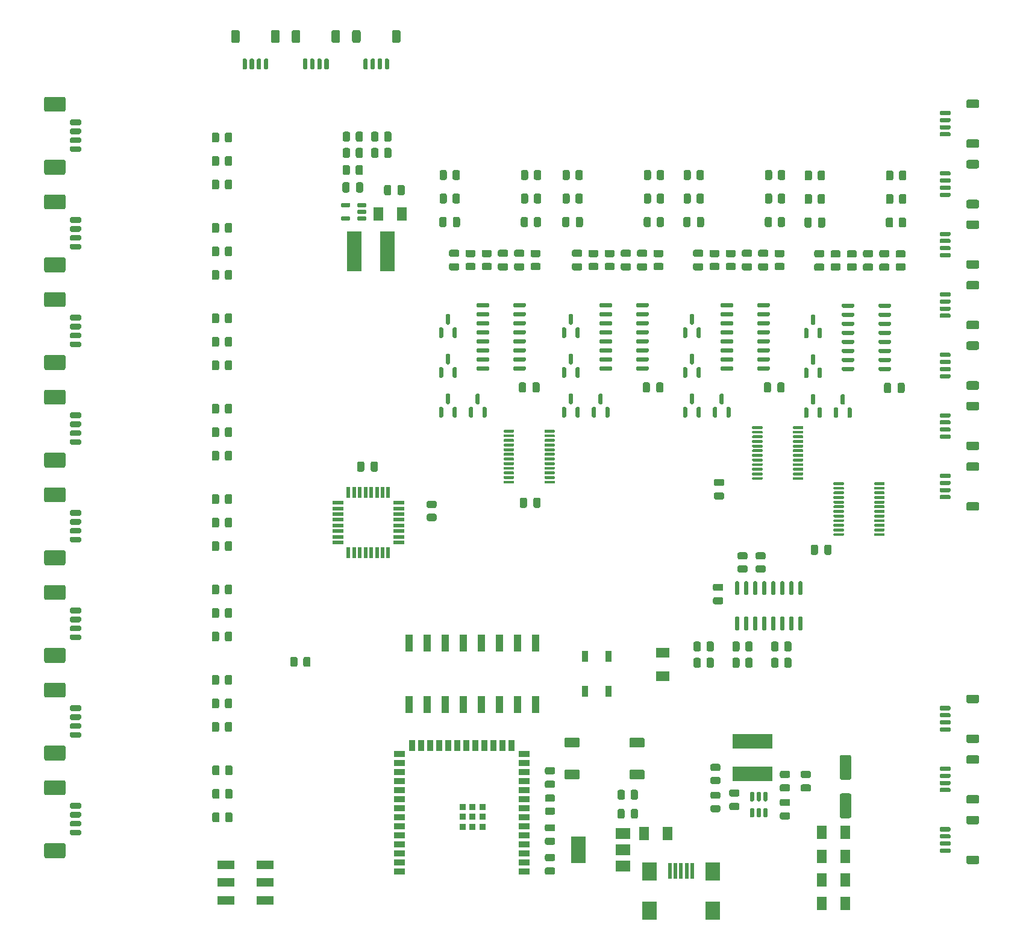
<source format=gtp>
G04 #@! TF.GenerationSoftware,KiCad,Pcbnew,6.0.10-86aedd382b~118~ubuntu18.04.1*
G04 #@! TF.CreationDate,2025-04-04T14:58:15-06:00*
G04 #@! TF.ProjectId,mss-xcade,6d73732d-7863-4616-9465-2e6b69636164,rev?*
G04 #@! TF.SameCoordinates,Original*
G04 #@! TF.FileFunction,Paste,Top*
G04 #@! TF.FilePolarity,Positive*
%FSLAX46Y46*%
G04 Gerber Fmt 4.6, Leading zero omitted, Abs format (unit mm)*
G04 Created by KiCad (PCBNEW 6.0.10-86aedd382b~118~ubuntu18.04.1) date 2025-04-04 14:58:15*
%MOMM*%
%LPD*%
G01*
G04 APERTURE LIST*
%ADD10R,5.562600X2.108200*%
%ADD11R,1.400000X1.900000*%
%ADD12R,1.500000X0.900000*%
%ADD13R,0.900000X1.500000*%
%ADD14R,0.900000X0.900000*%
%ADD15R,2.108200X5.562600*%
%ADD16R,2.489200X1.193800*%
%ADD17R,1.900000X1.400000*%
%ADD18R,0.500000X2.300000*%
%ADD19R,2.000000X2.500000*%
%ADD20R,2.000000X1.500000*%
%ADD21R,2.000000X3.800000*%
%ADD22R,0.550000X1.600000*%
%ADD23R,1.600000X0.550000*%
%ADD24R,1.120000X2.440000*%
G04 APERTURE END LIST*
G36*
G01*
X139250000Y-54391500D02*
X140150000Y-54391500D01*
G75*
G02*
X140400000Y-54641500I0J-250000D01*
G01*
X140400000Y-55166500D01*
G75*
G02*
X140150000Y-55416500I-250000J0D01*
G01*
X139250000Y-55416500D01*
G75*
G02*
X139000000Y-55166500I0J250000D01*
G01*
X139000000Y-54641500D01*
G75*
G02*
X139250000Y-54391500I250000J0D01*
G01*
G37*
G36*
G01*
X139250000Y-56216500D02*
X140150000Y-56216500D01*
G75*
G02*
X140400000Y-56466500I0J-250000D01*
G01*
X140400000Y-56991500D01*
G75*
G02*
X140150000Y-57241500I-250000J0D01*
G01*
X139250000Y-57241500D01*
G75*
G02*
X139000000Y-56991500I0J250000D01*
G01*
X139000000Y-56466500D01*
G75*
G02*
X139250000Y-56216500I250000J0D01*
G01*
G37*
G36*
G01*
X103914000Y-108262000D02*
X103914000Y-109162000D01*
G75*
G02*
X103664000Y-109412000I-250000J0D01*
G01*
X103139000Y-109412000D01*
G75*
G02*
X102889000Y-109162000I0J250000D01*
G01*
X102889000Y-108262000D01*
G75*
G02*
X103139000Y-108012000I250000J0D01*
G01*
X103664000Y-108012000D01*
G75*
G02*
X103914000Y-108262000I0J-250000D01*
G01*
G37*
G36*
G01*
X102089000Y-108262000D02*
X102089000Y-109162000D01*
G75*
G02*
X101839000Y-109412000I-250000J0D01*
G01*
X101314000Y-109412000D01*
G75*
G02*
X101064000Y-109162000I0J250000D01*
G01*
X101064000Y-108262000D01*
G75*
G02*
X101314000Y-108012000I250000J0D01*
G01*
X101839000Y-108012000D01*
G75*
G02*
X102089000Y-108262000I0J-250000D01*
G01*
G37*
G36*
G01*
X103914000Y-88958000D02*
X103914000Y-89858000D01*
G75*
G02*
X103664000Y-90108000I-250000J0D01*
G01*
X103139000Y-90108000D01*
G75*
G02*
X102889000Y-89858000I0J250000D01*
G01*
X102889000Y-88958000D01*
G75*
G02*
X103139000Y-88708000I250000J0D01*
G01*
X103664000Y-88708000D01*
G75*
G02*
X103914000Y-88958000I0J-250000D01*
G01*
G37*
G36*
G01*
X102089000Y-88958000D02*
X102089000Y-89858000D01*
G75*
G02*
X101839000Y-90108000I-250000J0D01*
G01*
X101314000Y-90108000D01*
G75*
G02*
X101064000Y-89858000I0J250000D01*
G01*
X101064000Y-88958000D01*
G75*
G02*
X101314000Y-88708000I250000J0D01*
G01*
X101839000Y-88708000D01*
G75*
G02*
X102089000Y-88958000I0J-250000D01*
G01*
G37*
G36*
G01*
X161618000Y-74198500D02*
X161618000Y-73248500D01*
G75*
G02*
X161868000Y-72998500I250000J0D01*
G01*
X162368000Y-72998500D01*
G75*
G02*
X162618000Y-73248500I0J-250000D01*
G01*
X162618000Y-74198500D01*
G75*
G02*
X162368000Y-74448500I-250000J0D01*
G01*
X161868000Y-74448500D01*
G75*
G02*
X161618000Y-74198500I0J250000D01*
G01*
G37*
G36*
G01*
X163518000Y-74198500D02*
X163518000Y-73248500D01*
G75*
G02*
X163768000Y-72998500I250000J0D01*
G01*
X164268000Y-72998500D01*
G75*
G02*
X164518000Y-73248500I0J-250000D01*
G01*
X164518000Y-74198500D01*
G75*
G02*
X164268000Y-74448500I-250000J0D01*
G01*
X163768000Y-74448500D01*
G75*
G02*
X163518000Y-74198500I0J250000D01*
G01*
G37*
G36*
G01*
X103914000Y-92260000D02*
X103914000Y-93160000D01*
G75*
G02*
X103664000Y-93410000I-250000J0D01*
G01*
X103139000Y-93410000D01*
G75*
G02*
X102889000Y-93160000I0J250000D01*
G01*
X102889000Y-92260000D01*
G75*
G02*
X103139000Y-92010000I250000J0D01*
G01*
X103664000Y-92010000D01*
G75*
G02*
X103914000Y-92260000I0J-250000D01*
G01*
G37*
G36*
G01*
X102089000Y-92260000D02*
X102089000Y-93160000D01*
G75*
G02*
X101839000Y-93410000I-250000J0D01*
G01*
X101314000Y-93410000D01*
G75*
G02*
X101064000Y-93160000I0J250000D01*
G01*
X101064000Y-92260000D01*
G75*
G02*
X101314000Y-92010000I250000J0D01*
G01*
X101839000Y-92010000D01*
G75*
G02*
X102089000Y-92260000I0J-250000D01*
G01*
G37*
G36*
G01*
X103914000Y-38158000D02*
X103914000Y-39058000D01*
G75*
G02*
X103664000Y-39308000I-250000J0D01*
G01*
X103139000Y-39308000D01*
G75*
G02*
X102889000Y-39058000I0J250000D01*
G01*
X102889000Y-38158000D01*
G75*
G02*
X103139000Y-37908000I250000J0D01*
G01*
X103664000Y-37908000D01*
G75*
G02*
X103914000Y-38158000I0J-250000D01*
G01*
G37*
G36*
G01*
X102089000Y-38158000D02*
X102089000Y-39058000D01*
G75*
G02*
X101839000Y-39308000I-250000J0D01*
G01*
X101314000Y-39308000D01*
G75*
G02*
X101064000Y-39058000I0J250000D01*
G01*
X101064000Y-38158000D01*
G75*
G02*
X101314000Y-37908000I250000J0D01*
G01*
X101839000Y-37908000D01*
G75*
G02*
X102089000Y-38158000I0J-250000D01*
G01*
G37*
G36*
G01*
X103914000Y-82862000D02*
X103914000Y-83762000D01*
G75*
G02*
X103664000Y-84012000I-250000J0D01*
G01*
X103139000Y-84012000D01*
G75*
G02*
X102889000Y-83762000I0J250000D01*
G01*
X102889000Y-82862000D01*
G75*
G02*
X103139000Y-82612000I250000J0D01*
G01*
X103664000Y-82612000D01*
G75*
G02*
X103914000Y-82862000I0J-250000D01*
G01*
G37*
G36*
G01*
X102089000Y-82862000D02*
X102089000Y-83762000D01*
G75*
G02*
X101839000Y-84012000I-250000J0D01*
G01*
X101314000Y-84012000D01*
G75*
G02*
X101064000Y-83762000I0J250000D01*
G01*
X101064000Y-82862000D01*
G75*
G02*
X101314000Y-82612000I250000J0D01*
G01*
X101839000Y-82612000D01*
G75*
G02*
X102089000Y-82862000I0J-250000D01*
G01*
G37*
G36*
G01*
X184747000Y-72414000D02*
X184447000Y-72414000D01*
G75*
G02*
X184297000Y-72264000I0J150000D01*
G01*
X184297000Y-71089000D01*
G75*
G02*
X184447000Y-70939000I150000J0D01*
G01*
X184747000Y-70939000D01*
G75*
G02*
X184897000Y-71089000I0J-150000D01*
G01*
X184897000Y-72264000D01*
G75*
G02*
X184747000Y-72414000I-150000J0D01*
G01*
G37*
G36*
G01*
X186647000Y-72414000D02*
X186347000Y-72414000D01*
G75*
G02*
X186197000Y-72264000I0J150000D01*
G01*
X186197000Y-71089000D01*
G75*
G02*
X186347000Y-70939000I150000J0D01*
G01*
X186647000Y-70939000D01*
G75*
G02*
X186797000Y-71089000I0J-150000D01*
G01*
X186797000Y-72264000D01*
G75*
G02*
X186647000Y-72414000I-150000J0D01*
G01*
G37*
G36*
G01*
X185697000Y-70539000D02*
X185397000Y-70539000D01*
G75*
G02*
X185247000Y-70389000I0J150000D01*
G01*
X185247000Y-69214000D01*
G75*
G02*
X185397000Y-69064000I150000J0D01*
G01*
X185697000Y-69064000D01*
G75*
G02*
X185847000Y-69214000I0J-150000D01*
G01*
X185847000Y-70389000D01*
G75*
G02*
X185697000Y-70539000I-150000J0D01*
G01*
G37*
D10*
X177038000Y-128028700D03*
X177038000Y-123431300D03*
G36*
G01*
X171920000Y-77938500D02*
X171620000Y-77938500D01*
G75*
G02*
X171470000Y-77788500I0J150000D01*
G01*
X171470000Y-76613500D01*
G75*
G02*
X171620000Y-76463500I150000J0D01*
G01*
X171920000Y-76463500D01*
G75*
G02*
X172070000Y-76613500I0J-150000D01*
G01*
X172070000Y-77788500D01*
G75*
G02*
X171920000Y-77938500I-150000J0D01*
G01*
G37*
G36*
G01*
X173820000Y-77938500D02*
X173520000Y-77938500D01*
G75*
G02*
X173370000Y-77788500I0J150000D01*
G01*
X173370000Y-76613500D01*
G75*
G02*
X173520000Y-76463500I150000J0D01*
G01*
X173820000Y-76463500D01*
G75*
G02*
X173970000Y-76613500I0J-150000D01*
G01*
X173970000Y-77788500D01*
G75*
G02*
X173820000Y-77938500I-150000J0D01*
G01*
G37*
G36*
G01*
X172870000Y-76063500D02*
X172570000Y-76063500D01*
G75*
G02*
X172420000Y-75913500I0J150000D01*
G01*
X172420000Y-74738500D01*
G75*
G02*
X172570000Y-74588500I150000J0D01*
G01*
X172870000Y-74588500D01*
G75*
G02*
X173020000Y-74738500I0J-150000D01*
G01*
X173020000Y-75913500D01*
G75*
G02*
X172870000Y-76063500I-150000J0D01*
G01*
G37*
G36*
G01*
X81302000Y-36079000D02*
X82502000Y-36079000D01*
G75*
G02*
X82702000Y-36279000I0J-200000D01*
G01*
X82702000Y-36679000D01*
G75*
G02*
X82502000Y-36879000I-200000J0D01*
G01*
X81302000Y-36879000D01*
G75*
G02*
X81102000Y-36679000I0J200000D01*
G01*
X81102000Y-36279000D01*
G75*
G02*
X81302000Y-36079000I200000J0D01*
G01*
G37*
G36*
G01*
X81302000Y-37329000D02*
X82502000Y-37329000D01*
G75*
G02*
X82702000Y-37529000I0J-200000D01*
G01*
X82702000Y-37929000D01*
G75*
G02*
X82502000Y-38129000I-200000J0D01*
G01*
X81302000Y-38129000D01*
G75*
G02*
X81102000Y-37929000I0J200000D01*
G01*
X81102000Y-37529000D01*
G75*
G02*
X81302000Y-37329000I200000J0D01*
G01*
G37*
G36*
G01*
X81302000Y-38579000D02*
X82502000Y-38579000D01*
G75*
G02*
X82702000Y-38779000I0J-200000D01*
G01*
X82702000Y-39179000D01*
G75*
G02*
X82502000Y-39379000I-200000J0D01*
G01*
X81302000Y-39379000D01*
G75*
G02*
X81102000Y-39179000I0J200000D01*
G01*
X81102000Y-38779000D01*
G75*
G02*
X81302000Y-38579000I200000J0D01*
G01*
G37*
G36*
G01*
X81302000Y-39829000D02*
X82502000Y-39829000D01*
G75*
G02*
X82702000Y-40029000I0J-200000D01*
G01*
X82702000Y-40429000D01*
G75*
G02*
X82502000Y-40629000I-200000J0D01*
G01*
X81302000Y-40629000D01*
G75*
G02*
X81102000Y-40429000I0J200000D01*
G01*
X81102000Y-40029000D01*
G75*
G02*
X81302000Y-39829000I200000J0D01*
G01*
G37*
G36*
G01*
X77752001Y-41729000D02*
X80251999Y-41729000D01*
G75*
G02*
X80502000Y-41979001I0J-250001D01*
G01*
X80502000Y-43578999D01*
G75*
G02*
X80251999Y-43829000I-250001J0D01*
G01*
X77752001Y-43829000D01*
G75*
G02*
X77502000Y-43578999I0J250001D01*
G01*
X77502000Y-41979001D01*
G75*
G02*
X77752001Y-41729000I250001J0D01*
G01*
G37*
G36*
G01*
X77752001Y-32879000D02*
X80251999Y-32879000D01*
G75*
G02*
X80502000Y-33129001I0J-250001D01*
G01*
X80502000Y-34728999D01*
G75*
G02*
X80251999Y-34979000I-250001J0D01*
G01*
X77752001Y-34979000D01*
G75*
G02*
X77502000Y-34728999I0J250001D01*
G01*
X77502000Y-33129001D01*
G75*
G02*
X77752001Y-32879000I250001J0D01*
G01*
G37*
G36*
G01*
X137630000Y-77938500D02*
X137330000Y-77938500D01*
G75*
G02*
X137180000Y-77788500I0J150000D01*
G01*
X137180000Y-76613500D01*
G75*
G02*
X137330000Y-76463500I150000J0D01*
G01*
X137630000Y-76463500D01*
G75*
G02*
X137780000Y-76613500I0J-150000D01*
G01*
X137780000Y-77788500D01*
G75*
G02*
X137630000Y-77938500I-150000J0D01*
G01*
G37*
G36*
G01*
X139530000Y-77938500D02*
X139230000Y-77938500D01*
G75*
G02*
X139080000Y-77788500I0J150000D01*
G01*
X139080000Y-76613500D01*
G75*
G02*
X139230000Y-76463500I150000J0D01*
G01*
X139530000Y-76463500D01*
G75*
G02*
X139680000Y-76613500I0J-150000D01*
G01*
X139680000Y-77788500D01*
G75*
G02*
X139530000Y-77938500I-150000J0D01*
G01*
G37*
G36*
G01*
X138580000Y-76063500D02*
X138280000Y-76063500D01*
G75*
G02*
X138130000Y-75913500I0J150000D01*
G01*
X138130000Y-74738500D01*
G75*
G02*
X138280000Y-74588500I150000J0D01*
G01*
X138580000Y-74588500D01*
G75*
G02*
X138730000Y-74738500I0J-150000D01*
G01*
X138730000Y-75913500D01*
G75*
G02*
X138580000Y-76063500I-150000J0D01*
G01*
G37*
G36*
G01*
X204746000Y-139087000D02*
X203496000Y-139087000D01*
G75*
G02*
X203346000Y-138937000I0J150000D01*
G01*
X203346000Y-138637000D01*
G75*
G02*
X203496000Y-138487000I150000J0D01*
G01*
X204746000Y-138487000D01*
G75*
G02*
X204896000Y-138637000I0J-150000D01*
G01*
X204896000Y-138937000D01*
G75*
G02*
X204746000Y-139087000I-150000J0D01*
G01*
G37*
G36*
G01*
X204746000Y-138087000D02*
X203496000Y-138087000D01*
G75*
G02*
X203346000Y-137937000I0J150000D01*
G01*
X203346000Y-137637000D01*
G75*
G02*
X203496000Y-137487000I150000J0D01*
G01*
X204746000Y-137487000D01*
G75*
G02*
X204896000Y-137637000I0J-150000D01*
G01*
X204896000Y-137937000D01*
G75*
G02*
X204746000Y-138087000I-150000J0D01*
G01*
G37*
G36*
G01*
X204746000Y-137087000D02*
X203496000Y-137087000D01*
G75*
G02*
X203346000Y-136937000I0J150000D01*
G01*
X203346000Y-136637000D01*
G75*
G02*
X203496000Y-136487000I150000J0D01*
G01*
X204746000Y-136487000D01*
G75*
G02*
X204896000Y-136637000I0J-150000D01*
G01*
X204896000Y-136937000D01*
G75*
G02*
X204746000Y-137087000I-150000J0D01*
G01*
G37*
G36*
G01*
X204746000Y-136087000D02*
X203496000Y-136087000D01*
G75*
G02*
X203346000Y-135937000I0J150000D01*
G01*
X203346000Y-135637000D01*
G75*
G02*
X203496000Y-135487000I150000J0D01*
G01*
X204746000Y-135487000D01*
G75*
G02*
X204896000Y-135637000I0J-150000D01*
G01*
X204896000Y-135937000D01*
G75*
G02*
X204746000Y-136087000I-150000J0D01*
G01*
G37*
G36*
G01*
X208646000Y-140687000D02*
X207346000Y-140687000D01*
G75*
G02*
X207096000Y-140437000I0J250000D01*
G01*
X207096000Y-139737000D01*
G75*
G02*
X207346000Y-139487000I250000J0D01*
G01*
X208646000Y-139487000D01*
G75*
G02*
X208896000Y-139737000I0J-250000D01*
G01*
X208896000Y-140437000D01*
G75*
G02*
X208646000Y-140687000I-250000J0D01*
G01*
G37*
G36*
G01*
X208646000Y-135087000D02*
X207346000Y-135087000D01*
G75*
G02*
X207096000Y-134837000I0J250000D01*
G01*
X207096000Y-134137000D01*
G75*
G02*
X207346000Y-133887000I250000J0D01*
G01*
X208646000Y-133887000D01*
G75*
G02*
X208896000Y-134137000I0J-250000D01*
G01*
X208896000Y-134837000D01*
G75*
G02*
X208646000Y-135087000I-250000J0D01*
G01*
G37*
G36*
G01*
X179037000Y-57266500D02*
X178087000Y-57266500D01*
G75*
G02*
X177837000Y-57016500I0J250000D01*
G01*
X177837000Y-56516500D01*
G75*
G02*
X178087000Y-56266500I250000J0D01*
G01*
X179037000Y-56266500D01*
G75*
G02*
X179287000Y-56516500I0J-250000D01*
G01*
X179287000Y-57016500D01*
G75*
G02*
X179037000Y-57266500I-250000J0D01*
G01*
G37*
G36*
G01*
X179037000Y-55366500D02*
X178087000Y-55366500D01*
G75*
G02*
X177837000Y-55116500I0J250000D01*
G01*
X177837000Y-54616500D01*
G75*
G02*
X178087000Y-54366500I250000J0D01*
G01*
X179037000Y-54366500D01*
G75*
G02*
X179287000Y-54616500I0J-250000D01*
G01*
X179287000Y-55116500D01*
G75*
G02*
X179037000Y-55366500I-250000J0D01*
G01*
G37*
G36*
G01*
X150711000Y-72350500D02*
X150411000Y-72350500D01*
G75*
G02*
X150261000Y-72200500I0J150000D01*
G01*
X150261000Y-71025500D01*
G75*
G02*
X150411000Y-70875500I150000J0D01*
G01*
X150711000Y-70875500D01*
G75*
G02*
X150861000Y-71025500I0J-150000D01*
G01*
X150861000Y-72200500D01*
G75*
G02*
X150711000Y-72350500I-150000J0D01*
G01*
G37*
G36*
G01*
X152611000Y-72350500D02*
X152311000Y-72350500D01*
G75*
G02*
X152161000Y-72200500I0J150000D01*
G01*
X152161000Y-71025500D01*
G75*
G02*
X152311000Y-70875500I150000J0D01*
G01*
X152611000Y-70875500D01*
G75*
G02*
X152761000Y-71025500I0J-150000D01*
G01*
X152761000Y-72200500D01*
G75*
G02*
X152611000Y-72350500I-150000J0D01*
G01*
G37*
G36*
G01*
X151661000Y-70475500D02*
X151361000Y-70475500D01*
G75*
G02*
X151211000Y-70325500I0J150000D01*
G01*
X151211000Y-69150500D01*
G75*
G02*
X151361000Y-69000500I150000J0D01*
G01*
X151661000Y-69000500D01*
G75*
G02*
X151811000Y-69150500I0J-150000D01*
G01*
X151811000Y-70325500D01*
G75*
G02*
X151661000Y-70475500I-150000J0D01*
G01*
G37*
G36*
G01*
X156522000Y-54391500D02*
X157422000Y-54391500D01*
G75*
G02*
X157672000Y-54641500I0J-250000D01*
G01*
X157672000Y-55166500D01*
G75*
G02*
X157422000Y-55416500I-250000J0D01*
G01*
X156522000Y-55416500D01*
G75*
G02*
X156272000Y-55166500I0J250000D01*
G01*
X156272000Y-54641500D01*
G75*
G02*
X156522000Y-54391500I250000J0D01*
G01*
G37*
G36*
G01*
X156522000Y-56216500D02*
X157422000Y-56216500D01*
G75*
G02*
X157672000Y-56466500I0J-250000D01*
G01*
X157672000Y-56991500D01*
G75*
G02*
X157422000Y-57241500I-250000J0D01*
G01*
X156522000Y-57241500D01*
G75*
G02*
X156272000Y-56991500I0J250000D01*
G01*
X156272000Y-56466500D01*
G75*
G02*
X156522000Y-56216500I250000J0D01*
G01*
G37*
G36*
G01*
X167729000Y-72350500D02*
X167429000Y-72350500D01*
G75*
G02*
X167279000Y-72200500I0J150000D01*
G01*
X167279000Y-71025500D01*
G75*
G02*
X167429000Y-70875500I150000J0D01*
G01*
X167729000Y-70875500D01*
G75*
G02*
X167879000Y-71025500I0J-150000D01*
G01*
X167879000Y-72200500D01*
G75*
G02*
X167729000Y-72350500I-150000J0D01*
G01*
G37*
G36*
G01*
X169629000Y-72350500D02*
X169329000Y-72350500D01*
G75*
G02*
X169179000Y-72200500I0J150000D01*
G01*
X169179000Y-71025500D01*
G75*
G02*
X169329000Y-70875500I150000J0D01*
G01*
X169629000Y-70875500D01*
G75*
G02*
X169779000Y-71025500I0J-150000D01*
G01*
X169779000Y-72200500D01*
G75*
G02*
X169629000Y-72350500I-150000J0D01*
G01*
G37*
G36*
G01*
X168679000Y-70475500D02*
X168379000Y-70475500D01*
G75*
G02*
X168229000Y-70325500I0J150000D01*
G01*
X168229000Y-69150500D01*
G75*
G02*
X168379000Y-69000500I150000J0D01*
G01*
X168679000Y-69000500D01*
G75*
G02*
X168829000Y-69150500I0J-150000D01*
G01*
X168829000Y-70325500D01*
G75*
G02*
X168679000Y-70475500I-150000J0D01*
G01*
G37*
G36*
G01*
X81302000Y-132091000D02*
X82502000Y-132091000D01*
G75*
G02*
X82702000Y-132291000I0J-200000D01*
G01*
X82702000Y-132691000D01*
G75*
G02*
X82502000Y-132891000I-200000J0D01*
G01*
X81302000Y-132891000D01*
G75*
G02*
X81102000Y-132691000I0J200000D01*
G01*
X81102000Y-132291000D01*
G75*
G02*
X81302000Y-132091000I200000J0D01*
G01*
G37*
G36*
G01*
X81302000Y-133341000D02*
X82502000Y-133341000D01*
G75*
G02*
X82702000Y-133541000I0J-200000D01*
G01*
X82702000Y-133941000D01*
G75*
G02*
X82502000Y-134141000I-200000J0D01*
G01*
X81302000Y-134141000D01*
G75*
G02*
X81102000Y-133941000I0J200000D01*
G01*
X81102000Y-133541000D01*
G75*
G02*
X81302000Y-133341000I200000J0D01*
G01*
G37*
G36*
G01*
X81302000Y-134591000D02*
X82502000Y-134591000D01*
G75*
G02*
X82702000Y-134791000I0J-200000D01*
G01*
X82702000Y-135191000D01*
G75*
G02*
X82502000Y-135391000I-200000J0D01*
G01*
X81302000Y-135391000D01*
G75*
G02*
X81102000Y-135191000I0J200000D01*
G01*
X81102000Y-134791000D01*
G75*
G02*
X81302000Y-134591000I200000J0D01*
G01*
G37*
G36*
G01*
X81302000Y-135841000D02*
X82502000Y-135841000D01*
G75*
G02*
X82702000Y-136041000I0J-200000D01*
G01*
X82702000Y-136441000D01*
G75*
G02*
X82502000Y-136641000I-200000J0D01*
G01*
X81302000Y-136641000D01*
G75*
G02*
X81102000Y-136441000I0J200000D01*
G01*
X81102000Y-136041000D01*
G75*
G02*
X81302000Y-135841000I200000J0D01*
G01*
G37*
G36*
G01*
X77752001Y-128891000D02*
X80251999Y-128891000D01*
G75*
G02*
X80502000Y-129141001I0J-250001D01*
G01*
X80502000Y-130740999D01*
G75*
G02*
X80251999Y-130991000I-250001J0D01*
G01*
X77752001Y-130991000D01*
G75*
G02*
X77502000Y-130740999I0J250001D01*
G01*
X77502000Y-129141001D01*
G75*
G02*
X77752001Y-128891000I250001J0D01*
G01*
G37*
G36*
G01*
X77752001Y-137741000D02*
X80251999Y-137741000D01*
G75*
G02*
X80502000Y-137991001I0J-250001D01*
G01*
X80502000Y-139590999D01*
G75*
G02*
X80251999Y-139841000I-250001J0D01*
G01*
X77752001Y-139841000D01*
G75*
G02*
X77502000Y-139590999I0J250001D01*
G01*
X77502000Y-137991001D01*
G75*
G02*
X77752001Y-137741000I250001J0D01*
G01*
G37*
G36*
G01*
X125977776Y-27664000D02*
X125977776Y-28914000D01*
G75*
G02*
X125827776Y-29064000I-150000J0D01*
G01*
X125527776Y-29064000D01*
G75*
G02*
X125377776Y-28914000I0J150000D01*
G01*
X125377776Y-27664000D01*
G75*
G02*
X125527776Y-27514000I150000J0D01*
G01*
X125827776Y-27514000D01*
G75*
G02*
X125977776Y-27664000I0J-150000D01*
G01*
G37*
G36*
G01*
X124977776Y-27664000D02*
X124977776Y-28914000D01*
G75*
G02*
X124827776Y-29064000I-150000J0D01*
G01*
X124527776Y-29064000D01*
G75*
G02*
X124377776Y-28914000I0J150000D01*
G01*
X124377776Y-27664000D01*
G75*
G02*
X124527776Y-27514000I150000J0D01*
G01*
X124827776Y-27514000D01*
G75*
G02*
X124977776Y-27664000I0J-150000D01*
G01*
G37*
G36*
G01*
X123977776Y-27664000D02*
X123977776Y-28914000D01*
G75*
G02*
X123827776Y-29064000I-150000J0D01*
G01*
X123527776Y-29064000D01*
G75*
G02*
X123377776Y-28914000I0J150000D01*
G01*
X123377776Y-27664000D01*
G75*
G02*
X123527776Y-27514000I150000J0D01*
G01*
X123827776Y-27514000D01*
G75*
G02*
X123977776Y-27664000I0J-150000D01*
G01*
G37*
G36*
G01*
X122977776Y-27664000D02*
X122977776Y-28914000D01*
G75*
G02*
X122827776Y-29064000I-150000J0D01*
G01*
X122527776Y-29064000D01*
G75*
G02*
X122377776Y-28914000I0J150000D01*
G01*
X122377776Y-27664000D01*
G75*
G02*
X122527776Y-27514000I150000J0D01*
G01*
X122827776Y-27514000D01*
G75*
G02*
X122977776Y-27664000I0J-150000D01*
G01*
G37*
G36*
G01*
X121977776Y-23764000D02*
X121977776Y-25064000D01*
G75*
G02*
X121727776Y-25314000I-250000J0D01*
G01*
X121027776Y-25314000D01*
G75*
G02*
X120777776Y-25064000I0J250000D01*
G01*
X120777776Y-23764000D01*
G75*
G02*
X121027776Y-23514000I250000J0D01*
G01*
X121727776Y-23514000D01*
G75*
G02*
X121977776Y-23764000I0J-250000D01*
G01*
G37*
G36*
G01*
X127577776Y-23764000D02*
X127577776Y-25064000D01*
G75*
G02*
X127327776Y-25314000I-250000J0D01*
G01*
X126627776Y-25314000D01*
G75*
G02*
X126377776Y-25064000I0J250000D01*
G01*
X126377776Y-23764000D01*
G75*
G02*
X126627776Y-23514000I250000J0D01*
G01*
X127327776Y-23514000D01*
G75*
G02*
X127577776Y-23764000I0J-250000D01*
G01*
G37*
G36*
G01*
X184194000Y-86406000D02*
X184194000Y-86606000D01*
G75*
G02*
X184094000Y-86706000I-100000J0D01*
G01*
X182819000Y-86706000D01*
G75*
G02*
X182719000Y-86606000I0J100000D01*
G01*
X182719000Y-86406000D01*
G75*
G02*
X182819000Y-86306000I100000J0D01*
G01*
X184094000Y-86306000D01*
G75*
G02*
X184194000Y-86406000I0J-100000D01*
G01*
G37*
G36*
G01*
X184194000Y-85756000D02*
X184194000Y-85956000D01*
G75*
G02*
X184094000Y-86056000I-100000J0D01*
G01*
X182819000Y-86056000D01*
G75*
G02*
X182719000Y-85956000I0J100000D01*
G01*
X182719000Y-85756000D01*
G75*
G02*
X182819000Y-85656000I100000J0D01*
G01*
X184094000Y-85656000D01*
G75*
G02*
X184194000Y-85756000I0J-100000D01*
G01*
G37*
G36*
G01*
X184194000Y-85106000D02*
X184194000Y-85306000D01*
G75*
G02*
X184094000Y-85406000I-100000J0D01*
G01*
X182819000Y-85406000D01*
G75*
G02*
X182719000Y-85306000I0J100000D01*
G01*
X182719000Y-85106000D01*
G75*
G02*
X182819000Y-85006000I100000J0D01*
G01*
X184094000Y-85006000D01*
G75*
G02*
X184194000Y-85106000I0J-100000D01*
G01*
G37*
G36*
G01*
X184194000Y-84456000D02*
X184194000Y-84656000D01*
G75*
G02*
X184094000Y-84756000I-100000J0D01*
G01*
X182819000Y-84756000D01*
G75*
G02*
X182719000Y-84656000I0J100000D01*
G01*
X182719000Y-84456000D01*
G75*
G02*
X182819000Y-84356000I100000J0D01*
G01*
X184094000Y-84356000D01*
G75*
G02*
X184194000Y-84456000I0J-100000D01*
G01*
G37*
G36*
G01*
X184194000Y-83806000D02*
X184194000Y-84006000D01*
G75*
G02*
X184094000Y-84106000I-100000J0D01*
G01*
X182819000Y-84106000D01*
G75*
G02*
X182719000Y-84006000I0J100000D01*
G01*
X182719000Y-83806000D01*
G75*
G02*
X182819000Y-83706000I100000J0D01*
G01*
X184094000Y-83706000D01*
G75*
G02*
X184194000Y-83806000I0J-100000D01*
G01*
G37*
G36*
G01*
X184194000Y-83156000D02*
X184194000Y-83356000D01*
G75*
G02*
X184094000Y-83456000I-100000J0D01*
G01*
X182819000Y-83456000D01*
G75*
G02*
X182719000Y-83356000I0J100000D01*
G01*
X182719000Y-83156000D01*
G75*
G02*
X182819000Y-83056000I100000J0D01*
G01*
X184094000Y-83056000D01*
G75*
G02*
X184194000Y-83156000I0J-100000D01*
G01*
G37*
G36*
G01*
X184194000Y-82506000D02*
X184194000Y-82706000D01*
G75*
G02*
X184094000Y-82806000I-100000J0D01*
G01*
X182819000Y-82806000D01*
G75*
G02*
X182719000Y-82706000I0J100000D01*
G01*
X182719000Y-82506000D01*
G75*
G02*
X182819000Y-82406000I100000J0D01*
G01*
X184094000Y-82406000D01*
G75*
G02*
X184194000Y-82506000I0J-100000D01*
G01*
G37*
G36*
G01*
X184194000Y-81856000D02*
X184194000Y-82056000D01*
G75*
G02*
X184094000Y-82156000I-100000J0D01*
G01*
X182819000Y-82156000D01*
G75*
G02*
X182719000Y-82056000I0J100000D01*
G01*
X182719000Y-81856000D01*
G75*
G02*
X182819000Y-81756000I100000J0D01*
G01*
X184094000Y-81756000D01*
G75*
G02*
X184194000Y-81856000I0J-100000D01*
G01*
G37*
G36*
G01*
X184194000Y-81206000D02*
X184194000Y-81406000D01*
G75*
G02*
X184094000Y-81506000I-100000J0D01*
G01*
X182819000Y-81506000D01*
G75*
G02*
X182719000Y-81406000I0J100000D01*
G01*
X182719000Y-81206000D01*
G75*
G02*
X182819000Y-81106000I100000J0D01*
G01*
X184094000Y-81106000D01*
G75*
G02*
X184194000Y-81206000I0J-100000D01*
G01*
G37*
G36*
G01*
X184194000Y-80556000D02*
X184194000Y-80756000D01*
G75*
G02*
X184094000Y-80856000I-100000J0D01*
G01*
X182819000Y-80856000D01*
G75*
G02*
X182719000Y-80756000I0J100000D01*
G01*
X182719000Y-80556000D01*
G75*
G02*
X182819000Y-80456000I100000J0D01*
G01*
X184094000Y-80456000D01*
G75*
G02*
X184194000Y-80556000I0J-100000D01*
G01*
G37*
G36*
G01*
X184194000Y-79906000D02*
X184194000Y-80106000D01*
G75*
G02*
X184094000Y-80206000I-100000J0D01*
G01*
X182819000Y-80206000D01*
G75*
G02*
X182719000Y-80106000I0J100000D01*
G01*
X182719000Y-79906000D01*
G75*
G02*
X182819000Y-79806000I100000J0D01*
G01*
X184094000Y-79806000D01*
G75*
G02*
X184194000Y-79906000I0J-100000D01*
G01*
G37*
G36*
G01*
X184194000Y-79256000D02*
X184194000Y-79456000D01*
G75*
G02*
X184094000Y-79556000I-100000J0D01*
G01*
X182819000Y-79556000D01*
G75*
G02*
X182719000Y-79456000I0J100000D01*
G01*
X182719000Y-79256000D01*
G75*
G02*
X182819000Y-79156000I100000J0D01*
G01*
X184094000Y-79156000D01*
G75*
G02*
X184194000Y-79256000I0J-100000D01*
G01*
G37*
G36*
G01*
X178469000Y-79256000D02*
X178469000Y-79456000D01*
G75*
G02*
X178369000Y-79556000I-100000J0D01*
G01*
X177094000Y-79556000D01*
G75*
G02*
X176994000Y-79456000I0J100000D01*
G01*
X176994000Y-79256000D01*
G75*
G02*
X177094000Y-79156000I100000J0D01*
G01*
X178369000Y-79156000D01*
G75*
G02*
X178469000Y-79256000I0J-100000D01*
G01*
G37*
G36*
G01*
X178469000Y-79906000D02*
X178469000Y-80106000D01*
G75*
G02*
X178369000Y-80206000I-100000J0D01*
G01*
X177094000Y-80206000D01*
G75*
G02*
X176994000Y-80106000I0J100000D01*
G01*
X176994000Y-79906000D01*
G75*
G02*
X177094000Y-79806000I100000J0D01*
G01*
X178369000Y-79806000D01*
G75*
G02*
X178469000Y-79906000I0J-100000D01*
G01*
G37*
G36*
G01*
X178469000Y-80556000D02*
X178469000Y-80756000D01*
G75*
G02*
X178369000Y-80856000I-100000J0D01*
G01*
X177094000Y-80856000D01*
G75*
G02*
X176994000Y-80756000I0J100000D01*
G01*
X176994000Y-80556000D01*
G75*
G02*
X177094000Y-80456000I100000J0D01*
G01*
X178369000Y-80456000D01*
G75*
G02*
X178469000Y-80556000I0J-100000D01*
G01*
G37*
G36*
G01*
X178469000Y-81206000D02*
X178469000Y-81406000D01*
G75*
G02*
X178369000Y-81506000I-100000J0D01*
G01*
X177094000Y-81506000D01*
G75*
G02*
X176994000Y-81406000I0J100000D01*
G01*
X176994000Y-81206000D01*
G75*
G02*
X177094000Y-81106000I100000J0D01*
G01*
X178369000Y-81106000D01*
G75*
G02*
X178469000Y-81206000I0J-100000D01*
G01*
G37*
G36*
G01*
X178469000Y-81856000D02*
X178469000Y-82056000D01*
G75*
G02*
X178369000Y-82156000I-100000J0D01*
G01*
X177094000Y-82156000D01*
G75*
G02*
X176994000Y-82056000I0J100000D01*
G01*
X176994000Y-81856000D01*
G75*
G02*
X177094000Y-81756000I100000J0D01*
G01*
X178369000Y-81756000D01*
G75*
G02*
X178469000Y-81856000I0J-100000D01*
G01*
G37*
G36*
G01*
X178469000Y-82506000D02*
X178469000Y-82706000D01*
G75*
G02*
X178369000Y-82806000I-100000J0D01*
G01*
X177094000Y-82806000D01*
G75*
G02*
X176994000Y-82706000I0J100000D01*
G01*
X176994000Y-82506000D01*
G75*
G02*
X177094000Y-82406000I100000J0D01*
G01*
X178369000Y-82406000D01*
G75*
G02*
X178469000Y-82506000I0J-100000D01*
G01*
G37*
G36*
G01*
X178469000Y-83156000D02*
X178469000Y-83356000D01*
G75*
G02*
X178369000Y-83456000I-100000J0D01*
G01*
X177094000Y-83456000D01*
G75*
G02*
X176994000Y-83356000I0J100000D01*
G01*
X176994000Y-83156000D01*
G75*
G02*
X177094000Y-83056000I100000J0D01*
G01*
X178369000Y-83056000D01*
G75*
G02*
X178469000Y-83156000I0J-100000D01*
G01*
G37*
G36*
G01*
X178469000Y-83806000D02*
X178469000Y-84006000D01*
G75*
G02*
X178369000Y-84106000I-100000J0D01*
G01*
X177094000Y-84106000D01*
G75*
G02*
X176994000Y-84006000I0J100000D01*
G01*
X176994000Y-83806000D01*
G75*
G02*
X177094000Y-83706000I100000J0D01*
G01*
X178369000Y-83706000D01*
G75*
G02*
X178469000Y-83806000I0J-100000D01*
G01*
G37*
G36*
G01*
X178469000Y-84456000D02*
X178469000Y-84656000D01*
G75*
G02*
X178369000Y-84756000I-100000J0D01*
G01*
X177094000Y-84756000D01*
G75*
G02*
X176994000Y-84656000I0J100000D01*
G01*
X176994000Y-84456000D01*
G75*
G02*
X177094000Y-84356000I100000J0D01*
G01*
X178369000Y-84356000D01*
G75*
G02*
X178469000Y-84456000I0J-100000D01*
G01*
G37*
G36*
G01*
X178469000Y-85106000D02*
X178469000Y-85306000D01*
G75*
G02*
X178369000Y-85406000I-100000J0D01*
G01*
X177094000Y-85406000D01*
G75*
G02*
X176994000Y-85306000I0J100000D01*
G01*
X176994000Y-85106000D01*
G75*
G02*
X177094000Y-85006000I100000J0D01*
G01*
X178369000Y-85006000D01*
G75*
G02*
X178469000Y-85106000I0J-100000D01*
G01*
G37*
G36*
G01*
X178469000Y-85756000D02*
X178469000Y-85956000D01*
G75*
G02*
X178369000Y-86056000I-100000J0D01*
G01*
X177094000Y-86056000D01*
G75*
G02*
X176994000Y-85956000I0J100000D01*
G01*
X176994000Y-85756000D01*
G75*
G02*
X177094000Y-85656000I100000J0D01*
G01*
X178369000Y-85656000D01*
G75*
G02*
X178469000Y-85756000I0J-100000D01*
G01*
G37*
G36*
G01*
X178469000Y-86406000D02*
X178469000Y-86606000D01*
G75*
G02*
X178369000Y-86706000I-100000J0D01*
G01*
X177094000Y-86706000D01*
G75*
G02*
X176994000Y-86606000I0J100000D01*
G01*
X176994000Y-86406000D01*
G75*
G02*
X177094000Y-86306000I100000J0D01*
G01*
X178369000Y-86306000D01*
G75*
G02*
X178469000Y-86406000I0J-100000D01*
G01*
G37*
G36*
G01*
X173540000Y-54391500D02*
X174440000Y-54391500D01*
G75*
G02*
X174690000Y-54641500I0J-250000D01*
G01*
X174690000Y-55166500D01*
G75*
G02*
X174440000Y-55416500I-250000J0D01*
G01*
X173540000Y-55416500D01*
G75*
G02*
X173290000Y-55166500I0J250000D01*
G01*
X173290000Y-54641500D01*
G75*
G02*
X173540000Y-54391500I250000J0D01*
G01*
G37*
G36*
G01*
X173540000Y-56216500D02*
X174440000Y-56216500D01*
G75*
G02*
X174690000Y-56466500I0J-250000D01*
G01*
X174690000Y-56991500D01*
G75*
G02*
X174440000Y-57241500I-250000J0D01*
G01*
X173540000Y-57241500D01*
G75*
G02*
X173290000Y-56991500I0J250000D01*
G01*
X173290000Y-56466500D01*
G75*
G02*
X173540000Y-56216500I250000J0D01*
G01*
G37*
G36*
G01*
X182085000Y-134419000D02*
X181135000Y-134419000D01*
G75*
G02*
X180885000Y-134169000I0J250000D01*
G01*
X180885000Y-133669000D01*
G75*
G02*
X181135000Y-133419000I250000J0D01*
G01*
X182085000Y-133419000D01*
G75*
G02*
X182335000Y-133669000I0J-250000D01*
G01*
X182335000Y-134169000D01*
G75*
G02*
X182085000Y-134419000I-250000J0D01*
G01*
G37*
G36*
G01*
X182085000Y-132519000D02*
X181135000Y-132519000D01*
G75*
G02*
X180885000Y-132269000I0J250000D01*
G01*
X180885000Y-131769000D01*
G75*
G02*
X181135000Y-131519000I250000J0D01*
G01*
X182085000Y-131519000D01*
G75*
G02*
X182335000Y-131769000I0J-250000D01*
G01*
X182335000Y-132269000D01*
G75*
G02*
X182085000Y-132519000I-250000J0D01*
G01*
G37*
G36*
G01*
X178636000Y-74198500D02*
X178636000Y-73248500D01*
G75*
G02*
X178886000Y-72998500I250000J0D01*
G01*
X179386000Y-72998500D01*
G75*
G02*
X179636000Y-73248500I0J-250000D01*
G01*
X179636000Y-74198500D01*
G75*
G02*
X179386000Y-74448500I-250000J0D01*
G01*
X178886000Y-74448500D01*
G75*
G02*
X178636000Y-74198500I0J250000D01*
G01*
G37*
G36*
G01*
X180536000Y-74198500D02*
X180536000Y-73248500D01*
G75*
G02*
X180786000Y-72998500I250000J0D01*
G01*
X181286000Y-72998500D01*
G75*
G02*
X181536000Y-73248500I0J-250000D01*
G01*
X181536000Y-74198500D01*
G75*
G02*
X181286000Y-74448500I-250000J0D01*
G01*
X180786000Y-74448500D01*
G75*
G02*
X180536000Y-74198500I0J250000D01*
G01*
G37*
G36*
G01*
X128169250Y-45524400D02*
X128169250Y-46474400D01*
G75*
G02*
X127919250Y-46724400I-250000J0D01*
G01*
X127419250Y-46724400D01*
G75*
G02*
X127169250Y-46474400I0J250000D01*
G01*
X127169250Y-45524400D01*
G75*
G02*
X127419250Y-45274400I250000J0D01*
G01*
X127919250Y-45274400D01*
G75*
G02*
X128169250Y-45524400I0J-250000D01*
G01*
G37*
G36*
G01*
X126269250Y-45524400D02*
X126269250Y-46474400D01*
G75*
G02*
X126019250Y-46724400I-250000J0D01*
G01*
X125519250Y-46724400D01*
G75*
G02*
X125269250Y-46474400I0J250000D01*
G01*
X125269250Y-45524400D01*
G75*
G02*
X125519250Y-45274400I250000J0D01*
G01*
X126019250Y-45274400D01*
G75*
G02*
X126269250Y-45524400I0J-250000D01*
G01*
G37*
G36*
G01*
X178764500Y-50932500D02*
X178764500Y-50032500D01*
G75*
G02*
X179014500Y-49782500I250000J0D01*
G01*
X179539500Y-49782500D01*
G75*
G02*
X179789500Y-50032500I0J-250000D01*
G01*
X179789500Y-50932500D01*
G75*
G02*
X179539500Y-51182500I-250000J0D01*
G01*
X179014500Y-51182500D01*
G75*
G02*
X178764500Y-50932500I0J250000D01*
G01*
G37*
G36*
G01*
X180589500Y-50932500D02*
X180589500Y-50032500D01*
G75*
G02*
X180839500Y-49782500I250000J0D01*
G01*
X181364500Y-49782500D01*
G75*
G02*
X181614500Y-50032500I0J-250000D01*
G01*
X181614500Y-50932500D01*
G75*
G02*
X181364500Y-51182500I-250000J0D01*
G01*
X180839500Y-51182500D01*
G75*
G02*
X180589500Y-50932500I0J250000D01*
G01*
G37*
G36*
G01*
X179472000Y-70906500D02*
X179472000Y-71206500D01*
G75*
G02*
X179322000Y-71356500I-150000J0D01*
G01*
X177872000Y-71356500D01*
G75*
G02*
X177722000Y-71206500I0J150000D01*
G01*
X177722000Y-70906500D01*
G75*
G02*
X177872000Y-70756500I150000J0D01*
G01*
X179322000Y-70756500D01*
G75*
G02*
X179472000Y-70906500I0J-150000D01*
G01*
G37*
G36*
G01*
X179472000Y-69636500D02*
X179472000Y-69936500D01*
G75*
G02*
X179322000Y-70086500I-150000J0D01*
G01*
X177872000Y-70086500D01*
G75*
G02*
X177722000Y-69936500I0J150000D01*
G01*
X177722000Y-69636500D01*
G75*
G02*
X177872000Y-69486500I150000J0D01*
G01*
X179322000Y-69486500D01*
G75*
G02*
X179472000Y-69636500I0J-150000D01*
G01*
G37*
G36*
G01*
X179472000Y-68366500D02*
X179472000Y-68666500D01*
G75*
G02*
X179322000Y-68816500I-150000J0D01*
G01*
X177872000Y-68816500D01*
G75*
G02*
X177722000Y-68666500I0J150000D01*
G01*
X177722000Y-68366500D01*
G75*
G02*
X177872000Y-68216500I150000J0D01*
G01*
X179322000Y-68216500D01*
G75*
G02*
X179472000Y-68366500I0J-150000D01*
G01*
G37*
G36*
G01*
X179472000Y-67096500D02*
X179472000Y-67396500D01*
G75*
G02*
X179322000Y-67546500I-150000J0D01*
G01*
X177872000Y-67546500D01*
G75*
G02*
X177722000Y-67396500I0J150000D01*
G01*
X177722000Y-67096500D01*
G75*
G02*
X177872000Y-66946500I150000J0D01*
G01*
X179322000Y-66946500D01*
G75*
G02*
X179472000Y-67096500I0J-150000D01*
G01*
G37*
G36*
G01*
X179472000Y-65826500D02*
X179472000Y-66126500D01*
G75*
G02*
X179322000Y-66276500I-150000J0D01*
G01*
X177872000Y-66276500D01*
G75*
G02*
X177722000Y-66126500I0J150000D01*
G01*
X177722000Y-65826500D01*
G75*
G02*
X177872000Y-65676500I150000J0D01*
G01*
X179322000Y-65676500D01*
G75*
G02*
X179472000Y-65826500I0J-150000D01*
G01*
G37*
G36*
G01*
X179472000Y-64556500D02*
X179472000Y-64856500D01*
G75*
G02*
X179322000Y-65006500I-150000J0D01*
G01*
X177872000Y-65006500D01*
G75*
G02*
X177722000Y-64856500I0J150000D01*
G01*
X177722000Y-64556500D01*
G75*
G02*
X177872000Y-64406500I150000J0D01*
G01*
X179322000Y-64406500D01*
G75*
G02*
X179472000Y-64556500I0J-150000D01*
G01*
G37*
G36*
G01*
X179472000Y-63286500D02*
X179472000Y-63586500D01*
G75*
G02*
X179322000Y-63736500I-150000J0D01*
G01*
X177872000Y-63736500D01*
G75*
G02*
X177722000Y-63586500I0J150000D01*
G01*
X177722000Y-63286500D01*
G75*
G02*
X177872000Y-63136500I150000J0D01*
G01*
X179322000Y-63136500D01*
G75*
G02*
X179472000Y-63286500I0J-150000D01*
G01*
G37*
G36*
G01*
X179472000Y-62016500D02*
X179472000Y-62316500D01*
G75*
G02*
X179322000Y-62466500I-150000J0D01*
G01*
X177872000Y-62466500D01*
G75*
G02*
X177722000Y-62316500I0J150000D01*
G01*
X177722000Y-62016500D01*
G75*
G02*
X177872000Y-61866500I150000J0D01*
G01*
X179322000Y-61866500D01*
G75*
G02*
X179472000Y-62016500I0J-150000D01*
G01*
G37*
G36*
G01*
X174322000Y-62016500D02*
X174322000Y-62316500D01*
G75*
G02*
X174172000Y-62466500I-150000J0D01*
G01*
X172722000Y-62466500D01*
G75*
G02*
X172572000Y-62316500I0J150000D01*
G01*
X172572000Y-62016500D01*
G75*
G02*
X172722000Y-61866500I150000J0D01*
G01*
X174172000Y-61866500D01*
G75*
G02*
X174322000Y-62016500I0J-150000D01*
G01*
G37*
G36*
G01*
X174322000Y-63286500D02*
X174322000Y-63586500D01*
G75*
G02*
X174172000Y-63736500I-150000J0D01*
G01*
X172722000Y-63736500D01*
G75*
G02*
X172572000Y-63586500I0J150000D01*
G01*
X172572000Y-63286500D01*
G75*
G02*
X172722000Y-63136500I150000J0D01*
G01*
X174172000Y-63136500D01*
G75*
G02*
X174322000Y-63286500I0J-150000D01*
G01*
G37*
G36*
G01*
X174322000Y-64556500D02*
X174322000Y-64856500D01*
G75*
G02*
X174172000Y-65006500I-150000J0D01*
G01*
X172722000Y-65006500D01*
G75*
G02*
X172572000Y-64856500I0J150000D01*
G01*
X172572000Y-64556500D01*
G75*
G02*
X172722000Y-64406500I150000J0D01*
G01*
X174172000Y-64406500D01*
G75*
G02*
X174322000Y-64556500I0J-150000D01*
G01*
G37*
G36*
G01*
X174322000Y-65826500D02*
X174322000Y-66126500D01*
G75*
G02*
X174172000Y-66276500I-150000J0D01*
G01*
X172722000Y-66276500D01*
G75*
G02*
X172572000Y-66126500I0J150000D01*
G01*
X172572000Y-65826500D01*
G75*
G02*
X172722000Y-65676500I150000J0D01*
G01*
X174172000Y-65676500D01*
G75*
G02*
X174322000Y-65826500I0J-150000D01*
G01*
G37*
G36*
G01*
X174322000Y-67096500D02*
X174322000Y-67396500D01*
G75*
G02*
X174172000Y-67546500I-150000J0D01*
G01*
X172722000Y-67546500D01*
G75*
G02*
X172572000Y-67396500I0J150000D01*
G01*
X172572000Y-67096500D01*
G75*
G02*
X172722000Y-66946500I150000J0D01*
G01*
X174172000Y-66946500D01*
G75*
G02*
X174322000Y-67096500I0J-150000D01*
G01*
G37*
G36*
G01*
X174322000Y-68366500D02*
X174322000Y-68666500D01*
G75*
G02*
X174172000Y-68816500I-150000J0D01*
G01*
X172722000Y-68816500D01*
G75*
G02*
X172572000Y-68666500I0J150000D01*
G01*
X172572000Y-68366500D01*
G75*
G02*
X172722000Y-68216500I150000J0D01*
G01*
X174172000Y-68216500D01*
G75*
G02*
X174322000Y-68366500I0J-150000D01*
G01*
G37*
G36*
G01*
X174322000Y-69636500D02*
X174322000Y-69936500D01*
G75*
G02*
X174172000Y-70086500I-150000J0D01*
G01*
X172722000Y-70086500D01*
G75*
G02*
X172572000Y-69936500I0J150000D01*
G01*
X172572000Y-69636500D01*
G75*
G02*
X172722000Y-69486500I150000J0D01*
G01*
X174172000Y-69486500D01*
G75*
G02*
X174322000Y-69636500I0J-150000D01*
G01*
G37*
G36*
G01*
X174322000Y-70906500D02*
X174322000Y-71206500D01*
G75*
G02*
X174172000Y-71356500I-150000J0D01*
G01*
X172722000Y-71356500D01*
G75*
G02*
X172572000Y-71206500I0J150000D01*
G01*
X172572000Y-70906500D01*
G75*
G02*
X172722000Y-70756500I150000J0D01*
G01*
X174172000Y-70756500D01*
G75*
G02*
X174322000Y-70906500I0J-150000D01*
G01*
G37*
G36*
G01*
X152875000Y-57266500D02*
X151925000Y-57266500D01*
G75*
G02*
X151675000Y-57016500I0J250000D01*
G01*
X151675000Y-56516500D01*
G75*
G02*
X151925000Y-56266500I250000J0D01*
G01*
X152875000Y-56266500D01*
G75*
G02*
X153125000Y-56516500I0J-250000D01*
G01*
X153125000Y-57016500D01*
G75*
G02*
X152875000Y-57266500I-250000J0D01*
G01*
G37*
G36*
G01*
X152875000Y-55366500D02*
X151925000Y-55366500D01*
G75*
G02*
X151675000Y-55116500I0J250000D01*
G01*
X151675000Y-54616500D01*
G75*
G02*
X151925000Y-54366500I250000J0D01*
G01*
X152875000Y-54366500D01*
G75*
G02*
X153125000Y-54616500I0J-250000D01*
G01*
X153125000Y-55116500D01*
G75*
G02*
X152875000Y-55366500I-250000J0D01*
G01*
G37*
G36*
G01*
X176751000Y-57266500D02*
X175801000Y-57266500D01*
G75*
G02*
X175551000Y-57016500I0J250000D01*
G01*
X175551000Y-56516500D01*
G75*
G02*
X175801000Y-56266500I250000J0D01*
G01*
X176751000Y-56266500D01*
G75*
G02*
X177001000Y-56516500I0J-250000D01*
G01*
X177001000Y-57016500D01*
G75*
G02*
X176751000Y-57266500I-250000J0D01*
G01*
G37*
G36*
G01*
X176751000Y-55366500D02*
X175801000Y-55366500D01*
G75*
G02*
X175551000Y-55116500I0J250000D01*
G01*
X175551000Y-54616500D01*
G75*
G02*
X175801000Y-54366500I250000J0D01*
G01*
X176751000Y-54366500D01*
G75*
G02*
X177001000Y-54616500I0J-250000D01*
G01*
X177001000Y-55116500D01*
G75*
G02*
X176751000Y-55366500I-250000J0D01*
G01*
G37*
G36*
G01*
X135918000Y-43428500D02*
X135918000Y-44328500D01*
G75*
G02*
X135668000Y-44578500I-250000J0D01*
G01*
X135143000Y-44578500D01*
G75*
G02*
X134893000Y-44328500I0J250000D01*
G01*
X134893000Y-43428500D01*
G75*
G02*
X135143000Y-43178500I250000J0D01*
G01*
X135668000Y-43178500D01*
G75*
G02*
X135918000Y-43428500I0J-250000D01*
G01*
G37*
G36*
G01*
X134093000Y-43428500D02*
X134093000Y-44328500D01*
G75*
G02*
X133843000Y-44578500I-250000J0D01*
G01*
X133318000Y-44578500D01*
G75*
G02*
X133068000Y-44328500I0J250000D01*
G01*
X133068000Y-43428500D01*
G75*
G02*
X133318000Y-43178500I250000J0D01*
G01*
X133843000Y-43178500D01*
G75*
G02*
X134093000Y-43428500I0J-250000D01*
G01*
G37*
G36*
G01*
X144474500Y-50932500D02*
X144474500Y-50032500D01*
G75*
G02*
X144724500Y-49782500I250000J0D01*
G01*
X145249500Y-49782500D01*
G75*
G02*
X145499500Y-50032500I0J-250000D01*
G01*
X145499500Y-50932500D01*
G75*
G02*
X145249500Y-51182500I-250000J0D01*
G01*
X144724500Y-51182500D01*
G75*
G02*
X144474500Y-50932500I0J250000D01*
G01*
G37*
G36*
G01*
X146299500Y-50932500D02*
X146299500Y-50032500D01*
G75*
G02*
X146549500Y-49782500I250000J0D01*
G01*
X147074500Y-49782500D01*
G75*
G02*
X147324500Y-50032500I0J-250000D01*
G01*
X147324500Y-50932500D01*
G75*
G02*
X147074500Y-51182500I-250000J0D01*
G01*
X146549500Y-51182500D01*
G75*
G02*
X146299500Y-50932500I0J250000D01*
G01*
G37*
G36*
G01*
X204746000Y-72440216D02*
X203496000Y-72440216D01*
G75*
G02*
X203346000Y-72290216I0J150000D01*
G01*
X203346000Y-71990216D01*
G75*
G02*
X203496000Y-71840216I150000J0D01*
G01*
X204746000Y-71840216D01*
G75*
G02*
X204896000Y-71990216I0J-150000D01*
G01*
X204896000Y-72290216D01*
G75*
G02*
X204746000Y-72440216I-150000J0D01*
G01*
G37*
G36*
G01*
X204746000Y-71440216D02*
X203496000Y-71440216D01*
G75*
G02*
X203346000Y-71290216I0J150000D01*
G01*
X203346000Y-70990216D01*
G75*
G02*
X203496000Y-70840216I150000J0D01*
G01*
X204746000Y-70840216D01*
G75*
G02*
X204896000Y-70990216I0J-150000D01*
G01*
X204896000Y-71290216D01*
G75*
G02*
X204746000Y-71440216I-150000J0D01*
G01*
G37*
G36*
G01*
X204746000Y-70440216D02*
X203496000Y-70440216D01*
G75*
G02*
X203346000Y-70290216I0J150000D01*
G01*
X203346000Y-69990216D01*
G75*
G02*
X203496000Y-69840216I150000J0D01*
G01*
X204746000Y-69840216D01*
G75*
G02*
X204896000Y-69990216I0J-150000D01*
G01*
X204896000Y-70290216D01*
G75*
G02*
X204746000Y-70440216I-150000J0D01*
G01*
G37*
G36*
G01*
X204746000Y-69440216D02*
X203496000Y-69440216D01*
G75*
G02*
X203346000Y-69290216I0J150000D01*
G01*
X203346000Y-68990216D01*
G75*
G02*
X203496000Y-68840216I150000J0D01*
G01*
X204746000Y-68840216D01*
G75*
G02*
X204896000Y-68990216I0J-150000D01*
G01*
X204896000Y-69290216D01*
G75*
G02*
X204746000Y-69440216I-150000J0D01*
G01*
G37*
G36*
G01*
X208646000Y-74040216D02*
X207346000Y-74040216D01*
G75*
G02*
X207096000Y-73790216I0J250000D01*
G01*
X207096000Y-73090216D01*
G75*
G02*
X207346000Y-72840216I250000J0D01*
G01*
X208646000Y-72840216D01*
G75*
G02*
X208896000Y-73090216I0J-250000D01*
G01*
X208896000Y-73790216D01*
G75*
G02*
X208646000Y-74040216I-250000J0D01*
G01*
G37*
G36*
G01*
X208646000Y-68440216D02*
X207346000Y-68440216D01*
G75*
G02*
X207096000Y-68190216I0J250000D01*
G01*
X207096000Y-67490216D01*
G75*
G02*
X207346000Y-67240216I250000J0D01*
G01*
X208646000Y-67240216D01*
G75*
G02*
X208896000Y-67490216I0J-250000D01*
G01*
X208896000Y-68190216D01*
G75*
G02*
X208646000Y-68440216I-250000J0D01*
G01*
G37*
G36*
G01*
X161746500Y-50932500D02*
X161746500Y-50032500D01*
G75*
G02*
X161996500Y-49782500I250000J0D01*
G01*
X162521500Y-49782500D01*
G75*
G02*
X162771500Y-50032500I0J-250000D01*
G01*
X162771500Y-50932500D01*
G75*
G02*
X162521500Y-51182500I-250000J0D01*
G01*
X161996500Y-51182500D01*
G75*
G02*
X161746500Y-50932500I0J250000D01*
G01*
G37*
G36*
G01*
X163571500Y-50932500D02*
X163571500Y-50032500D01*
G75*
G02*
X163821500Y-49782500I250000J0D01*
G01*
X164346500Y-49782500D01*
G75*
G02*
X164596500Y-50032500I0J-250000D01*
G01*
X164596500Y-50932500D01*
G75*
G02*
X164346500Y-51182500I-250000J0D01*
G01*
X163821500Y-51182500D01*
G75*
G02*
X163571500Y-50932500I0J250000D01*
G01*
G37*
G36*
G01*
X81302000Y-63511000D02*
X82502000Y-63511000D01*
G75*
G02*
X82702000Y-63711000I0J-200000D01*
G01*
X82702000Y-64111000D01*
G75*
G02*
X82502000Y-64311000I-200000J0D01*
G01*
X81302000Y-64311000D01*
G75*
G02*
X81102000Y-64111000I0J200000D01*
G01*
X81102000Y-63711000D01*
G75*
G02*
X81302000Y-63511000I200000J0D01*
G01*
G37*
G36*
G01*
X81302000Y-64761000D02*
X82502000Y-64761000D01*
G75*
G02*
X82702000Y-64961000I0J-200000D01*
G01*
X82702000Y-65361000D01*
G75*
G02*
X82502000Y-65561000I-200000J0D01*
G01*
X81302000Y-65561000D01*
G75*
G02*
X81102000Y-65361000I0J200000D01*
G01*
X81102000Y-64961000D01*
G75*
G02*
X81302000Y-64761000I200000J0D01*
G01*
G37*
G36*
G01*
X81302000Y-66011000D02*
X82502000Y-66011000D01*
G75*
G02*
X82702000Y-66211000I0J-200000D01*
G01*
X82702000Y-66611000D01*
G75*
G02*
X82502000Y-66811000I-200000J0D01*
G01*
X81302000Y-66811000D01*
G75*
G02*
X81102000Y-66611000I0J200000D01*
G01*
X81102000Y-66211000D01*
G75*
G02*
X81302000Y-66011000I200000J0D01*
G01*
G37*
G36*
G01*
X81302000Y-67261000D02*
X82502000Y-67261000D01*
G75*
G02*
X82702000Y-67461000I0J-200000D01*
G01*
X82702000Y-67861000D01*
G75*
G02*
X82502000Y-68061000I-200000J0D01*
G01*
X81302000Y-68061000D01*
G75*
G02*
X81102000Y-67861000I0J200000D01*
G01*
X81102000Y-67461000D01*
G75*
G02*
X81302000Y-67261000I200000J0D01*
G01*
G37*
G36*
G01*
X77752001Y-60311000D02*
X80251999Y-60311000D01*
G75*
G02*
X80502000Y-60561001I0J-250001D01*
G01*
X80502000Y-62160999D01*
G75*
G02*
X80251999Y-62411000I-250001J0D01*
G01*
X77752001Y-62411000D01*
G75*
G02*
X77502000Y-62160999I0J250001D01*
G01*
X77502000Y-60561001D01*
G75*
G02*
X77752001Y-60311000I250001J0D01*
G01*
G37*
G36*
G01*
X77752001Y-69161000D02*
X80251999Y-69161000D01*
G75*
G02*
X80502000Y-69411001I0J-250001D01*
G01*
X80502000Y-71010999D01*
G75*
G02*
X80251999Y-71261000I-250001J0D01*
G01*
X77752001Y-71261000D01*
G75*
G02*
X77502000Y-71010999I0J250001D01*
G01*
X77502000Y-69411001D01*
G75*
G02*
X77752001Y-69161000I250001J0D01*
G01*
G37*
G36*
G01*
X167729000Y-66762500D02*
X167429000Y-66762500D01*
G75*
G02*
X167279000Y-66612500I0J150000D01*
G01*
X167279000Y-65437500D01*
G75*
G02*
X167429000Y-65287500I150000J0D01*
G01*
X167729000Y-65287500D01*
G75*
G02*
X167879000Y-65437500I0J-150000D01*
G01*
X167879000Y-66612500D01*
G75*
G02*
X167729000Y-66762500I-150000J0D01*
G01*
G37*
G36*
G01*
X169629000Y-66762500D02*
X169329000Y-66762500D01*
G75*
G02*
X169179000Y-66612500I0J150000D01*
G01*
X169179000Y-65437500D01*
G75*
G02*
X169329000Y-65287500I150000J0D01*
G01*
X169629000Y-65287500D01*
G75*
G02*
X169779000Y-65437500I0J-150000D01*
G01*
X169779000Y-66612500D01*
G75*
G02*
X169629000Y-66762500I-150000J0D01*
G01*
G37*
G36*
G01*
X168679000Y-64887500D02*
X168379000Y-64887500D01*
G75*
G02*
X168229000Y-64737500I0J150000D01*
G01*
X168229000Y-63562500D01*
G75*
G02*
X168379000Y-63412500I150000J0D01*
G01*
X168679000Y-63412500D01*
G75*
G02*
X168829000Y-63562500I0J-150000D01*
G01*
X168829000Y-64737500D01*
G75*
G02*
X168679000Y-64887500I-150000J0D01*
G01*
G37*
G36*
G01*
X123455750Y-41217000D02*
X123455750Y-40317000D01*
G75*
G02*
X123705750Y-40067000I250000J0D01*
G01*
X124230750Y-40067000D01*
G75*
G02*
X124480750Y-40317000I0J-250000D01*
G01*
X124480750Y-41217000D01*
G75*
G02*
X124230750Y-41467000I-250000J0D01*
G01*
X123705750Y-41467000D01*
G75*
G02*
X123455750Y-41217000I0J250000D01*
G01*
G37*
G36*
G01*
X125280750Y-41217000D02*
X125280750Y-40317000D01*
G75*
G02*
X125530750Y-40067000I250000J0D01*
G01*
X126055750Y-40067000D01*
G75*
G02*
X126305750Y-40317000I0J-250000D01*
G01*
X126305750Y-41217000D01*
G75*
G02*
X126055750Y-41467000I-250000J0D01*
G01*
X125530750Y-41467000D01*
G75*
G02*
X125280750Y-41217000I0J250000D01*
G01*
G37*
G36*
G01*
X103914000Y-76258000D02*
X103914000Y-77158000D01*
G75*
G02*
X103664000Y-77408000I-250000J0D01*
G01*
X103139000Y-77408000D01*
G75*
G02*
X102889000Y-77158000I0J250000D01*
G01*
X102889000Y-76258000D01*
G75*
G02*
X103139000Y-76008000I250000J0D01*
G01*
X103664000Y-76008000D01*
G75*
G02*
X103914000Y-76258000I0J-250000D01*
G01*
G37*
G36*
G01*
X102089000Y-76258000D02*
X102089000Y-77158000D01*
G75*
G02*
X101839000Y-77408000I-250000J0D01*
G01*
X101314000Y-77408000D01*
G75*
G02*
X101064000Y-77158000I0J250000D01*
G01*
X101064000Y-76258000D01*
G75*
G02*
X101314000Y-76008000I250000J0D01*
G01*
X101839000Y-76008000D01*
G75*
G02*
X102089000Y-76258000I0J-250000D01*
G01*
G37*
G36*
G01*
X161770000Y-44328500D02*
X161770000Y-43428500D01*
G75*
G02*
X162020000Y-43178500I250000J0D01*
G01*
X162545000Y-43178500D01*
G75*
G02*
X162795000Y-43428500I0J-250000D01*
G01*
X162795000Y-44328500D01*
G75*
G02*
X162545000Y-44578500I-250000J0D01*
G01*
X162020000Y-44578500D01*
G75*
G02*
X161770000Y-44328500I0J250000D01*
G01*
G37*
G36*
G01*
X163595000Y-44328500D02*
X163595000Y-43428500D01*
G75*
G02*
X163845000Y-43178500I250000J0D01*
G01*
X164370000Y-43178500D01*
G75*
G02*
X164620000Y-43428500I0J-250000D01*
G01*
X164620000Y-44328500D01*
G75*
G02*
X164370000Y-44578500I-250000J0D01*
G01*
X163845000Y-44578500D01*
G75*
G02*
X163595000Y-44328500I0J250000D01*
G01*
G37*
G36*
G01*
X144498000Y-47630500D02*
X144498000Y-46730500D01*
G75*
G02*
X144748000Y-46480500I250000J0D01*
G01*
X145273000Y-46480500D01*
G75*
G02*
X145523000Y-46730500I0J-250000D01*
G01*
X145523000Y-47630500D01*
G75*
G02*
X145273000Y-47880500I-250000J0D01*
G01*
X144748000Y-47880500D01*
G75*
G02*
X144498000Y-47630500I0J250000D01*
G01*
G37*
G36*
G01*
X146323000Y-47630500D02*
X146323000Y-46730500D01*
G75*
G02*
X146573000Y-46480500I250000J0D01*
G01*
X147098000Y-46480500D01*
G75*
G02*
X147348000Y-46730500I0J-250000D01*
G01*
X147348000Y-47630500D01*
G75*
G02*
X147098000Y-47880500I-250000J0D01*
G01*
X146573000Y-47880500D01*
G75*
G02*
X146323000Y-47630500I0J250000D01*
G01*
G37*
G36*
G01*
X142461000Y-57266500D02*
X141511000Y-57266500D01*
G75*
G02*
X141261000Y-57016500I0J250000D01*
G01*
X141261000Y-56516500D01*
G75*
G02*
X141511000Y-56266500I250000J0D01*
G01*
X142461000Y-56266500D01*
G75*
G02*
X142711000Y-56516500I0J-250000D01*
G01*
X142711000Y-57016500D01*
G75*
G02*
X142461000Y-57266500I-250000J0D01*
G01*
G37*
G36*
G01*
X142461000Y-55366500D02*
X141511000Y-55366500D01*
G75*
G02*
X141261000Y-55116500I0J250000D01*
G01*
X141261000Y-54616500D01*
G75*
G02*
X141511000Y-54366500I250000J0D01*
G01*
X142461000Y-54366500D01*
G75*
G02*
X142711000Y-54616500I0J-250000D01*
G01*
X142711000Y-55116500D01*
G75*
G02*
X142461000Y-55366500I-250000J0D01*
G01*
G37*
G36*
G01*
X144747000Y-57266500D02*
X143797000Y-57266500D01*
G75*
G02*
X143547000Y-57016500I0J250000D01*
G01*
X143547000Y-56516500D01*
G75*
G02*
X143797000Y-56266500I250000J0D01*
G01*
X144747000Y-56266500D01*
G75*
G02*
X144997000Y-56516500I0J-250000D01*
G01*
X144997000Y-57016500D01*
G75*
G02*
X144747000Y-57266500I-250000J0D01*
G01*
G37*
G36*
G01*
X144747000Y-55366500D02*
X143797000Y-55366500D01*
G75*
G02*
X143547000Y-55116500I0J250000D01*
G01*
X143547000Y-54616500D01*
G75*
G02*
X143797000Y-54366500I250000J0D01*
G01*
X144747000Y-54366500D01*
G75*
G02*
X144997000Y-54616500I0J-250000D01*
G01*
X144997000Y-55116500D01*
G75*
G02*
X144747000Y-55366500I-250000J0D01*
G01*
G37*
G36*
G01*
X193769000Y-57330000D02*
X192819000Y-57330000D01*
G75*
G02*
X192569000Y-57080000I0J250000D01*
G01*
X192569000Y-56580000D01*
G75*
G02*
X192819000Y-56330000I250000J0D01*
G01*
X193769000Y-56330000D01*
G75*
G02*
X194019000Y-56580000I0J-250000D01*
G01*
X194019000Y-57080000D01*
G75*
G02*
X193769000Y-57330000I-250000J0D01*
G01*
G37*
G36*
G01*
X193769000Y-55430000D02*
X192819000Y-55430000D01*
G75*
G02*
X192569000Y-55180000I0J250000D01*
G01*
X192569000Y-54680000D01*
G75*
G02*
X192819000Y-54430000I250000J0D01*
G01*
X193769000Y-54430000D01*
G75*
G02*
X194019000Y-54680000I0J-250000D01*
G01*
X194019000Y-55180000D01*
G75*
G02*
X193769000Y-55430000I-250000J0D01*
G01*
G37*
G36*
G01*
X150711000Y-66762500D02*
X150411000Y-66762500D01*
G75*
G02*
X150261000Y-66612500I0J150000D01*
G01*
X150261000Y-65437500D01*
G75*
G02*
X150411000Y-65287500I150000J0D01*
G01*
X150711000Y-65287500D01*
G75*
G02*
X150861000Y-65437500I0J-150000D01*
G01*
X150861000Y-66612500D01*
G75*
G02*
X150711000Y-66762500I-150000J0D01*
G01*
G37*
G36*
G01*
X152611000Y-66762500D02*
X152311000Y-66762500D01*
G75*
G02*
X152161000Y-66612500I0J150000D01*
G01*
X152161000Y-65437500D01*
G75*
G02*
X152311000Y-65287500I150000J0D01*
G01*
X152611000Y-65287500D01*
G75*
G02*
X152761000Y-65437500I0J-150000D01*
G01*
X152761000Y-66612500D01*
G75*
G02*
X152611000Y-66762500I-150000J0D01*
G01*
G37*
G36*
G01*
X151661000Y-64887500D02*
X151361000Y-64887500D01*
G75*
G02*
X151211000Y-64737500I0J150000D01*
G01*
X151211000Y-63562500D01*
G75*
G02*
X151361000Y-63412500I150000J0D01*
G01*
X151661000Y-63412500D01*
G75*
G02*
X151811000Y-63562500I0J-150000D01*
G01*
X151811000Y-64737500D01*
G75*
G02*
X151661000Y-64887500I-150000J0D01*
G01*
G37*
G36*
G01*
X122804250Y-49847400D02*
X122804250Y-50147400D01*
G75*
G02*
X122654250Y-50297400I-150000J0D01*
G01*
X121629250Y-50297400D01*
G75*
G02*
X121479250Y-50147400I0J150000D01*
G01*
X121479250Y-49847400D01*
G75*
G02*
X121629250Y-49697400I150000J0D01*
G01*
X122654250Y-49697400D01*
G75*
G02*
X122804250Y-49847400I0J-150000D01*
G01*
G37*
G36*
G01*
X122804250Y-48897400D02*
X122804250Y-49197400D01*
G75*
G02*
X122654250Y-49347400I-150000J0D01*
G01*
X121629250Y-49347400D01*
G75*
G02*
X121479250Y-49197400I0J150000D01*
G01*
X121479250Y-48897400D01*
G75*
G02*
X121629250Y-48747400I150000J0D01*
G01*
X122654250Y-48747400D01*
G75*
G02*
X122804250Y-48897400I0J-150000D01*
G01*
G37*
G36*
G01*
X122804250Y-47947400D02*
X122804250Y-48247400D01*
G75*
G02*
X122654250Y-48397400I-150000J0D01*
G01*
X121629250Y-48397400D01*
G75*
G02*
X121479250Y-48247400I0J150000D01*
G01*
X121479250Y-47947400D01*
G75*
G02*
X121629250Y-47797400I150000J0D01*
G01*
X122654250Y-47797400D01*
G75*
G02*
X122804250Y-47947400I0J-150000D01*
G01*
G37*
G36*
G01*
X120529250Y-47947400D02*
X120529250Y-48247400D01*
G75*
G02*
X120379250Y-48397400I-150000J0D01*
G01*
X119354250Y-48397400D01*
G75*
G02*
X119204250Y-48247400I0J150000D01*
G01*
X119204250Y-47947400D01*
G75*
G02*
X119354250Y-47797400I150000J0D01*
G01*
X120379250Y-47797400D01*
G75*
G02*
X120529250Y-47947400I0J-150000D01*
G01*
G37*
G36*
G01*
X120529250Y-49847400D02*
X120529250Y-50147400D01*
G75*
G02*
X120379250Y-50297400I-150000J0D01*
G01*
X119354250Y-50297400D01*
G75*
G02*
X119204250Y-50147400I0J150000D01*
G01*
X119204250Y-49847400D01*
G75*
G02*
X119354250Y-49697400I150000J0D01*
G01*
X120379250Y-49697400D01*
G75*
G02*
X120529250Y-49847400I0J-150000D01*
G01*
G37*
G36*
G01*
X119452250Y-41217000D02*
X119452250Y-40317000D01*
G75*
G02*
X119702250Y-40067000I250000J0D01*
G01*
X120227250Y-40067000D01*
G75*
G02*
X120477250Y-40317000I0J-250000D01*
G01*
X120477250Y-41217000D01*
G75*
G02*
X120227250Y-41467000I-250000J0D01*
G01*
X119702250Y-41467000D01*
G75*
G02*
X119452250Y-41217000I0J250000D01*
G01*
G37*
G36*
G01*
X121277250Y-41217000D02*
X121277250Y-40317000D01*
G75*
G02*
X121527250Y-40067000I250000J0D01*
G01*
X122052250Y-40067000D01*
G75*
G02*
X122302250Y-40317000I0J-250000D01*
G01*
X122302250Y-41217000D01*
G75*
G02*
X122052250Y-41467000I-250000J0D01*
G01*
X121527250Y-41467000D01*
G75*
G02*
X121277250Y-41217000I0J250000D01*
G01*
G37*
G36*
G01*
X153190000Y-46730500D02*
X153190000Y-47630500D01*
G75*
G02*
X152940000Y-47880500I-250000J0D01*
G01*
X152415000Y-47880500D01*
G75*
G02*
X152165000Y-47630500I0J250000D01*
G01*
X152165000Y-46730500D01*
G75*
G02*
X152415000Y-46480500I250000J0D01*
G01*
X152940000Y-46480500D01*
G75*
G02*
X153190000Y-46730500I0J-250000D01*
G01*
G37*
G36*
G01*
X151365000Y-46730500D02*
X151365000Y-47630500D01*
G75*
G02*
X151115000Y-47880500I-250000J0D01*
G01*
X150590000Y-47880500D01*
G75*
G02*
X150340000Y-47630500I0J250000D01*
G01*
X150340000Y-46730500D01*
G75*
G02*
X150590000Y-46480500I250000J0D01*
G01*
X151115000Y-46480500D01*
G75*
G02*
X151365000Y-46730500I0J-250000D01*
G01*
G37*
G36*
G01*
X119427250Y-46093400D02*
X119427250Y-45143400D01*
G75*
G02*
X119677250Y-44893400I250000J0D01*
G01*
X120177250Y-44893400D01*
G75*
G02*
X120427250Y-45143400I0J-250000D01*
G01*
X120427250Y-46093400D01*
G75*
G02*
X120177250Y-46343400I-250000J0D01*
G01*
X119677250Y-46343400D01*
G75*
G02*
X119427250Y-46093400I0J250000D01*
G01*
G37*
G36*
G01*
X121327250Y-46093400D02*
X121327250Y-45143400D01*
G75*
G02*
X121577250Y-44893400I250000J0D01*
G01*
X122077250Y-44893400D01*
G75*
G02*
X122327250Y-45143400I0J-250000D01*
G01*
X122327250Y-46093400D01*
G75*
G02*
X122077250Y-46343400I-250000J0D01*
G01*
X121577250Y-46343400D01*
G75*
G02*
X121327250Y-46093400I0J250000D01*
G01*
G37*
G36*
G01*
X133439000Y-77938500D02*
X133139000Y-77938500D01*
G75*
G02*
X132989000Y-77788500I0J150000D01*
G01*
X132989000Y-76613500D01*
G75*
G02*
X133139000Y-76463500I150000J0D01*
G01*
X133439000Y-76463500D01*
G75*
G02*
X133589000Y-76613500I0J-150000D01*
G01*
X133589000Y-77788500D01*
G75*
G02*
X133439000Y-77938500I-150000J0D01*
G01*
G37*
G36*
G01*
X135339000Y-77938500D02*
X135039000Y-77938500D01*
G75*
G02*
X134889000Y-77788500I0J150000D01*
G01*
X134889000Y-76613500D01*
G75*
G02*
X135039000Y-76463500I150000J0D01*
G01*
X135339000Y-76463500D01*
G75*
G02*
X135489000Y-76613500I0J-150000D01*
G01*
X135489000Y-77788500D01*
G75*
G02*
X135339000Y-77938500I-150000J0D01*
G01*
G37*
G36*
G01*
X134389000Y-76063500D02*
X134089000Y-76063500D01*
G75*
G02*
X133939000Y-75913500I0J150000D01*
G01*
X133939000Y-74738500D01*
G75*
G02*
X134089000Y-74588500I150000J0D01*
G01*
X134389000Y-74588500D01*
G75*
G02*
X134539000Y-74738500I0J-150000D01*
G01*
X134539000Y-75913500D01*
G75*
G02*
X134389000Y-76063500I-150000J0D01*
G01*
G37*
G36*
G01*
X176091000Y-99723000D02*
X175191000Y-99723000D01*
G75*
G02*
X174941000Y-99473000I0J250000D01*
G01*
X174941000Y-98948000D01*
G75*
G02*
X175191000Y-98698000I250000J0D01*
G01*
X176091000Y-98698000D01*
G75*
G02*
X176341000Y-98948000I0J-250000D01*
G01*
X176341000Y-99473000D01*
G75*
G02*
X176091000Y-99723000I-250000J0D01*
G01*
G37*
G36*
G01*
X176091000Y-97898000D02*
X175191000Y-97898000D01*
G75*
G02*
X174941000Y-97648000I0J250000D01*
G01*
X174941000Y-97123000D01*
G75*
G02*
X175191000Y-96873000I250000J0D01*
G01*
X176091000Y-96873000D01*
G75*
G02*
X176341000Y-97123000I0J-250000D01*
G01*
X176341000Y-97648000D01*
G75*
G02*
X176091000Y-97898000I-250000J0D01*
G01*
G37*
G36*
G01*
X150711000Y-77938500D02*
X150411000Y-77938500D01*
G75*
G02*
X150261000Y-77788500I0J150000D01*
G01*
X150261000Y-76613500D01*
G75*
G02*
X150411000Y-76463500I150000J0D01*
G01*
X150711000Y-76463500D01*
G75*
G02*
X150861000Y-76613500I0J-150000D01*
G01*
X150861000Y-77788500D01*
G75*
G02*
X150711000Y-77938500I-150000J0D01*
G01*
G37*
G36*
G01*
X152611000Y-77938500D02*
X152311000Y-77938500D01*
G75*
G02*
X152161000Y-77788500I0J150000D01*
G01*
X152161000Y-76613500D01*
G75*
G02*
X152311000Y-76463500I150000J0D01*
G01*
X152611000Y-76463500D01*
G75*
G02*
X152761000Y-76613500I0J-150000D01*
G01*
X152761000Y-77788500D01*
G75*
G02*
X152611000Y-77938500I-150000J0D01*
G01*
G37*
G36*
G01*
X151661000Y-76063500D02*
X151361000Y-76063500D01*
G75*
G02*
X151211000Y-75913500I0J150000D01*
G01*
X151211000Y-74738500D01*
G75*
G02*
X151361000Y-74588500I150000J0D01*
G01*
X151661000Y-74588500D01*
G75*
G02*
X151811000Y-74738500I0J-150000D01*
G01*
X151811000Y-75913500D01*
G75*
G02*
X151661000Y-76063500I-150000J0D01*
G01*
G37*
G36*
G01*
X149269000Y-86914000D02*
X149269000Y-87114000D01*
G75*
G02*
X149169000Y-87214000I-100000J0D01*
G01*
X147894000Y-87214000D01*
G75*
G02*
X147794000Y-87114000I0J100000D01*
G01*
X147794000Y-86914000D01*
G75*
G02*
X147894000Y-86814000I100000J0D01*
G01*
X149169000Y-86814000D01*
G75*
G02*
X149269000Y-86914000I0J-100000D01*
G01*
G37*
G36*
G01*
X149269000Y-86264000D02*
X149269000Y-86464000D01*
G75*
G02*
X149169000Y-86564000I-100000J0D01*
G01*
X147894000Y-86564000D01*
G75*
G02*
X147794000Y-86464000I0J100000D01*
G01*
X147794000Y-86264000D01*
G75*
G02*
X147894000Y-86164000I100000J0D01*
G01*
X149169000Y-86164000D01*
G75*
G02*
X149269000Y-86264000I0J-100000D01*
G01*
G37*
G36*
G01*
X149269000Y-85614000D02*
X149269000Y-85814000D01*
G75*
G02*
X149169000Y-85914000I-100000J0D01*
G01*
X147894000Y-85914000D01*
G75*
G02*
X147794000Y-85814000I0J100000D01*
G01*
X147794000Y-85614000D01*
G75*
G02*
X147894000Y-85514000I100000J0D01*
G01*
X149169000Y-85514000D01*
G75*
G02*
X149269000Y-85614000I0J-100000D01*
G01*
G37*
G36*
G01*
X149269000Y-84964000D02*
X149269000Y-85164000D01*
G75*
G02*
X149169000Y-85264000I-100000J0D01*
G01*
X147894000Y-85264000D01*
G75*
G02*
X147794000Y-85164000I0J100000D01*
G01*
X147794000Y-84964000D01*
G75*
G02*
X147894000Y-84864000I100000J0D01*
G01*
X149169000Y-84864000D01*
G75*
G02*
X149269000Y-84964000I0J-100000D01*
G01*
G37*
G36*
G01*
X149269000Y-84314000D02*
X149269000Y-84514000D01*
G75*
G02*
X149169000Y-84614000I-100000J0D01*
G01*
X147894000Y-84614000D01*
G75*
G02*
X147794000Y-84514000I0J100000D01*
G01*
X147794000Y-84314000D01*
G75*
G02*
X147894000Y-84214000I100000J0D01*
G01*
X149169000Y-84214000D01*
G75*
G02*
X149269000Y-84314000I0J-100000D01*
G01*
G37*
G36*
G01*
X149269000Y-83664000D02*
X149269000Y-83864000D01*
G75*
G02*
X149169000Y-83964000I-100000J0D01*
G01*
X147894000Y-83964000D01*
G75*
G02*
X147794000Y-83864000I0J100000D01*
G01*
X147794000Y-83664000D01*
G75*
G02*
X147894000Y-83564000I100000J0D01*
G01*
X149169000Y-83564000D01*
G75*
G02*
X149269000Y-83664000I0J-100000D01*
G01*
G37*
G36*
G01*
X149269000Y-83014000D02*
X149269000Y-83214000D01*
G75*
G02*
X149169000Y-83314000I-100000J0D01*
G01*
X147894000Y-83314000D01*
G75*
G02*
X147794000Y-83214000I0J100000D01*
G01*
X147794000Y-83014000D01*
G75*
G02*
X147894000Y-82914000I100000J0D01*
G01*
X149169000Y-82914000D01*
G75*
G02*
X149269000Y-83014000I0J-100000D01*
G01*
G37*
G36*
G01*
X149269000Y-82364000D02*
X149269000Y-82564000D01*
G75*
G02*
X149169000Y-82664000I-100000J0D01*
G01*
X147894000Y-82664000D01*
G75*
G02*
X147794000Y-82564000I0J100000D01*
G01*
X147794000Y-82364000D01*
G75*
G02*
X147894000Y-82264000I100000J0D01*
G01*
X149169000Y-82264000D01*
G75*
G02*
X149269000Y-82364000I0J-100000D01*
G01*
G37*
G36*
G01*
X149269000Y-81714000D02*
X149269000Y-81914000D01*
G75*
G02*
X149169000Y-82014000I-100000J0D01*
G01*
X147894000Y-82014000D01*
G75*
G02*
X147794000Y-81914000I0J100000D01*
G01*
X147794000Y-81714000D01*
G75*
G02*
X147894000Y-81614000I100000J0D01*
G01*
X149169000Y-81614000D01*
G75*
G02*
X149269000Y-81714000I0J-100000D01*
G01*
G37*
G36*
G01*
X149269000Y-81064000D02*
X149269000Y-81264000D01*
G75*
G02*
X149169000Y-81364000I-100000J0D01*
G01*
X147894000Y-81364000D01*
G75*
G02*
X147794000Y-81264000I0J100000D01*
G01*
X147794000Y-81064000D01*
G75*
G02*
X147894000Y-80964000I100000J0D01*
G01*
X149169000Y-80964000D01*
G75*
G02*
X149269000Y-81064000I0J-100000D01*
G01*
G37*
G36*
G01*
X149269000Y-80414000D02*
X149269000Y-80614000D01*
G75*
G02*
X149169000Y-80714000I-100000J0D01*
G01*
X147894000Y-80714000D01*
G75*
G02*
X147794000Y-80614000I0J100000D01*
G01*
X147794000Y-80414000D01*
G75*
G02*
X147894000Y-80314000I100000J0D01*
G01*
X149169000Y-80314000D01*
G75*
G02*
X149269000Y-80414000I0J-100000D01*
G01*
G37*
G36*
G01*
X149269000Y-79764000D02*
X149269000Y-79964000D01*
G75*
G02*
X149169000Y-80064000I-100000J0D01*
G01*
X147894000Y-80064000D01*
G75*
G02*
X147794000Y-79964000I0J100000D01*
G01*
X147794000Y-79764000D01*
G75*
G02*
X147894000Y-79664000I100000J0D01*
G01*
X149169000Y-79664000D01*
G75*
G02*
X149269000Y-79764000I0J-100000D01*
G01*
G37*
G36*
G01*
X143544000Y-79764000D02*
X143544000Y-79964000D01*
G75*
G02*
X143444000Y-80064000I-100000J0D01*
G01*
X142169000Y-80064000D01*
G75*
G02*
X142069000Y-79964000I0J100000D01*
G01*
X142069000Y-79764000D01*
G75*
G02*
X142169000Y-79664000I100000J0D01*
G01*
X143444000Y-79664000D01*
G75*
G02*
X143544000Y-79764000I0J-100000D01*
G01*
G37*
G36*
G01*
X143544000Y-80414000D02*
X143544000Y-80614000D01*
G75*
G02*
X143444000Y-80714000I-100000J0D01*
G01*
X142169000Y-80714000D01*
G75*
G02*
X142069000Y-80614000I0J100000D01*
G01*
X142069000Y-80414000D01*
G75*
G02*
X142169000Y-80314000I100000J0D01*
G01*
X143444000Y-80314000D01*
G75*
G02*
X143544000Y-80414000I0J-100000D01*
G01*
G37*
G36*
G01*
X143544000Y-81064000D02*
X143544000Y-81264000D01*
G75*
G02*
X143444000Y-81364000I-100000J0D01*
G01*
X142169000Y-81364000D01*
G75*
G02*
X142069000Y-81264000I0J100000D01*
G01*
X142069000Y-81064000D01*
G75*
G02*
X142169000Y-80964000I100000J0D01*
G01*
X143444000Y-80964000D01*
G75*
G02*
X143544000Y-81064000I0J-100000D01*
G01*
G37*
G36*
G01*
X143544000Y-81714000D02*
X143544000Y-81914000D01*
G75*
G02*
X143444000Y-82014000I-100000J0D01*
G01*
X142169000Y-82014000D01*
G75*
G02*
X142069000Y-81914000I0J100000D01*
G01*
X142069000Y-81714000D01*
G75*
G02*
X142169000Y-81614000I100000J0D01*
G01*
X143444000Y-81614000D01*
G75*
G02*
X143544000Y-81714000I0J-100000D01*
G01*
G37*
G36*
G01*
X143544000Y-82364000D02*
X143544000Y-82564000D01*
G75*
G02*
X143444000Y-82664000I-100000J0D01*
G01*
X142169000Y-82664000D01*
G75*
G02*
X142069000Y-82564000I0J100000D01*
G01*
X142069000Y-82364000D01*
G75*
G02*
X142169000Y-82264000I100000J0D01*
G01*
X143444000Y-82264000D01*
G75*
G02*
X143544000Y-82364000I0J-100000D01*
G01*
G37*
G36*
G01*
X143544000Y-83014000D02*
X143544000Y-83214000D01*
G75*
G02*
X143444000Y-83314000I-100000J0D01*
G01*
X142169000Y-83314000D01*
G75*
G02*
X142069000Y-83214000I0J100000D01*
G01*
X142069000Y-83014000D01*
G75*
G02*
X142169000Y-82914000I100000J0D01*
G01*
X143444000Y-82914000D01*
G75*
G02*
X143544000Y-83014000I0J-100000D01*
G01*
G37*
G36*
G01*
X143544000Y-83664000D02*
X143544000Y-83864000D01*
G75*
G02*
X143444000Y-83964000I-100000J0D01*
G01*
X142169000Y-83964000D01*
G75*
G02*
X142069000Y-83864000I0J100000D01*
G01*
X142069000Y-83664000D01*
G75*
G02*
X142169000Y-83564000I100000J0D01*
G01*
X143444000Y-83564000D01*
G75*
G02*
X143544000Y-83664000I0J-100000D01*
G01*
G37*
G36*
G01*
X143544000Y-84314000D02*
X143544000Y-84514000D01*
G75*
G02*
X143444000Y-84614000I-100000J0D01*
G01*
X142169000Y-84614000D01*
G75*
G02*
X142069000Y-84514000I0J100000D01*
G01*
X142069000Y-84314000D01*
G75*
G02*
X142169000Y-84214000I100000J0D01*
G01*
X143444000Y-84214000D01*
G75*
G02*
X143544000Y-84314000I0J-100000D01*
G01*
G37*
G36*
G01*
X143544000Y-84964000D02*
X143544000Y-85164000D01*
G75*
G02*
X143444000Y-85264000I-100000J0D01*
G01*
X142169000Y-85264000D01*
G75*
G02*
X142069000Y-85164000I0J100000D01*
G01*
X142069000Y-84964000D01*
G75*
G02*
X142169000Y-84864000I100000J0D01*
G01*
X143444000Y-84864000D01*
G75*
G02*
X143544000Y-84964000I0J-100000D01*
G01*
G37*
G36*
G01*
X143544000Y-85614000D02*
X143544000Y-85814000D01*
G75*
G02*
X143444000Y-85914000I-100000J0D01*
G01*
X142169000Y-85914000D01*
G75*
G02*
X142069000Y-85814000I0J100000D01*
G01*
X142069000Y-85614000D01*
G75*
G02*
X142169000Y-85514000I100000J0D01*
G01*
X143444000Y-85514000D01*
G75*
G02*
X143544000Y-85614000I0J-100000D01*
G01*
G37*
G36*
G01*
X143544000Y-86264000D02*
X143544000Y-86464000D01*
G75*
G02*
X143444000Y-86564000I-100000J0D01*
G01*
X142169000Y-86564000D01*
G75*
G02*
X142069000Y-86464000I0J100000D01*
G01*
X142069000Y-86264000D01*
G75*
G02*
X142169000Y-86164000I100000J0D01*
G01*
X143444000Y-86164000D01*
G75*
G02*
X143544000Y-86264000I0J-100000D01*
G01*
G37*
G36*
G01*
X143544000Y-86914000D02*
X143544000Y-87114000D01*
G75*
G02*
X143444000Y-87214000I-100000J0D01*
G01*
X142169000Y-87214000D01*
G75*
G02*
X142069000Y-87114000I0J100000D01*
G01*
X142069000Y-86914000D01*
G75*
G02*
X142169000Y-86814000I100000J0D01*
G01*
X143444000Y-86814000D01*
G75*
G02*
X143544000Y-86914000I0J-100000D01*
G01*
G37*
G36*
G01*
X186911000Y-57330000D02*
X185961000Y-57330000D01*
G75*
G02*
X185711000Y-57080000I0J250000D01*
G01*
X185711000Y-56580000D01*
G75*
G02*
X185961000Y-56330000I250000J0D01*
G01*
X186911000Y-56330000D01*
G75*
G02*
X187161000Y-56580000I0J-250000D01*
G01*
X187161000Y-57080000D01*
G75*
G02*
X186911000Y-57330000I-250000J0D01*
G01*
G37*
G36*
G01*
X186911000Y-55430000D02*
X185961000Y-55430000D01*
G75*
G02*
X185711000Y-55180000I0J250000D01*
G01*
X185711000Y-54680000D01*
G75*
G02*
X185961000Y-54430000I250000J0D01*
G01*
X186911000Y-54430000D01*
G75*
G02*
X187161000Y-54680000I0J-250000D01*
G01*
X187161000Y-55180000D01*
G75*
G02*
X186911000Y-55430000I-250000J0D01*
G01*
G37*
D11*
X127786750Y-49377600D03*
X124486750Y-49377600D03*
G36*
G01*
X187226000Y-46794000D02*
X187226000Y-47694000D01*
G75*
G02*
X186976000Y-47944000I-250000J0D01*
G01*
X186451000Y-47944000D01*
G75*
G02*
X186201000Y-47694000I0J250000D01*
G01*
X186201000Y-46794000D01*
G75*
G02*
X186451000Y-46544000I250000J0D01*
G01*
X186976000Y-46544000D01*
G75*
G02*
X187226000Y-46794000I0J-250000D01*
G01*
G37*
G36*
G01*
X185401000Y-46794000D02*
X185401000Y-47694000D01*
G75*
G02*
X185151000Y-47944000I-250000J0D01*
G01*
X184626000Y-47944000D01*
G75*
G02*
X184376000Y-47694000I0J250000D01*
G01*
X184376000Y-46794000D01*
G75*
G02*
X184626000Y-46544000I250000J0D01*
G01*
X185151000Y-46544000D01*
G75*
G02*
X185401000Y-46794000I0J-250000D01*
G01*
G37*
G36*
G01*
X171605000Y-111945000D02*
X171605000Y-112845000D01*
G75*
G02*
X171355000Y-113095000I-250000J0D01*
G01*
X170830000Y-113095000D01*
G75*
G02*
X170580000Y-112845000I0J250000D01*
G01*
X170580000Y-111945000D01*
G75*
G02*
X170830000Y-111695000I250000J0D01*
G01*
X171355000Y-111695000D01*
G75*
G02*
X171605000Y-111945000I0J-250000D01*
G01*
G37*
G36*
G01*
X169780000Y-111945000D02*
X169780000Y-112845000D01*
G75*
G02*
X169530000Y-113095000I-250000J0D01*
G01*
X169005000Y-113095000D01*
G75*
G02*
X168755000Y-112845000I0J250000D01*
G01*
X168755000Y-111945000D01*
G75*
G02*
X169005000Y-111695000I250000J0D01*
G01*
X169530000Y-111695000D01*
G75*
G02*
X169780000Y-111945000I0J-250000D01*
G01*
G37*
G36*
G01*
X108988000Y-27664000D02*
X108988000Y-28914000D01*
G75*
G02*
X108838000Y-29064000I-150000J0D01*
G01*
X108538000Y-29064000D01*
G75*
G02*
X108388000Y-28914000I0J150000D01*
G01*
X108388000Y-27664000D01*
G75*
G02*
X108538000Y-27514000I150000J0D01*
G01*
X108838000Y-27514000D01*
G75*
G02*
X108988000Y-27664000I0J-150000D01*
G01*
G37*
G36*
G01*
X107988000Y-27664000D02*
X107988000Y-28914000D01*
G75*
G02*
X107838000Y-29064000I-150000J0D01*
G01*
X107538000Y-29064000D01*
G75*
G02*
X107388000Y-28914000I0J150000D01*
G01*
X107388000Y-27664000D01*
G75*
G02*
X107538000Y-27514000I150000J0D01*
G01*
X107838000Y-27514000D01*
G75*
G02*
X107988000Y-27664000I0J-150000D01*
G01*
G37*
G36*
G01*
X106988000Y-27664000D02*
X106988000Y-28914000D01*
G75*
G02*
X106838000Y-29064000I-150000J0D01*
G01*
X106538000Y-29064000D01*
G75*
G02*
X106388000Y-28914000I0J150000D01*
G01*
X106388000Y-27664000D01*
G75*
G02*
X106538000Y-27514000I150000J0D01*
G01*
X106838000Y-27514000D01*
G75*
G02*
X106988000Y-27664000I0J-150000D01*
G01*
G37*
G36*
G01*
X105988000Y-27664000D02*
X105988000Y-28914000D01*
G75*
G02*
X105838000Y-29064000I-150000J0D01*
G01*
X105538000Y-29064000D01*
G75*
G02*
X105388000Y-28914000I0J150000D01*
G01*
X105388000Y-27664000D01*
G75*
G02*
X105538000Y-27514000I150000J0D01*
G01*
X105838000Y-27514000D01*
G75*
G02*
X105988000Y-27664000I0J-150000D01*
G01*
G37*
G36*
G01*
X110588000Y-23764000D02*
X110588000Y-25064000D01*
G75*
G02*
X110338000Y-25314000I-250000J0D01*
G01*
X109638000Y-25314000D01*
G75*
G02*
X109388000Y-25064000I0J250000D01*
G01*
X109388000Y-23764000D01*
G75*
G02*
X109638000Y-23514000I250000J0D01*
G01*
X110338000Y-23514000D01*
G75*
G02*
X110588000Y-23764000I0J-250000D01*
G01*
G37*
G36*
G01*
X104988000Y-23764000D02*
X104988000Y-25064000D01*
G75*
G02*
X104738000Y-25314000I-250000J0D01*
G01*
X104038000Y-25314000D01*
G75*
G02*
X103788000Y-25064000I0J250000D01*
G01*
X103788000Y-23764000D01*
G75*
G02*
X104038000Y-23514000I250000J0D01*
G01*
X104738000Y-23514000D01*
G75*
G02*
X104988000Y-23764000I0J-250000D01*
G01*
G37*
G36*
G01*
X188272000Y-54455000D02*
X189172000Y-54455000D01*
G75*
G02*
X189422000Y-54705000I0J-250000D01*
G01*
X189422000Y-55230000D01*
G75*
G02*
X189172000Y-55480000I-250000J0D01*
G01*
X188272000Y-55480000D01*
G75*
G02*
X188022000Y-55230000I0J250000D01*
G01*
X188022000Y-54705000D01*
G75*
G02*
X188272000Y-54455000I250000J0D01*
G01*
G37*
G36*
G01*
X188272000Y-56280000D02*
X189172000Y-56280000D01*
G75*
G02*
X189422000Y-56530000I0J-250000D01*
G01*
X189422000Y-57055000D01*
G75*
G02*
X189172000Y-57305000I-250000J0D01*
G01*
X188272000Y-57305000D01*
G75*
G02*
X188022000Y-57055000I0J250000D01*
G01*
X188022000Y-56530000D01*
G75*
G02*
X188272000Y-56280000I250000J0D01*
G01*
G37*
G36*
G01*
X103914000Y-50858000D02*
X103914000Y-51758000D01*
G75*
G02*
X103664000Y-52008000I-250000J0D01*
G01*
X103139000Y-52008000D01*
G75*
G02*
X102889000Y-51758000I0J250000D01*
G01*
X102889000Y-50858000D01*
G75*
G02*
X103139000Y-50608000I250000J0D01*
G01*
X103664000Y-50608000D01*
G75*
G02*
X103914000Y-50858000I0J-250000D01*
G01*
G37*
G36*
G01*
X102089000Y-50858000D02*
X102089000Y-51758000D01*
G75*
G02*
X101839000Y-52008000I-250000J0D01*
G01*
X101314000Y-52008000D01*
G75*
G02*
X101064000Y-51758000I0J250000D01*
G01*
X101064000Y-50858000D01*
G75*
G02*
X101314000Y-50608000I250000J0D01*
G01*
X101839000Y-50608000D01*
G75*
G02*
X102089000Y-50858000I0J-250000D01*
G01*
G37*
G36*
G01*
X178788000Y-47630500D02*
X178788000Y-46730500D01*
G75*
G02*
X179038000Y-46480500I250000J0D01*
G01*
X179563000Y-46480500D01*
G75*
G02*
X179813000Y-46730500I0J-250000D01*
G01*
X179813000Y-47630500D01*
G75*
G02*
X179563000Y-47880500I-250000J0D01*
G01*
X179038000Y-47880500D01*
G75*
G02*
X178788000Y-47630500I0J250000D01*
G01*
G37*
G36*
G01*
X180613000Y-47630500D02*
X180613000Y-46730500D01*
G75*
G02*
X180863000Y-46480500I250000J0D01*
G01*
X181388000Y-46480500D01*
G75*
G02*
X181638000Y-46730500I0J-250000D01*
G01*
X181638000Y-47630500D01*
G75*
G02*
X181388000Y-47880500I-250000J0D01*
G01*
X180863000Y-47880500D01*
G75*
G02*
X180613000Y-47630500I0J250000D01*
G01*
G37*
G36*
G01*
X190558000Y-54455000D02*
X191458000Y-54455000D01*
G75*
G02*
X191708000Y-54705000I0J-250000D01*
G01*
X191708000Y-55230000D01*
G75*
G02*
X191458000Y-55480000I-250000J0D01*
G01*
X190558000Y-55480000D01*
G75*
G02*
X190308000Y-55230000I0J250000D01*
G01*
X190308000Y-54705000D01*
G75*
G02*
X190558000Y-54455000I250000J0D01*
G01*
G37*
G36*
G01*
X190558000Y-56280000D02*
X191458000Y-56280000D01*
G75*
G02*
X191708000Y-56530000I0J-250000D01*
G01*
X191708000Y-57055000D01*
G75*
G02*
X191458000Y-57305000I-250000J0D01*
G01*
X190558000Y-57305000D01*
G75*
G02*
X190308000Y-57055000I0J250000D01*
G01*
X190308000Y-56530000D01*
G75*
G02*
X190558000Y-56280000I250000J0D01*
G01*
G37*
G36*
G01*
X103914000Y-95562000D02*
X103914000Y-96462000D01*
G75*
G02*
X103664000Y-96712000I-250000J0D01*
G01*
X103139000Y-96712000D01*
G75*
G02*
X102889000Y-96462000I0J250000D01*
G01*
X102889000Y-95562000D01*
G75*
G02*
X103139000Y-95312000I250000J0D01*
G01*
X103664000Y-95312000D01*
G75*
G02*
X103914000Y-95562000I0J-250000D01*
G01*
G37*
G36*
G01*
X102089000Y-95562000D02*
X102089000Y-96462000D01*
G75*
G02*
X101839000Y-96712000I-250000J0D01*
G01*
X101314000Y-96712000D01*
G75*
G02*
X101064000Y-96462000I0J250000D01*
G01*
X101064000Y-95562000D01*
G75*
G02*
X101314000Y-95312000I250000J0D01*
G01*
X101839000Y-95312000D01*
G75*
G02*
X102089000Y-95562000I0J-250000D01*
G01*
G37*
G36*
G01*
X196055000Y-57330000D02*
X195105000Y-57330000D01*
G75*
G02*
X194855000Y-57080000I0J250000D01*
G01*
X194855000Y-56580000D01*
G75*
G02*
X195105000Y-56330000I250000J0D01*
G01*
X196055000Y-56330000D01*
G75*
G02*
X196305000Y-56580000I0J-250000D01*
G01*
X196305000Y-57080000D01*
G75*
G02*
X196055000Y-57330000I-250000J0D01*
G01*
G37*
G36*
G01*
X196055000Y-55430000D02*
X195105000Y-55430000D01*
G75*
G02*
X194855000Y-55180000I0J250000D01*
G01*
X194855000Y-54680000D01*
G75*
G02*
X195105000Y-54430000I250000J0D01*
G01*
X196055000Y-54430000D01*
G75*
G02*
X196305000Y-54680000I0J-250000D01*
G01*
X196305000Y-55180000D01*
G75*
G02*
X196055000Y-55430000I-250000J0D01*
G01*
G37*
G36*
G01*
X153190000Y-43428500D02*
X153190000Y-44328500D01*
G75*
G02*
X152940000Y-44578500I-250000J0D01*
G01*
X152415000Y-44578500D01*
G75*
G02*
X152165000Y-44328500I0J250000D01*
G01*
X152165000Y-43428500D01*
G75*
G02*
X152415000Y-43178500I250000J0D01*
G01*
X152940000Y-43178500D01*
G75*
G02*
X153190000Y-43428500I0J-250000D01*
G01*
G37*
G36*
G01*
X151365000Y-43428500D02*
X151365000Y-44328500D01*
G75*
G02*
X151115000Y-44578500I-250000J0D01*
G01*
X150590000Y-44578500D01*
G75*
G02*
X150340000Y-44328500I0J250000D01*
G01*
X150340000Y-43428500D01*
G75*
G02*
X150590000Y-43178500I250000J0D01*
G01*
X151115000Y-43178500D01*
G75*
G02*
X151365000Y-43428500I0J-250000D01*
G01*
G37*
G36*
G01*
X103914000Y-114358000D02*
X103914000Y-115258000D01*
G75*
G02*
X103664000Y-115508000I-250000J0D01*
G01*
X103139000Y-115508000D01*
G75*
G02*
X102889000Y-115258000I0J250000D01*
G01*
X102889000Y-114358000D01*
G75*
G02*
X103139000Y-114108000I250000J0D01*
G01*
X103664000Y-114108000D01*
G75*
G02*
X103914000Y-114358000I0J-250000D01*
G01*
G37*
G36*
G01*
X102089000Y-114358000D02*
X102089000Y-115258000D01*
G75*
G02*
X101839000Y-115508000I-250000J0D01*
G01*
X101314000Y-115508000D01*
G75*
G02*
X101064000Y-115258000I0J250000D01*
G01*
X101064000Y-114358000D01*
G75*
G02*
X101314000Y-114108000I250000J0D01*
G01*
X101839000Y-114108000D01*
G75*
G02*
X102089000Y-114358000I0J-250000D01*
G01*
G37*
G36*
G01*
X195806000Y-47694000D02*
X195806000Y-46794000D01*
G75*
G02*
X196056000Y-46544000I250000J0D01*
G01*
X196581000Y-46544000D01*
G75*
G02*
X196831000Y-46794000I0J-250000D01*
G01*
X196831000Y-47694000D01*
G75*
G02*
X196581000Y-47944000I-250000J0D01*
G01*
X196056000Y-47944000D01*
G75*
G02*
X195806000Y-47694000I0J250000D01*
G01*
G37*
G36*
G01*
X197631000Y-47694000D02*
X197631000Y-46794000D01*
G75*
G02*
X197881000Y-46544000I250000J0D01*
G01*
X198406000Y-46544000D01*
G75*
G02*
X198656000Y-46794000I0J-250000D01*
G01*
X198656000Y-47694000D01*
G75*
G02*
X198406000Y-47944000I-250000J0D01*
G01*
X197881000Y-47944000D01*
G75*
G02*
X197631000Y-47694000I0J250000D01*
G01*
G37*
G36*
G01*
X204746000Y-89430000D02*
X203496000Y-89430000D01*
G75*
G02*
X203346000Y-89280000I0J150000D01*
G01*
X203346000Y-88980000D01*
G75*
G02*
X203496000Y-88830000I150000J0D01*
G01*
X204746000Y-88830000D01*
G75*
G02*
X204896000Y-88980000I0J-150000D01*
G01*
X204896000Y-89280000D01*
G75*
G02*
X204746000Y-89430000I-150000J0D01*
G01*
G37*
G36*
G01*
X204746000Y-88430000D02*
X203496000Y-88430000D01*
G75*
G02*
X203346000Y-88280000I0J150000D01*
G01*
X203346000Y-87980000D01*
G75*
G02*
X203496000Y-87830000I150000J0D01*
G01*
X204746000Y-87830000D01*
G75*
G02*
X204896000Y-87980000I0J-150000D01*
G01*
X204896000Y-88280000D01*
G75*
G02*
X204746000Y-88430000I-150000J0D01*
G01*
G37*
G36*
G01*
X204746000Y-87430000D02*
X203496000Y-87430000D01*
G75*
G02*
X203346000Y-87280000I0J150000D01*
G01*
X203346000Y-86980000D01*
G75*
G02*
X203496000Y-86830000I150000J0D01*
G01*
X204746000Y-86830000D01*
G75*
G02*
X204896000Y-86980000I0J-150000D01*
G01*
X204896000Y-87280000D01*
G75*
G02*
X204746000Y-87430000I-150000J0D01*
G01*
G37*
G36*
G01*
X204746000Y-86430000D02*
X203496000Y-86430000D01*
G75*
G02*
X203346000Y-86280000I0J150000D01*
G01*
X203346000Y-85980000D01*
G75*
G02*
X203496000Y-85830000I150000J0D01*
G01*
X204746000Y-85830000D01*
G75*
G02*
X204896000Y-85980000I0J-150000D01*
G01*
X204896000Y-86280000D01*
G75*
G02*
X204746000Y-86430000I-150000J0D01*
G01*
G37*
G36*
G01*
X208646000Y-85430000D02*
X207346000Y-85430000D01*
G75*
G02*
X207096000Y-85180000I0J250000D01*
G01*
X207096000Y-84480000D01*
G75*
G02*
X207346000Y-84230000I250000J0D01*
G01*
X208646000Y-84230000D01*
G75*
G02*
X208896000Y-84480000I0J-250000D01*
G01*
X208896000Y-85180000D01*
G75*
G02*
X208646000Y-85430000I-250000J0D01*
G01*
G37*
G36*
G01*
X208646000Y-91030000D02*
X207346000Y-91030000D01*
G75*
G02*
X207096000Y-90780000I0J250000D01*
G01*
X207096000Y-90080000D01*
G75*
G02*
X207346000Y-89830000I250000J0D01*
G01*
X208646000Y-89830000D01*
G75*
G02*
X208896000Y-90080000I0J-250000D01*
G01*
X208896000Y-90780000D01*
G75*
G02*
X208646000Y-91030000I-250000J0D01*
G01*
G37*
G36*
G01*
X172281000Y-129441000D02*
X171381000Y-129441000D01*
G75*
G02*
X171131000Y-129191000I0J250000D01*
G01*
X171131000Y-128666000D01*
G75*
G02*
X171381000Y-128416000I250000J0D01*
G01*
X172281000Y-128416000D01*
G75*
G02*
X172531000Y-128666000I0J-250000D01*
G01*
X172531000Y-129191000D01*
G75*
G02*
X172281000Y-129441000I-250000J0D01*
G01*
G37*
G36*
G01*
X172281000Y-127616000D02*
X171381000Y-127616000D01*
G75*
G02*
X171131000Y-127366000I0J250000D01*
G01*
X171131000Y-126841000D01*
G75*
G02*
X171381000Y-126591000I250000J0D01*
G01*
X172281000Y-126591000D01*
G75*
G02*
X172531000Y-126841000I0J-250000D01*
G01*
X172531000Y-127366000D01*
G75*
G02*
X172281000Y-127616000I-250000J0D01*
G01*
G37*
G36*
G01*
X204746000Y-38460664D02*
X203496000Y-38460664D01*
G75*
G02*
X203346000Y-38310664I0J150000D01*
G01*
X203346000Y-38010664D01*
G75*
G02*
X203496000Y-37860664I150000J0D01*
G01*
X204746000Y-37860664D01*
G75*
G02*
X204896000Y-38010664I0J-150000D01*
G01*
X204896000Y-38310664D01*
G75*
G02*
X204746000Y-38460664I-150000J0D01*
G01*
G37*
G36*
G01*
X204746000Y-37460664D02*
X203496000Y-37460664D01*
G75*
G02*
X203346000Y-37310664I0J150000D01*
G01*
X203346000Y-37010664D01*
G75*
G02*
X203496000Y-36860664I150000J0D01*
G01*
X204746000Y-36860664D01*
G75*
G02*
X204896000Y-37010664I0J-150000D01*
G01*
X204896000Y-37310664D01*
G75*
G02*
X204746000Y-37460664I-150000J0D01*
G01*
G37*
G36*
G01*
X204746000Y-36460664D02*
X203496000Y-36460664D01*
G75*
G02*
X203346000Y-36310664I0J150000D01*
G01*
X203346000Y-36010664D01*
G75*
G02*
X203496000Y-35860664I150000J0D01*
G01*
X204746000Y-35860664D01*
G75*
G02*
X204896000Y-36010664I0J-150000D01*
G01*
X204896000Y-36310664D01*
G75*
G02*
X204746000Y-36460664I-150000J0D01*
G01*
G37*
G36*
G01*
X204746000Y-35460664D02*
X203496000Y-35460664D01*
G75*
G02*
X203346000Y-35310664I0J150000D01*
G01*
X203346000Y-35010664D01*
G75*
G02*
X203496000Y-34860664I150000J0D01*
G01*
X204746000Y-34860664D01*
G75*
G02*
X204896000Y-35010664I0J-150000D01*
G01*
X204896000Y-35310664D01*
G75*
G02*
X204746000Y-35460664I-150000J0D01*
G01*
G37*
G36*
G01*
X208646000Y-40060664D02*
X207346000Y-40060664D01*
G75*
G02*
X207096000Y-39810664I0J250000D01*
G01*
X207096000Y-39110664D01*
G75*
G02*
X207346000Y-38860664I250000J0D01*
G01*
X208646000Y-38860664D01*
G75*
G02*
X208896000Y-39110664I0J-250000D01*
G01*
X208896000Y-39810664D01*
G75*
G02*
X208646000Y-40060664I-250000J0D01*
G01*
G37*
G36*
G01*
X208646000Y-34460664D02*
X207346000Y-34460664D01*
G75*
G02*
X207096000Y-34210664I0J250000D01*
G01*
X207096000Y-33510664D01*
G75*
G02*
X207346000Y-33260664I250000J0D01*
G01*
X208646000Y-33260664D01*
G75*
G02*
X208896000Y-33510664I0J-250000D01*
G01*
X208896000Y-34210664D01*
G75*
G02*
X208646000Y-34460664I-250000J0D01*
G01*
G37*
G36*
G01*
X177127000Y-134134000D02*
X176827000Y-134134000D01*
G75*
G02*
X176677000Y-133984000I0J150000D01*
G01*
X176677000Y-132959000D01*
G75*
G02*
X176827000Y-132809000I150000J0D01*
G01*
X177127000Y-132809000D01*
G75*
G02*
X177277000Y-132959000I0J-150000D01*
G01*
X177277000Y-133984000D01*
G75*
G02*
X177127000Y-134134000I-150000J0D01*
G01*
G37*
G36*
G01*
X178077000Y-134134000D02*
X177777000Y-134134000D01*
G75*
G02*
X177627000Y-133984000I0J150000D01*
G01*
X177627000Y-132959000D01*
G75*
G02*
X177777000Y-132809000I150000J0D01*
G01*
X178077000Y-132809000D01*
G75*
G02*
X178227000Y-132959000I0J-150000D01*
G01*
X178227000Y-133984000D01*
G75*
G02*
X178077000Y-134134000I-150000J0D01*
G01*
G37*
G36*
G01*
X179027000Y-134134000D02*
X178727000Y-134134000D01*
G75*
G02*
X178577000Y-133984000I0J150000D01*
G01*
X178577000Y-132959000D01*
G75*
G02*
X178727000Y-132809000I150000J0D01*
G01*
X179027000Y-132809000D01*
G75*
G02*
X179177000Y-132959000I0J-150000D01*
G01*
X179177000Y-133984000D01*
G75*
G02*
X179027000Y-134134000I-150000J0D01*
G01*
G37*
G36*
G01*
X179027000Y-131859000D02*
X178727000Y-131859000D01*
G75*
G02*
X178577000Y-131709000I0J150000D01*
G01*
X178577000Y-130684000D01*
G75*
G02*
X178727000Y-130534000I150000J0D01*
G01*
X179027000Y-130534000D01*
G75*
G02*
X179177000Y-130684000I0J-150000D01*
G01*
X179177000Y-131709000D01*
G75*
G02*
X179027000Y-131859000I-150000J0D01*
G01*
G37*
G36*
G01*
X178077000Y-131859000D02*
X177777000Y-131859000D01*
G75*
G02*
X177627000Y-131709000I0J150000D01*
G01*
X177627000Y-130684000D01*
G75*
G02*
X177777000Y-130534000I150000J0D01*
G01*
X178077000Y-130534000D01*
G75*
G02*
X178227000Y-130684000I0J-150000D01*
G01*
X178227000Y-131709000D01*
G75*
G02*
X178077000Y-131859000I-150000J0D01*
G01*
G37*
G36*
G01*
X177127000Y-131859000D02*
X176827000Y-131859000D01*
G75*
G02*
X176677000Y-131709000I0J150000D01*
G01*
X176677000Y-130684000D01*
G75*
G02*
X176827000Y-130534000I150000J0D01*
G01*
X177127000Y-130534000D01*
G75*
G02*
X177277000Y-130684000I0J-150000D01*
G01*
X177277000Y-131709000D01*
G75*
G02*
X177127000Y-131859000I-150000J0D01*
G01*
G37*
G36*
G01*
X177066000Y-111945000D02*
X177066000Y-112845000D01*
G75*
G02*
X176816000Y-113095000I-250000J0D01*
G01*
X176291000Y-113095000D01*
G75*
G02*
X176041000Y-112845000I0J250000D01*
G01*
X176041000Y-111945000D01*
G75*
G02*
X176291000Y-111695000I250000J0D01*
G01*
X176816000Y-111695000D01*
G75*
G02*
X177066000Y-111945000I0J-250000D01*
G01*
G37*
G36*
G01*
X175241000Y-111945000D02*
X175241000Y-112845000D01*
G75*
G02*
X174991000Y-113095000I-250000J0D01*
G01*
X174466000Y-113095000D01*
G75*
G02*
X174216000Y-112845000I0J250000D01*
G01*
X174216000Y-111945000D01*
G75*
G02*
X174466000Y-111695000I250000J0D01*
G01*
X174991000Y-111695000D01*
G75*
G02*
X175241000Y-111945000I0J-250000D01*
G01*
G37*
X190118000Y-136186334D03*
X186818000Y-136186334D03*
G36*
G01*
X162454000Y-70906500D02*
X162454000Y-71206500D01*
G75*
G02*
X162304000Y-71356500I-150000J0D01*
G01*
X160854000Y-71356500D01*
G75*
G02*
X160704000Y-71206500I0J150000D01*
G01*
X160704000Y-70906500D01*
G75*
G02*
X160854000Y-70756500I150000J0D01*
G01*
X162304000Y-70756500D01*
G75*
G02*
X162454000Y-70906500I0J-150000D01*
G01*
G37*
G36*
G01*
X162454000Y-69636500D02*
X162454000Y-69936500D01*
G75*
G02*
X162304000Y-70086500I-150000J0D01*
G01*
X160854000Y-70086500D01*
G75*
G02*
X160704000Y-69936500I0J150000D01*
G01*
X160704000Y-69636500D01*
G75*
G02*
X160854000Y-69486500I150000J0D01*
G01*
X162304000Y-69486500D01*
G75*
G02*
X162454000Y-69636500I0J-150000D01*
G01*
G37*
G36*
G01*
X162454000Y-68366500D02*
X162454000Y-68666500D01*
G75*
G02*
X162304000Y-68816500I-150000J0D01*
G01*
X160854000Y-68816500D01*
G75*
G02*
X160704000Y-68666500I0J150000D01*
G01*
X160704000Y-68366500D01*
G75*
G02*
X160854000Y-68216500I150000J0D01*
G01*
X162304000Y-68216500D01*
G75*
G02*
X162454000Y-68366500I0J-150000D01*
G01*
G37*
G36*
G01*
X162454000Y-67096500D02*
X162454000Y-67396500D01*
G75*
G02*
X162304000Y-67546500I-150000J0D01*
G01*
X160854000Y-67546500D01*
G75*
G02*
X160704000Y-67396500I0J150000D01*
G01*
X160704000Y-67096500D01*
G75*
G02*
X160854000Y-66946500I150000J0D01*
G01*
X162304000Y-66946500D01*
G75*
G02*
X162454000Y-67096500I0J-150000D01*
G01*
G37*
G36*
G01*
X162454000Y-65826500D02*
X162454000Y-66126500D01*
G75*
G02*
X162304000Y-66276500I-150000J0D01*
G01*
X160854000Y-66276500D01*
G75*
G02*
X160704000Y-66126500I0J150000D01*
G01*
X160704000Y-65826500D01*
G75*
G02*
X160854000Y-65676500I150000J0D01*
G01*
X162304000Y-65676500D01*
G75*
G02*
X162454000Y-65826500I0J-150000D01*
G01*
G37*
G36*
G01*
X162454000Y-64556500D02*
X162454000Y-64856500D01*
G75*
G02*
X162304000Y-65006500I-150000J0D01*
G01*
X160854000Y-65006500D01*
G75*
G02*
X160704000Y-64856500I0J150000D01*
G01*
X160704000Y-64556500D01*
G75*
G02*
X160854000Y-64406500I150000J0D01*
G01*
X162304000Y-64406500D01*
G75*
G02*
X162454000Y-64556500I0J-150000D01*
G01*
G37*
G36*
G01*
X162454000Y-63286500D02*
X162454000Y-63586500D01*
G75*
G02*
X162304000Y-63736500I-150000J0D01*
G01*
X160854000Y-63736500D01*
G75*
G02*
X160704000Y-63586500I0J150000D01*
G01*
X160704000Y-63286500D01*
G75*
G02*
X160854000Y-63136500I150000J0D01*
G01*
X162304000Y-63136500D01*
G75*
G02*
X162454000Y-63286500I0J-150000D01*
G01*
G37*
G36*
G01*
X162454000Y-62016500D02*
X162454000Y-62316500D01*
G75*
G02*
X162304000Y-62466500I-150000J0D01*
G01*
X160854000Y-62466500D01*
G75*
G02*
X160704000Y-62316500I0J150000D01*
G01*
X160704000Y-62016500D01*
G75*
G02*
X160854000Y-61866500I150000J0D01*
G01*
X162304000Y-61866500D01*
G75*
G02*
X162454000Y-62016500I0J-150000D01*
G01*
G37*
G36*
G01*
X157304000Y-62016500D02*
X157304000Y-62316500D01*
G75*
G02*
X157154000Y-62466500I-150000J0D01*
G01*
X155704000Y-62466500D01*
G75*
G02*
X155554000Y-62316500I0J150000D01*
G01*
X155554000Y-62016500D01*
G75*
G02*
X155704000Y-61866500I150000J0D01*
G01*
X157154000Y-61866500D01*
G75*
G02*
X157304000Y-62016500I0J-150000D01*
G01*
G37*
G36*
G01*
X157304000Y-63286500D02*
X157304000Y-63586500D01*
G75*
G02*
X157154000Y-63736500I-150000J0D01*
G01*
X155704000Y-63736500D01*
G75*
G02*
X155554000Y-63586500I0J150000D01*
G01*
X155554000Y-63286500D01*
G75*
G02*
X155704000Y-63136500I150000J0D01*
G01*
X157154000Y-63136500D01*
G75*
G02*
X157304000Y-63286500I0J-150000D01*
G01*
G37*
G36*
G01*
X157304000Y-64556500D02*
X157304000Y-64856500D01*
G75*
G02*
X157154000Y-65006500I-150000J0D01*
G01*
X155704000Y-65006500D01*
G75*
G02*
X155554000Y-64856500I0J150000D01*
G01*
X155554000Y-64556500D01*
G75*
G02*
X155704000Y-64406500I150000J0D01*
G01*
X157154000Y-64406500D01*
G75*
G02*
X157304000Y-64556500I0J-150000D01*
G01*
G37*
G36*
G01*
X157304000Y-65826500D02*
X157304000Y-66126500D01*
G75*
G02*
X157154000Y-66276500I-150000J0D01*
G01*
X155704000Y-66276500D01*
G75*
G02*
X155554000Y-66126500I0J150000D01*
G01*
X155554000Y-65826500D01*
G75*
G02*
X155704000Y-65676500I150000J0D01*
G01*
X157154000Y-65676500D01*
G75*
G02*
X157304000Y-65826500I0J-150000D01*
G01*
G37*
G36*
G01*
X157304000Y-67096500D02*
X157304000Y-67396500D01*
G75*
G02*
X157154000Y-67546500I-150000J0D01*
G01*
X155704000Y-67546500D01*
G75*
G02*
X155554000Y-67396500I0J150000D01*
G01*
X155554000Y-67096500D01*
G75*
G02*
X155704000Y-66946500I150000J0D01*
G01*
X157154000Y-66946500D01*
G75*
G02*
X157304000Y-67096500I0J-150000D01*
G01*
G37*
G36*
G01*
X157304000Y-68366500D02*
X157304000Y-68666500D01*
G75*
G02*
X157154000Y-68816500I-150000J0D01*
G01*
X155704000Y-68816500D01*
G75*
G02*
X155554000Y-68666500I0J150000D01*
G01*
X155554000Y-68366500D01*
G75*
G02*
X155704000Y-68216500I150000J0D01*
G01*
X157154000Y-68216500D01*
G75*
G02*
X157304000Y-68366500I0J-150000D01*
G01*
G37*
G36*
G01*
X157304000Y-69636500D02*
X157304000Y-69936500D01*
G75*
G02*
X157154000Y-70086500I-150000J0D01*
G01*
X155704000Y-70086500D01*
G75*
G02*
X155554000Y-69936500I0J150000D01*
G01*
X155554000Y-69636500D01*
G75*
G02*
X155704000Y-69486500I150000J0D01*
G01*
X157154000Y-69486500D01*
G75*
G02*
X157304000Y-69636500I0J-150000D01*
G01*
G37*
G36*
G01*
X157304000Y-70906500D02*
X157304000Y-71206500D01*
G75*
G02*
X157154000Y-71356500I-150000J0D01*
G01*
X155704000Y-71356500D01*
G75*
G02*
X155554000Y-71206500I0J150000D01*
G01*
X155554000Y-70906500D01*
G75*
G02*
X155704000Y-70756500I150000J0D01*
G01*
X157154000Y-70756500D01*
G75*
G02*
X157304000Y-70906500I0J-150000D01*
G01*
G37*
G36*
G01*
X144346000Y-90391000D02*
X144346000Y-89441000D01*
G75*
G02*
X144596000Y-89191000I250000J0D01*
G01*
X145096000Y-89191000D01*
G75*
G02*
X145346000Y-89441000I0J-250000D01*
G01*
X145346000Y-90391000D01*
G75*
G02*
X145096000Y-90641000I-250000J0D01*
G01*
X144596000Y-90641000D01*
G75*
G02*
X144346000Y-90391000I0J250000D01*
G01*
G37*
G36*
G01*
X146246000Y-90391000D02*
X146246000Y-89441000D01*
G75*
G02*
X146496000Y-89191000I250000J0D01*
G01*
X146996000Y-89191000D01*
G75*
G02*
X147246000Y-89441000I0J-250000D01*
G01*
X147246000Y-90391000D01*
G75*
G02*
X146996000Y-90641000I-250000J0D01*
G01*
X146496000Y-90641000D01*
G75*
G02*
X146246000Y-90391000I0J250000D01*
G01*
G37*
G36*
G01*
X171254000Y-54391500D02*
X172154000Y-54391500D01*
G75*
G02*
X172404000Y-54641500I0J-250000D01*
G01*
X172404000Y-55166500D01*
G75*
G02*
X172154000Y-55416500I-250000J0D01*
G01*
X171254000Y-55416500D01*
G75*
G02*
X171004000Y-55166500I0J250000D01*
G01*
X171004000Y-54641500D01*
G75*
G02*
X171254000Y-54391500I250000J0D01*
G01*
G37*
G36*
G01*
X171254000Y-56216500D02*
X172154000Y-56216500D01*
G75*
G02*
X172404000Y-56466500I0J-250000D01*
G01*
X172404000Y-56991500D01*
G75*
G02*
X172154000Y-57241500I-250000J0D01*
G01*
X171254000Y-57241500D01*
G75*
G02*
X171004000Y-56991500I0J250000D01*
G01*
X171004000Y-56466500D01*
G75*
G02*
X171254000Y-56216500I250000J0D01*
G01*
G37*
G36*
G01*
X103914000Y-104960000D02*
X103914000Y-105860000D01*
G75*
G02*
X103664000Y-106110000I-250000J0D01*
G01*
X103139000Y-106110000D01*
G75*
G02*
X102889000Y-105860000I0J250000D01*
G01*
X102889000Y-104960000D01*
G75*
G02*
X103139000Y-104710000I250000J0D01*
G01*
X103664000Y-104710000D01*
G75*
G02*
X103914000Y-104960000I0J-250000D01*
G01*
G37*
G36*
G01*
X102089000Y-104960000D02*
X102089000Y-105860000D01*
G75*
G02*
X101839000Y-106110000I-250000J0D01*
G01*
X101314000Y-106110000D01*
G75*
G02*
X101064000Y-105860000I0J250000D01*
G01*
X101064000Y-104960000D01*
G75*
G02*
X101314000Y-104710000I250000J0D01*
G01*
X101839000Y-104710000D01*
G75*
G02*
X102089000Y-104960000I0J-250000D01*
G01*
G37*
G36*
G01*
X174023000Y-130188000D02*
X174973000Y-130188000D01*
G75*
G02*
X175223000Y-130438000I0J-250000D01*
G01*
X175223000Y-130938000D01*
G75*
G02*
X174973000Y-131188000I-250000J0D01*
G01*
X174023000Y-131188000D01*
G75*
G02*
X173773000Y-130938000I0J250000D01*
G01*
X173773000Y-130438000D01*
G75*
G02*
X174023000Y-130188000I250000J0D01*
G01*
G37*
G36*
G01*
X174023000Y-132088000D02*
X174973000Y-132088000D01*
G75*
G02*
X175223000Y-132338000I0J-250000D01*
G01*
X175223000Y-132838000D01*
G75*
G02*
X174973000Y-133088000I-250000J0D01*
G01*
X174023000Y-133088000D01*
G75*
G02*
X173773000Y-132838000I0J250000D01*
G01*
X173773000Y-132338000D01*
G75*
G02*
X174023000Y-132088000I250000J0D01*
G01*
G37*
X186818000Y-139573000D03*
X190118000Y-139573000D03*
G36*
G01*
X204746000Y-130578000D02*
X203496000Y-130578000D01*
G75*
G02*
X203346000Y-130428000I0J150000D01*
G01*
X203346000Y-130128000D01*
G75*
G02*
X203496000Y-129978000I150000J0D01*
G01*
X204746000Y-129978000D01*
G75*
G02*
X204896000Y-130128000I0J-150000D01*
G01*
X204896000Y-130428000D01*
G75*
G02*
X204746000Y-130578000I-150000J0D01*
G01*
G37*
G36*
G01*
X204746000Y-129578000D02*
X203496000Y-129578000D01*
G75*
G02*
X203346000Y-129428000I0J150000D01*
G01*
X203346000Y-129128000D01*
G75*
G02*
X203496000Y-128978000I150000J0D01*
G01*
X204746000Y-128978000D01*
G75*
G02*
X204896000Y-129128000I0J-150000D01*
G01*
X204896000Y-129428000D01*
G75*
G02*
X204746000Y-129578000I-150000J0D01*
G01*
G37*
G36*
G01*
X204746000Y-128578000D02*
X203496000Y-128578000D01*
G75*
G02*
X203346000Y-128428000I0J150000D01*
G01*
X203346000Y-128128000D01*
G75*
G02*
X203496000Y-127978000I150000J0D01*
G01*
X204746000Y-127978000D01*
G75*
G02*
X204896000Y-128128000I0J-150000D01*
G01*
X204896000Y-128428000D01*
G75*
G02*
X204746000Y-128578000I-150000J0D01*
G01*
G37*
G36*
G01*
X204746000Y-127578000D02*
X203496000Y-127578000D01*
G75*
G02*
X203346000Y-127428000I0J150000D01*
G01*
X203346000Y-127128000D01*
G75*
G02*
X203496000Y-126978000I150000J0D01*
G01*
X204746000Y-126978000D01*
G75*
G02*
X204896000Y-127128000I0J-150000D01*
G01*
X204896000Y-127428000D01*
G75*
G02*
X204746000Y-127578000I-150000J0D01*
G01*
G37*
G36*
G01*
X208646000Y-132178000D02*
X207346000Y-132178000D01*
G75*
G02*
X207096000Y-131928000I0J250000D01*
G01*
X207096000Y-131228000D01*
G75*
G02*
X207346000Y-130978000I250000J0D01*
G01*
X208646000Y-130978000D01*
G75*
G02*
X208896000Y-131228000I0J-250000D01*
G01*
X208896000Y-131928000D01*
G75*
G02*
X208646000Y-132178000I-250000J0D01*
G01*
G37*
G36*
G01*
X208646000Y-126578000D02*
X207346000Y-126578000D01*
G75*
G02*
X207096000Y-126328000I0J250000D01*
G01*
X207096000Y-125628000D01*
G75*
G02*
X207346000Y-125378000I250000J0D01*
G01*
X208646000Y-125378000D01*
G75*
G02*
X208896000Y-125628000I0J-250000D01*
G01*
X208896000Y-126328000D01*
G75*
G02*
X208646000Y-126578000I-250000J0D01*
G01*
G37*
G36*
G01*
X114939500Y-111818000D02*
X114939500Y-112718000D01*
G75*
G02*
X114689500Y-112968000I-250000J0D01*
G01*
X114164500Y-112968000D01*
G75*
G02*
X113914500Y-112718000I0J250000D01*
G01*
X113914500Y-111818000D01*
G75*
G02*
X114164500Y-111568000I250000J0D01*
G01*
X114689500Y-111568000D01*
G75*
G02*
X114939500Y-111818000I0J-250000D01*
G01*
G37*
G36*
G01*
X113114500Y-111818000D02*
X113114500Y-112718000D01*
G75*
G02*
X112864500Y-112968000I-250000J0D01*
G01*
X112339500Y-112968000D01*
G75*
G02*
X112089500Y-112718000I0J250000D01*
G01*
X112089500Y-111818000D01*
G75*
G02*
X112339500Y-111568000I250000J0D01*
G01*
X112864500Y-111568000D01*
G75*
G02*
X113114500Y-111818000I0J-250000D01*
G01*
G37*
G36*
G01*
X184747000Y-78002000D02*
X184447000Y-78002000D01*
G75*
G02*
X184297000Y-77852000I0J150000D01*
G01*
X184297000Y-76677000D01*
G75*
G02*
X184447000Y-76527000I150000J0D01*
G01*
X184747000Y-76527000D01*
G75*
G02*
X184897000Y-76677000I0J-150000D01*
G01*
X184897000Y-77852000D01*
G75*
G02*
X184747000Y-78002000I-150000J0D01*
G01*
G37*
G36*
G01*
X186647000Y-78002000D02*
X186347000Y-78002000D01*
G75*
G02*
X186197000Y-77852000I0J150000D01*
G01*
X186197000Y-76677000D01*
G75*
G02*
X186347000Y-76527000I150000J0D01*
G01*
X186647000Y-76527000D01*
G75*
G02*
X186797000Y-76677000I0J-150000D01*
G01*
X186797000Y-77852000D01*
G75*
G02*
X186647000Y-78002000I-150000J0D01*
G01*
G37*
G36*
G01*
X185697000Y-76127000D02*
X185397000Y-76127000D01*
G75*
G02*
X185247000Y-75977000I0J150000D01*
G01*
X185247000Y-74802000D01*
G75*
G02*
X185397000Y-74652000I150000J0D01*
G01*
X185697000Y-74652000D01*
G75*
G02*
X185847000Y-74802000I0J-150000D01*
G01*
X185847000Y-75977000D01*
G75*
G02*
X185697000Y-76127000I-150000J0D01*
G01*
G37*
G36*
G01*
X150315000Y-50957500D02*
X150315000Y-50007500D01*
G75*
G02*
X150565000Y-49757500I250000J0D01*
G01*
X151065000Y-49757500D01*
G75*
G02*
X151315000Y-50007500I0J-250000D01*
G01*
X151315000Y-50957500D01*
G75*
G02*
X151065000Y-51207500I-250000J0D01*
G01*
X150565000Y-51207500D01*
G75*
G02*
X150315000Y-50957500I0J250000D01*
G01*
G37*
G36*
G01*
X152215000Y-50957500D02*
X152215000Y-50007500D01*
G75*
G02*
X152465000Y-49757500I250000J0D01*
G01*
X152965000Y-49757500D01*
G75*
G02*
X153215000Y-50007500I0J-250000D01*
G01*
X153215000Y-50957500D01*
G75*
G02*
X152965000Y-51207500I-250000J0D01*
G01*
X152465000Y-51207500D01*
G75*
G02*
X152215000Y-50957500I0J250000D01*
G01*
G37*
G36*
G01*
X103914000Y-117660000D02*
X103914000Y-118560000D01*
G75*
G02*
X103664000Y-118810000I-250000J0D01*
G01*
X103139000Y-118810000D01*
G75*
G02*
X102889000Y-118560000I0J250000D01*
G01*
X102889000Y-117660000D01*
G75*
G02*
X103139000Y-117410000I250000J0D01*
G01*
X103664000Y-117410000D01*
G75*
G02*
X103914000Y-117660000I0J-250000D01*
G01*
G37*
G36*
G01*
X102089000Y-117660000D02*
X102089000Y-118560000D01*
G75*
G02*
X101839000Y-118810000I-250000J0D01*
G01*
X101314000Y-118810000D01*
G75*
G02*
X101064000Y-118560000I0J250000D01*
G01*
X101064000Y-117660000D01*
G75*
G02*
X101314000Y-117410000I250000J0D01*
G01*
X101839000Y-117410000D01*
G75*
G02*
X102089000Y-117660000I0J-250000D01*
G01*
G37*
G36*
G01*
X188140000Y-96045000D02*
X188140000Y-96995000D01*
G75*
G02*
X187890000Y-97245000I-250000J0D01*
G01*
X187390000Y-97245000D01*
G75*
G02*
X187140000Y-96995000I0J250000D01*
G01*
X187140000Y-96045000D01*
G75*
G02*
X187390000Y-95795000I250000J0D01*
G01*
X187890000Y-95795000D01*
G75*
G02*
X188140000Y-96045000I0J-250000D01*
G01*
G37*
G36*
G01*
X186240000Y-96045000D02*
X186240000Y-96995000D01*
G75*
G02*
X185990000Y-97245000I-250000J0D01*
G01*
X185490000Y-97245000D01*
G75*
G02*
X185240000Y-96995000I0J250000D01*
G01*
X185240000Y-96045000D01*
G75*
G02*
X185490000Y-95795000I250000J0D01*
G01*
X185990000Y-95795000D01*
G75*
G02*
X186240000Y-96045000I0J-250000D01*
G01*
G37*
G36*
G01*
X204746000Y-46955552D02*
X203496000Y-46955552D01*
G75*
G02*
X203346000Y-46805552I0J150000D01*
G01*
X203346000Y-46505552D01*
G75*
G02*
X203496000Y-46355552I150000J0D01*
G01*
X204746000Y-46355552D01*
G75*
G02*
X204896000Y-46505552I0J-150000D01*
G01*
X204896000Y-46805552D01*
G75*
G02*
X204746000Y-46955552I-150000J0D01*
G01*
G37*
G36*
G01*
X204746000Y-45955552D02*
X203496000Y-45955552D01*
G75*
G02*
X203346000Y-45805552I0J150000D01*
G01*
X203346000Y-45505552D01*
G75*
G02*
X203496000Y-45355552I150000J0D01*
G01*
X204746000Y-45355552D01*
G75*
G02*
X204896000Y-45505552I0J-150000D01*
G01*
X204896000Y-45805552D01*
G75*
G02*
X204746000Y-45955552I-150000J0D01*
G01*
G37*
G36*
G01*
X204746000Y-44955552D02*
X203496000Y-44955552D01*
G75*
G02*
X203346000Y-44805552I0J150000D01*
G01*
X203346000Y-44505552D01*
G75*
G02*
X203496000Y-44355552I150000J0D01*
G01*
X204746000Y-44355552D01*
G75*
G02*
X204896000Y-44505552I0J-150000D01*
G01*
X204896000Y-44805552D01*
G75*
G02*
X204746000Y-44955552I-150000J0D01*
G01*
G37*
G36*
G01*
X204746000Y-43955552D02*
X203496000Y-43955552D01*
G75*
G02*
X203346000Y-43805552I0J150000D01*
G01*
X203346000Y-43505552D01*
G75*
G02*
X203496000Y-43355552I150000J0D01*
G01*
X204746000Y-43355552D01*
G75*
G02*
X204896000Y-43505552I0J-150000D01*
G01*
X204896000Y-43805552D01*
G75*
G02*
X204746000Y-43955552I-150000J0D01*
G01*
G37*
G36*
G01*
X208646000Y-42955552D02*
X207346000Y-42955552D01*
G75*
G02*
X207096000Y-42705552I0J250000D01*
G01*
X207096000Y-42005552D01*
G75*
G02*
X207346000Y-41755552I250000J0D01*
G01*
X208646000Y-41755552D01*
G75*
G02*
X208896000Y-42005552I0J-250000D01*
G01*
X208896000Y-42705552D01*
G75*
G02*
X208646000Y-42955552I-250000J0D01*
G01*
G37*
G36*
G01*
X208646000Y-48555552D02*
X207346000Y-48555552D01*
G75*
G02*
X207096000Y-48305552I0J250000D01*
G01*
X207096000Y-47605552D01*
G75*
G02*
X207346000Y-47355552I250000J0D01*
G01*
X208646000Y-47355552D01*
G75*
G02*
X208896000Y-47605552I0J-250000D01*
G01*
X208896000Y-48305552D01*
G75*
G02*
X208646000Y-48555552I-250000J0D01*
G01*
G37*
G36*
G01*
X190669000Y-134244000D02*
X189569000Y-134244000D01*
G75*
G02*
X189319000Y-133994000I0J250000D01*
G01*
X189319000Y-130994000D01*
G75*
G02*
X189569000Y-130744000I250000J0D01*
G01*
X190669000Y-130744000D01*
G75*
G02*
X190919000Y-130994000I0J-250000D01*
G01*
X190919000Y-133994000D01*
G75*
G02*
X190669000Y-134244000I-250000J0D01*
G01*
G37*
G36*
G01*
X190669000Y-128844000D02*
X189569000Y-128844000D01*
G75*
G02*
X189319000Y-128594000I0J250000D01*
G01*
X189319000Y-125594000D01*
G75*
G02*
X189569000Y-125344000I250000J0D01*
G01*
X190669000Y-125344000D01*
G75*
G02*
X190919000Y-125594000I0J-250000D01*
G01*
X190919000Y-128594000D01*
G75*
G02*
X190669000Y-128844000I-250000J0D01*
G01*
G37*
G36*
G01*
X180398000Y-54391500D02*
X181298000Y-54391500D01*
G75*
G02*
X181548000Y-54641500I0J-250000D01*
G01*
X181548000Y-55166500D01*
G75*
G02*
X181298000Y-55416500I-250000J0D01*
G01*
X180398000Y-55416500D01*
G75*
G02*
X180148000Y-55166500I0J250000D01*
G01*
X180148000Y-54641500D01*
G75*
G02*
X180398000Y-54391500I250000J0D01*
G01*
G37*
G36*
G01*
X180398000Y-56216500D02*
X181298000Y-56216500D01*
G75*
G02*
X181548000Y-56466500I0J-250000D01*
G01*
X181548000Y-56991500D01*
G75*
G02*
X181298000Y-57241500I-250000J0D01*
G01*
X180398000Y-57241500D01*
G75*
G02*
X180148000Y-56991500I0J250000D01*
G01*
X180148000Y-56466500D01*
G75*
G02*
X180398000Y-56216500I250000J0D01*
G01*
G37*
G36*
G01*
X146108000Y-54391500D02*
X147008000Y-54391500D01*
G75*
G02*
X147258000Y-54641500I0J-250000D01*
G01*
X147258000Y-55166500D01*
G75*
G02*
X147008000Y-55416500I-250000J0D01*
G01*
X146108000Y-55416500D01*
G75*
G02*
X145858000Y-55166500I0J250000D01*
G01*
X145858000Y-54641500D01*
G75*
G02*
X146108000Y-54391500I250000J0D01*
G01*
G37*
G36*
G01*
X146108000Y-56216500D02*
X147008000Y-56216500D01*
G75*
G02*
X147258000Y-56466500I0J-250000D01*
G01*
X147258000Y-56991500D01*
G75*
G02*
X147008000Y-57241500I-250000J0D01*
G01*
X146108000Y-57241500D01*
G75*
G02*
X145858000Y-56991500I0J250000D01*
G01*
X145858000Y-56466500D01*
G75*
G02*
X146108000Y-56216500I250000J0D01*
G01*
G37*
G36*
G01*
X148140000Y-130909000D02*
X149040000Y-130909000D01*
G75*
G02*
X149290000Y-131159000I0J-250000D01*
G01*
X149290000Y-131684000D01*
G75*
G02*
X149040000Y-131934000I-250000J0D01*
G01*
X148140000Y-131934000D01*
G75*
G02*
X147890000Y-131684000I0J250000D01*
G01*
X147890000Y-131159000D01*
G75*
G02*
X148140000Y-130909000I250000J0D01*
G01*
G37*
G36*
G01*
X148140000Y-132734000D02*
X149040000Y-132734000D01*
G75*
G02*
X149290000Y-132984000I0J-250000D01*
G01*
X149290000Y-133509000D01*
G75*
G02*
X149040000Y-133759000I-250000J0D01*
G01*
X148140000Y-133759000D01*
G75*
G02*
X147890000Y-133509000I0J250000D01*
G01*
X147890000Y-132984000D01*
G75*
G02*
X148140000Y-132734000I250000J0D01*
G01*
G37*
G36*
G01*
X149065000Y-129974000D02*
X148115000Y-129974000D01*
G75*
G02*
X147865000Y-129724000I0J250000D01*
G01*
X147865000Y-129224000D01*
G75*
G02*
X148115000Y-128974000I250000J0D01*
G01*
X149065000Y-128974000D01*
G75*
G02*
X149315000Y-129224000I0J-250000D01*
G01*
X149315000Y-129724000D01*
G75*
G02*
X149065000Y-129974000I-250000J0D01*
G01*
G37*
G36*
G01*
X149065000Y-128074000D02*
X148115000Y-128074000D01*
G75*
G02*
X147865000Y-127824000I0J250000D01*
G01*
X147865000Y-127324000D01*
G75*
G02*
X148115000Y-127074000I250000J0D01*
G01*
X149065000Y-127074000D01*
G75*
G02*
X149315000Y-127324000I0J-250000D01*
G01*
X149315000Y-127824000D01*
G75*
G02*
X149065000Y-128074000I-250000J0D01*
G01*
G37*
G36*
G01*
X122302250Y-42730000D02*
X122302250Y-43630000D01*
G75*
G02*
X122052250Y-43880000I-250000J0D01*
G01*
X121527250Y-43880000D01*
G75*
G02*
X121277250Y-43630000I0J250000D01*
G01*
X121277250Y-42730000D01*
G75*
G02*
X121527250Y-42480000I250000J0D01*
G01*
X122052250Y-42480000D01*
G75*
G02*
X122302250Y-42730000I0J-250000D01*
G01*
G37*
G36*
G01*
X120477250Y-42730000D02*
X120477250Y-43630000D01*
G75*
G02*
X120227250Y-43880000I-250000J0D01*
G01*
X119702250Y-43880000D01*
G75*
G02*
X119452250Y-43630000I0J250000D01*
G01*
X119452250Y-42730000D01*
G75*
G02*
X119702250Y-42480000I250000J0D01*
G01*
X120227250Y-42480000D01*
G75*
G02*
X120477250Y-42730000I0J-250000D01*
G01*
G37*
D12*
X144947750Y-141755500D03*
X144947750Y-140485500D03*
X144947750Y-139215500D03*
X144947750Y-137945500D03*
X144947750Y-136675500D03*
X144947750Y-135405500D03*
X144947750Y-134135500D03*
X144947750Y-132865500D03*
X144947750Y-131595500D03*
X144947750Y-130325500D03*
X144947750Y-129055500D03*
X144947750Y-127785500D03*
X144947750Y-126515500D03*
X144947750Y-125245500D03*
D13*
X143182750Y-123995500D03*
X141912750Y-123995500D03*
X140642750Y-123995500D03*
X139372750Y-123995500D03*
X138102750Y-123995500D03*
X136832750Y-123995500D03*
X135562750Y-123995500D03*
X134292750Y-123995500D03*
X133022750Y-123995500D03*
X131752750Y-123995500D03*
X130482750Y-123995500D03*
X129212750Y-123995500D03*
D12*
X127447750Y-125245500D03*
X127447750Y-126515500D03*
X127447750Y-127785500D03*
X127447750Y-129055500D03*
X127447750Y-130325500D03*
X127447750Y-131595500D03*
X127447750Y-132865500D03*
X127447750Y-134135500D03*
X127447750Y-135405500D03*
X127447750Y-136675500D03*
X127447750Y-137945500D03*
X127447750Y-139215500D03*
X127447750Y-140485500D03*
X127447750Y-141755500D03*
D14*
X137697750Y-135435500D03*
X139097750Y-132635500D03*
X136297750Y-135435500D03*
X137697750Y-134035500D03*
X136297750Y-132635500D03*
X136297750Y-134035500D03*
X139097750Y-134035500D03*
X139097750Y-135435500D03*
X137697750Y-132635500D03*
G36*
G01*
X171864000Y-86561000D02*
X172814000Y-86561000D01*
G75*
G02*
X173064000Y-86811000I0J-250000D01*
G01*
X173064000Y-87311000D01*
G75*
G02*
X172814000Y-87561000I-250000J0D01*
G01*
X171864000Y-87561000D01*
G75*
G02*
X171614000Y-87311000I0J250000D01*
G01*
X171614000Y-86811000D01*
G75*
G02*
X171864000Y-86561000I250000J0D01*
G01*
G37*
G36*
G01*
X171864000Y-88461000D02*
X172814000Y-88461000D01*
G75*
G02*
X173064000Y-88711000I0J-250000D01*
G01*
X173064000Y-89211000D01*
G75*
G02*
X172814000Y-89461000I-250000J0D01*
G01*
X171864000Y-89461000D01*
G75*
G02*
X171614000Y-89211000I0J250000D01*
G01*
X171614000Y-88711000D01*
G75*
G02*
X171864000Y-88461000I250000J0D01*
G01*
G37*
G36*
G01*
X144498000Y-44328500D02*
X144498000Y-43428500D01*
G75*
G02*
X144748000Y-43178500I250000J0D01*
G01*
X145273000Y-43178500D01*
G75*
G02*
X145523000Y-43428500I0J-250000D01*
G01*
X145523000Y-44328500D01*
G75*
G02*
X145273000Y-44578500I-250000J0D01*
G01*
X144748000Y-44578500D01*
G75*
G02*
X144498000Y-44328500I0J250000D01*
G01*
G37*
G36*
G01*
X146323000Y-44328500D02*
X146323000Y-43428500D01*
G75*
G02*
X146573000Y-43178500I250000J0D01*
G01*
X147098000Y-43178500D01*
G75*
G02*
X147348000Y-43428500I0J-250000D01*
G01*
X147348000Y-44328500D01*
G75*
G02*
X147098000Y-44578500I-250000J0D01*
G01*
X146573000Y-44578500D01*
G75*
G02*
X146323000Y-44328500I0J250000D01*
G01*
G37*
D15*
X121118550Y-54635400D03*
X125715950Y-54635400D03*
D16*
X103035100Y-140756000D03*
X103035100Y-143256000D03*
X103035100Y-145756000D03*
X108546900Y-140756000D03*
X108546900Y-143256000D03*
X108546900Y-145756000D03*
D11*
X186818000Y-142908866D03*
X190118000Y-142908866D03*
G36*
G01*
X163380000Y-54391500D02*
X164280000Y-54391500D01*
G75*
G02*
X164530000Y-54641500I0J-250000D01*
G01*
X164530000Y-55166500D01*
G75*
G02*
X164280000Y-55416500I-250000J0D01*
G01*
X163380000Y-55416500D01*
G75*
G02*
X163130000Y-55166500I0J250000D01*
G01*
X163130000Y-54641500D01*
G75*
G02*
X163380000Y-54391500I250000J0D01*
G01*
G37*
G36*
G01*
X163380000Y-56216500D02*
X164280000Y-56216500D01*
G75*
G02*
X164530000Y-56466500I0J-250000D01*
G01*
X164530000Y-56991500D01*
G75*
G02*
X164280000Y-57241500I-250000J0D01*
G01*
X163380000Y-57241500D01*
G75*
G02*
X163130000Y-56991500I0J250000D01*
G01*
X163130000Y-56466500D01*
G75*
G02*
X163380000Y-56216500I250000J0D01*
G01*
G37*
G36*
G01*
X133439000Y-66762500D02*
X133139000Y-66762500D01*
G75*
G02*
X132989000Y-66612500I0J150000D01*
G01*
X132989000Y-65437500D01*
G75*
G02*
X133139000Y-65287500I150000J0D01*
G01*
X133439000Y-65287500D01*
G75*
G02*
X133589000Y-65437500I0J-150000D01*
G01*
X133589000Y-66612500D01*
G75*
G02*
X133439000Y-66762500I-150000J0D01*
G01*
G37*
G36*
G01*
X135339000Y-66762500D02*
X135039000Y-66762500D01*
G75*
G02*
X134889000Y-66612500I0J150000D01*
G01*
X134889000Y-65437500D01*
G75*
G02*
X135039000Y-65287500I150000J0D01*
G01*
X135339000Y-65287500D01*
G75*
G02*
X135489000Y-65437500I0J-150000D01*
G01*
X135489000Y-66612500D01*
G75*
G02*
X135339000Y-66762500I-150000J0D01*
G01*
G37*
G36*
G01*
X134389000Y-64887500D02*
X134089000Y-64887500D01*
G75*
G02*
X133939000Y-64737500I0J150000D01*
G01*
X133939000Y-63562500D01*
G75*
G02*
X134089000Y-63412500I150000J0D01*
G01*
X134389000Y-63412500D01*
G75*
G02*
X134539000Y-63562500I0J-150000D01*
G01*
X134539000Y-64737500D01*
G75*
G02*
X134389000Y-64887500I-150000J0D01*
G01*
G37*
G36*
G01*
X195527000Y-74262000D02*
X195527000Y-73312000D01*
G75*
G02*
X195777000Y-73062000I250000J0D01*
G01*
X196277000Y-73062000D01*
G75*
G02*
X196527000Y-73312000I0J-250000D01*
G01*
X196527000Y-74262000D01*
G75*
G02*
X196277000Y-74512000I-250000J0D01*
G01*
X195777000Y-74512000D01*
G75*
G02*
X195527000Y-74262000I0J250000D01*
G01*
G37*
G36*
G01*
X197427000Y-74262000D02*
X197427000Y-73312000D01*
G75*
G02*
X197677000Y-73062000I250000J0D01*
G01*
X198177000Y-73062000D01*
G75*
G02*
X198427000Y-73312000I0J-250000D01*
G01*
X198427000Y-74262000D01*
G75*
G02*
X198177000Y-74512000I-250000J0D01*
G01*
X197677000Y-74512000D01*
G75*
G02*
X197427000Y-74262000I0J250000D01*
G01*
G37*
G36*
G01*
X103914000Y-120962000D02*
X103914000Y-121862000D01*
G75*
G02*
X103664000Y-122112000I-250000J0D01*
G01*
X103139000Y-122112000D01*
G75*
G02*
X102889000Y-121862000I0J250000D01*
G01*
X102889000Y-120962000D01*
G75*
G02*
X103139000Y-120712000I250000J0D01*
G01*
X103664000Y-120712000D01*
G75*
G02*
X103914000Y-120962000I0J-250000D01*
G01*
G37*
G36*
G01*
X102089000Y-120962000D02*
X102089000Y-121862000D01*
G75*
G02*
X101839000Y-122112000I-250000J0D01*
G01*
X101314000Y-122112000D01*
G75*
G02*
X101064000Y-121862000I0J250000D01*
G01*
X101064000Y-120962000D01*
G75*
G02*
X101314000Y-120712000I250000J0D01*
G01*
X101839000Y-120712000D01*
G75*
G02*
X102089000Y-120962000I0J-250000D01*
G01*
G37*
G36*
G01*
X204746000Y-122069000D02*
X203496000Y-122069000D01*
G75*
G02*
X203346000Y-121919000I0J150000D01*
G01*
X203346000Y-121619000D01*
G75*
G02*
X203496000Y-121469000I150000J0D01*
G01*
X204746000Y-121469000D01*
G75*
G02*
X204896000Y-121619000I0J-150000D01*
G01*
X204896000Y-121919000D01*
G75*
G02*
X204746000Y-122069000I-150000J0D01*
G01*
G37*
G36*
G01*
X204746000Y-121069000D02*
X203496000Y-121069000D01*
G75*
G02*
X203346000Y-120919000I0J150000D01*
G01*
X203346000Y-120619000D01*
G75*
G02*
X203496000Y-120469000I150000J0D01*
G01*
X204746000Y-120469000D01*
G75*
G02*
X204896000Y-120619000I0J-150000D01*
G01*
X204896000Y-120919000D01*
G75*
G02*
X204746000Y-121069000I-150000J0D01*
G01*
G37*
G36*
G01*
X204746000Y-120069000D02*
X203496000Y-120069000D01*
G75*
G02*
X203346000Y-119919000I0J150000D01*
G01*
X203346000Y-119619000D01*
G75*
G02*
X203496000Y-119469000I150000J0D01*
G01*
X204746000Y-119469000D01*
G75*
G02*
X204896000Y-119619000I0J-150000D01*
G01*
X204896000Y-119919000D01*
G75*
G02*
X204746000Y-120069000I-150000J0D01*
G01*
G37*
G36*
G01*
X204746000Y-119069000D02*
X203496000Y-119069000D01*
G75*
G02*
X203346000Y-118919000I0J150000D01*
G01*
X203346000Y-118619000D01*
G75*
G02*
X203496000Y-118469000I150000J0D01*
G01*
X204746000Y-118469000D01*
G75*
G02*
X204896000Y-118619000I0J-150000D01*
G01*
X204896000Y-118919000D01*
G75*
G02*
X204746000Y-119069000I-150000J0D01*
G01*
G37*
G36*
G01*
X208646000Y-118069000D02*
X207346000Y-118069000D01*
G75*
G02*
X207096000Y-117819000I0J250000D01*
G01*
X207096000Y-117119000D01*
G75*
G02*
X207346000Y-116869000I250000J0D01*
G01*
X208646000Y-116869000D01*
G75*
G02*
X208896000Y-117119000I0J-250000D01*
G01*
X208896000Y-117819000D01*
G75*
G02*
X208646000Y-118069000I-250000J0D01*
G01*
G37*
G36*
G01*
X208646000Y-123669000D02*
X207346000Y-123669000D01*
G75*
G02*
X207096000Y-123419000I0J250000D01*
G01*
X207096000Y-122719000D01*
G75*
G02*
X207346000Y-122469000I250000J0D01*
G01*
X208646000Y-122469000D01*
G75*
G02*
X208896000Y-122719000I0J-250000D01*
G01*
X208896000Y-123419000D01*
G75*
G02*
X208646000Y-123669000I-250000J0D01*
G01*
G37*
G36*
G01*
X170208000Y-46730500D02*
X170208000Y-47630500D01*
G75*
G02*
X169958000Y-47880500I-250000J0D01*
G01*
X169433000Y-47880500D01*
G75*
G02*
X169183000Y-47630500I0J250000D01*
G01*
X169183000Y-46730500D01*
G75*
G02*
X169433000Y-46480500I250000J0D01*
G01*
X169958000Y-46480500D01*
G75*
G02*
X170208000Y-46730500I0J-250000D01*
G01*
G37*
G36*
G01*
X168383000Y-46730500D02*
X168383000Y-47630500D01*
G75*
G02*
X168133000Y-47880500I-250000J0D01*
G01*
X167608000Y-47880500D01*
G75*
G02*
X167358000Y-47630500I0J250000D01*
G01*
X167358000Y-46730500D01*
G75*
G02*
X167608000Y-46480500I250000J0D01*
G01*
X168133000Y-46480500D01*
G75*
G02*
X168383000Y-46730500I0J-250000D01*
G01*
G37*
G36*
G01*
X124386000Y-84361000D02*
X124386000Y-85311000D01*
G75*
G02*
X124136000Y-85561000I-250000J0D01*
G01*
X123636000Y-85561000D01*
G75*
G02*
X123386000Y-85311000I0J250000D01*
G01*
X123386000Y-84361000D01*
G75*
G02*
X123636000Y-84111000I250000J0D01*
G01*
X124136000Y-84111000D01*
G75*
G02*
X124386000Y-84361000I0J-250000D01*
G01*
G37*
G36*
G01*
X122486000Y-84361000D02*
X122486000Y-85311000D01*
G75*
G02*
X122236000Y-85561000I-250000J0D01*
G01*
X121736000Y-85561000D01*
G75*
G02*
X121486000Y-85311000I0J250000D01*
G01*
X121486000Y-84361000D01*
G75*
G02*
X121736000Y-84111000I250000J0D01*
G01*
X122236000Y-84111000D01*
G75*
G02*
X122486000Y-84361000I0J-250000D01*
G01*
G37*
G36*
G01*
X195624000Y-94280000D02*
X195624000Y-94480000D01*
G75*
G02*
X195524000Y-94580000I-100000J0D01*
G01*
X194249000Y-94580000D01*
G75*
G02*
X194149000Y-94480000I0J100000D01*
G01*
X194149000Y-94280000D01*
G75*
G02*
X194249000Y-94180000I100000J0D01*
G01*
X195524000Y-94180000D01*
G75*
G02*
X195624000Y-94280000I0J-100000D01*
G01*
G37*
G36*
G01*
X195624000Y-93630000D02*
X195624000Y-93830000D01*
G75*
G02*
X195524000Y-93930000I-100000J0D01*
G01*
X194249000Y-93930000D01*
G75*
G02*
X194149000Y-93830000I0J100000D01*
G01*
X194149000Y-93630000D01*
G75*
G02*
X194249000Y-93530000I100000J0D01*
G01*
X195524000Y-93530000D01*
G75*
G02*
X195624000Y-93630000I0J-100000D01*
G01*
G37*
G36*
G01*
X195624000Y-92980000D02*
X195624000Y-93180000D01*
G75*
G02*
X195524000Y-93280000I-100000J0D01*
G01*
X194249000Y-93280000D01*
G75*
G02*
X194149000Y-93180000I0J100000D01*
G01*
X194149000Y-92980000D01*
G75*
G02*
X194249000Y-92880000I100000J0D01*
G01*
X195524000Y-92880000D01*
G75*
G02*
X195624000Y-92980000I0J-100000D01*
G01*
G37*
G36*
G01*
X195624000Y-92330000D02*
X195624000Y-92530000D01*
G75*
G02*
X195524000Y-92630000I-100000J0D01*
G01*
X194249000Y-92630000D01*
G75*
G02*
X194149000Y-92530000I0J100000D01*
G01*
X194149000Y-92330000D01*
G75*
G02*
X194249000Y-92230000I100000J0D01*
G01*
X195524000Y-92230000D01*
G75*
G02*
X195624000Y-92330000I0J-100000D01*
G01*
G37*
G36*
G01*
X195624000Y-91680000D02*
X195624000Y-91880000D01*
G75*
G02*
X195524000Y-91980000I-100000J0D01*
G01*
X194249000Y-91980000D01*
G75*
G02*
X194149000Y-91880000I0J100000D01*
G01*
X194149000Y-91680000D01*
G75*
G02*
X194249000Y-91580000I100000J0D01*
G01*
X195524000Y-91580000D01*
G75*
G02*
X195624000Y-91680000I0J-100000D01*
G01*
G37*
G36*
G01*
X195624000Y-91030000D02*
X195624000Y-91230000D01*
G75*
G02*
X195524000Y-91330000I-100000J0D01*
G01*
X194249000Y-91330000D01*
G75*
G02*
X194149000Y-91230000I0J100000D01*
G01*
X194149000Y-91030000D01*
G75*
G02*
X194249000Y-90930000I100000J0D01*
G01*
X195524000Y-90930000D01*
G75*
G02*
X195624000Y-91030000I0J-100000D01*
G01*
G37*
G36*
G01*
X195624000Y-90380000D02*
X195624000Y-90580000D01*
G75*
G02*
X195524000Y-90680000I-100000J0D01*
G01*
X194249000Y-90680000D01*
G75*
G02*
X194149000Y-90580000I0J100000D01*
G01*
X194149000Y-90380000D01*
G75*
G02*
X194249000Y-90280000I100000J0D01*
G01*
X195524000Y-90280000D01*
G75*
G02*
X195624000Y-90380000I0J-100000D01*
G01*
G37*
G36*
G01*
X195624000Y-89730000D02*
X195624000Y-89930000D01*
G75*
G02*
X195524000Y-90030000I-100000J0D01*
G01*
X194249000Y-90030000D01*
G75*
G02*
X194149000Y-89930000I0J100000D01*
G01*
X194149000Y-89730000D01*
G75*
G02*
X194249000Y-89630000I100000J0D01*
G01*
X195524000Y-89630000D01*
G75*
G02*
X195624000Y-89730000I0J-100000D01*
G01*
G37*
G36*
G01*
X195624000Y-89080000D02*
X195624000Y-89280000D01*
G75*
G02*
X195524000Y-89380000I-100000J0D01*
G01*
X194249000Y-89380000D01*
G75*
G02*
X194149000Y-89280000I0J100000D01*
G01*
X194149000Y-89080000D01*
G75*
G02*
X194249000Y-88980000I100000J0D01*
G01*
X195524000Y-88980000D01*
G75*
G02*
X195624000Y-89080000I0J-100000D01*
G01*
G37*
G36*
G01*
X195624000Y-88430000D02*
X195624000Y-88630000D01*
G75*
G02*
X195524000Y-88730000I-100000J0D01*
G01*
X194249000Y-88730000D01*
G75*
G02*
X194149000Y-88630000I0J100000D01*
G01*
X194149000Y-88430000D01*
G75*
G02*
X194249000Y-88330000I100000J0D01*
G01*
X195524000Y-88330000D01*
G75*
G02*
X195624000Y-88430000I0J-100000D01*
G01*
G37*
G36*
G01*
X195624000Y-87780000D02*
X195624000Y-87980000D01*
G75*
G02*
X195524000Y-88080000I-100000J0D01*
G01*
X194249000Y-88080000D01*
G75*
G02*
X194149000Y-87980000I0J100000D01*
G01*
X194149000Y-87780000D01*
G75*
G02*
X194249000Y-87680000I100000J0D01*
G01*
X195524000Y-87680000D01*
G75*
G02*
X195624000Y-87780000I0J-100000D01*
G01*
G37*
G36*
G01*
X195624000Y-87130000D02*
X195624000Y-87330000D01*
G75*
G02*
X195524000Y-87430000I-100000J0D01*
G01*
X194249000Y-87430000D01*
G75*
G02*
X194149000Y-87330000I0J100000D01*
G01*
X194149000Y-87130000D01*
G75*
G02*
X194249000Y-87030000I100000J0D01*
G01*
X195524000Y-87030000D01*
G75*
G02*
X195624000Y-87130000I0J-100000D01*
G01*
G37*
G36*
G01*
X189899000Y-87130000D02*
X189899000Y-87330000D01*
G75*
G02*
X189799000Y-87430000I-100000J0D01*
G01*
X188524000Y-87430000D01*
G75*
G02*
X188424000Y-87330000I0J100000D01*
G01*
X188424000Y-87130000D01*
G75*
G02*
X188524000Y-87030000I100000J0D01*
G01*
X189799000Y-87030000D01*
G75*
G02*
X189899000Y-87130000I0J-100000D01*
G01*
G37*
G36*
G01*
X189899000Y-87780000D02*
X189899000Y-87980000D01*
G75*
G02*
X189799000Y-88080000I-100000J0D01*
G01*
X188524000Y-88080000D01*
G75*
G02*
X188424000Y-87980000I0J100000D01*
G01*
X188424000Y-87780000D01*
G75*
G02*
X188524000Y-87680000I100000J0D01*
G01*
X189799000Y-87680000D01*
G75*
G02*
X189899000Y-87780000I0J-100000D01*
G01*
G37*
G36*
G01*
X189899000Y-88430000D02*
X189899000Y-88630000D01*
G75*
G02*
X189799000Y-88730000I-100000J0D01*
G01*
X188524000Y-88730000D01*
G75*
G02*
X188424000Y-88630000I0J100000D01*
G01*
X188424000Y-88430000D01*
G75*
G02*
X188524000Y-88330000I100000J0D01*
G01*
X189799000Y-88330000D01*
G75*
G02*
X189899000Y-88430000I0J-100000D01*
G01*
G37*
G36*
G01*
X189899000Y-89080000D02*
X189899000Y-89280000D01*
G75*
G02*
X189799000Y-89380000I-100000J0D01*
G01*
X188524000Y-89380000D01*
G75*
G02*
X188424000Y-89280000I0J100000D01*
G01*
X188424000Y-89080000D01*
G75*
G02*
X188524000Y-88980000I100000J0D01*
G01*
X189799000Y-88980000D01*
G75*
G02*
X189899000Y-89080000I0J-100000D01*
G01*
G37*
G36*
G01*
X189899000Y-89730000D02*
X189899000Y-89930000D01*
G75*
G02*
X189799000Y-90030000I-100000J0D01*
G01*
X188524000Y-90030000D01*
G75*
G02*
X188424000Y-89930000I0J100000D01*
G01*
X188424000Y-89730000D01*
G75*
G02*
X188524000Y-89630000I100000J0D01*
G01*
X189799000Y-89630000D01*
G75*
G02*
X189899000Y-89730000I0J-100000D01*
G01*
G37*
G36*
G01*
X189899000Y-90380000D02*
X189899000Y-90580000D01*
G75*
G02*
X189799000Y-90680000I-100000J0D01*
G01*
X188524000Y-90680000D01*
G75*
G02*
X188424000Y-90580000I0J100000D01*
G01*
X188424000Y-90380000D01*
G75*
G02*
X188524000Y-90280000I100000J0D01*
G01*
X189799000Y-90280000D01*
G75*
G02*
X189899000Y-90380000I0J-100000D01*
G01*
G37*
G36*
G01*
X189899000Y-91030000D02*
X189899000Y-91230000D01*
G75*
G02*
X189799000Y-91330000I-100000J0D01*
G01*
X188524000Y-91330000D01*
G75*
G02*
X188424000Y-91230000I0J100000D01*
G01*
X188424000Y-91030000D01*
G75*
G02*
X188524000Y-90930000I100000J0D01*
G01*
X189799000Y-90930000D01*
G75*
G02*
X189899000Y-91030000I0J-100000D01*
G01*
G37*
G36*
G01*
X189899000Y-91680000D02*
X189899000Y-91880000D01*
G75*
G02*
X189799000Y-91980000I-100000J0D01*
G01*
X188524000Y-91980000D01*
G75*
G02*
X188424000Y-91880000I0J100000D01*
G01*
X188424000Y-91680000D01*
G75*
G02*
X188524000Y-91580000I100000J0D01*
G01*
X189799000Y-91580000D01*
G75*
G02*
X189899000Y-91680000I0J-100000D01*
G01*
G37*
G36*
G01*
X189899000Y-92330000D02*
X189899000Y-92530000D01*
G75*
G02*
X189799000Y-92630000I-100000J0D01*
G01*
X188524000Y-92630000D01*
G75*
G02*
X188424000Y-92530000I0J100000D01*
G01*
X188424000Y-92330000D01*
G75*
G02*
X188524000Y-92230000I100000J0D01*
G01*
X189799000Y-92230000D01*
G75*
G02*
X189899000Y-92330000I0J-100000D01*
G01*
G37*
G36*
G01*
X189899000Y-92980000D02*
X189899000Y-93180000D01*
G75*
G02*
X189799000Y-93280000I-100000J0D01*
G01*
X188524000Y-93280000D01*
G75*
G02*
X188424000Y-93180000I0J100000D01*
G01*
X188424000Y-92980000D01*
G75*
G02*
X188524000Y-92880000I100000J0D01*
G01*
X189799000Y-92880000D01*
G75*
G02*
X189899000Y-92980000I0J-100000D01*
G01*
G37*
G36*
G01*
X189899000Y-93630000D02*
X189899000Y-93830000D01*
G75*
G02*
X189799000Y-93930000I-100000J0D01*
G01*
X188524000Y-93930000D01*
G75*
G02*
X188424000Y-93830000I0J100000D01*
G01*
X188424000Y-93630000D01*
G75*
G02*
X188524000Y-93530000I100000J0D01*
G01*
X189799000Y-93530000D01*
G75*
G02*
X189899000Y-93630000I0J-100000D01*
G01*
G37*
G36*
G01*
X189899000Y-94280000D02*
X189899000Y-94480000D01*
G75*
G02*
X189799000Y-94580000I-100000J0D01*
G01*
X188524000Y-94580000D01*
G75*
G02*
X188424000Y-94480000I0J100000D01*
G01*
X188424000Y-94280000D01*
G75*
G02*
X188524000Y-94180000I100000J0D01*
G01*
X189799000Y-94180000D01*
G75*
G02*
X189899000Y-94280000I0J-100000D01*
G01*
G37*
G36*
G01*
X103977500Y-133662000D02*
X103977500Y-134562000D01*
G75*
G02*
X103727500Y-134812000I-250000J0D01*
G01*
X103202500Y-134812000D01*
G75*
G02*
X102952500Y-134562000I0J250000D01*
G01*
X102952500Y-133662000D01*
G75*
G02*
X103202500Y-133412000I250000J0D01*
G01*
X103727500Y-133412000D01*
G75*
G02*
X103977500Y-133662000I0J-250000D01*
G01*
G37*
G36*
G01*
X102152500Y-133662000D02*
X102152500Y-134562000D01*
G75*
G02*
X101902500Y-134812000I-250000J0D01*
G01*
X101377500Y-134812000D01*
G75*
G02*
X101127500Y-134562000I0J250000D01*
G01*
X101127500Y-133662000D01*
G75*
G02*
X101377500Y-133412000I250000J0D01*
G01*
X101902500Y-133412000D01*
G75*
G02*
X102152500Y-133662000I0J-250000D01*
G01*
G37*
G36*
G01*
X167729000Y-77938500D02*
X167429000Y-77938500D01*
G75*
G02*
X167279000Y-77788500I0J150000D01*
G01*
X167279000Y-76613500D01*
G75*
G02*
X167429000Y-76463500I150000J0D01*
G01*
X167729000Y-76463500D01*
G75*
G02*
X167879000Y-76613500I0J-150000D01*
G01*
X167879000Y-77788500D01*
G75*
G02*
X167729000Y-77938500I-150000J0D01*
G01*
G37*
G36*
G01*
X169629000Y-77938500D02*
X169329000Y-77938500D01*
G75*
G02*
X169179000Y-77788500I0J150000D01*
G01*
X169179000Y-76613500D01*
G75*
G02*
X169329000Y-76463500I150000J0D01*
G01*
X169629000Y-76463500D01*
G75*
G02*
X169779000Y-76613500I0J-150000D01*
G01*
X169779000Y-77788500D01*
G75*
G02*
X169629000Y-77938500I-150000J0D01*
G01*
G37*
G36*
G01*
X168679000Y-76063500D02*
X168379000Y-76063500D01*
G75*
G02*
X168229000Y-75913500I0J150000D01*
G01*
X168229000Y-74738500D01*
G75*
G02*
X168379000Y-74588500I150000J0D01*
G01*
X168679000Y-74588500D01*
G75*
G02*
X168829000Y-74738500I0J-150000D01*
G01*
X168829000Y-75913500D01*
G75*
G02*
X168679000Y-76063500I-150000J0D01*
G01*
G37*
G36*
G01*
X103914000Y-63558000D02*
X103914000Y-64458000D01*
G75*
G02*
X103664000Y-64708000I-250000J0D01*
G01*
X103139000Y-64708000D01*
G75*
G02*
X102889000Y-64458000I0J250000D01*
G01*
X102889000Y-63558000D01*
G75*
G02*
X103139000Y-63308000I250000J0D01*
G01*
X103664000Y-63308000D01*
G75*
G02*
X103914000Y-63558000I0J-250000D01*
G01*
G37*
G36*
G01*
X102089000Y-63558000D02*
X102089000Y-64458000D01*
G75*
G02*
X101839000Y-64708000I-250000J0D01*
G01*
X101314000Y-64708000D01*
G75*
G02*
X101064000Y-64458000I0J250000D01*
G01*
X101064000Y-63558000D01*
G75*
G02*
X101314000Y-63308000I250000J0D01*
G01*
X101839000Y-63308000D01*
G75*
G02*
X102089000Y-63558000I0J-250000D01*
G01*
G37*
G36*
G01*
X131503000Y-89634000D02*
X132403000Y-89634000D01*
G75*
G02*
X132653000Y-89884000I0J-250000D01*
G01*
X132653000Y-90409000D01*
G75*
G02*
X132403000Y-90659000I-250000J0D01*
G01*
X131503000Y-90659000D01*
G75*
G02*
X131253000Y-90409000I0J250000D01*
G01*
X131253000Y-89884000D01*
G75*
G02*
X131503000Y-89634000I250000J0D01*
G01*
G37*
G36*
G01*
X131503000Y-91459000D02*
X132403000Y-91459000D01*
G75*
G02*
X132653000Y-91709000I0J-250000D01*
G01*
X132653000Y-92234000D01*
G75*
G02*
X132403000Y-92484000I-250000J0D01*
G01*
X131503000Y-92484000D01*
G75*
G02*
X131253000Y-92234000I0J250000D01*
G01*
X131253000Y-91709000D01*
G75*
G02*
X131503000Y-91459000I250000J0D01*
G01*
G37*
G36*
G01*
X117482888Y-27664000D02*
X117482888Y-28914000D01*
G75*
G02*
X117332888Y-29064000I-150000J0D01*
G01*
X117032888Y-29064000D01*
G75*
G02*
X116882888Y-28914000I0J150000D01*
G01*
X116882888Y-27664000D01*
G75*
G02*
X117032888Y-27514000I150000J0D01*
G01*
X117332888Y-27514000D01*
G75*
G02*
X117482888Y-27664000I0J-150000D01*
G01*
G37*
G36*
G01*
X116482888Y-27664000D02*
X116482888Y-28914000D01*
G75*
G02*
X116332888Y-29064000I-150000J0D01*
G01*
X116032888Y-29064000D01*
G75*
G02*
X115882888Y-28914000I0J150000D01*
G01*
X115882888Y-27664000D01*
G75*
G02*
X116032888Y-27514000I150000J0D01*
G01*
X116332888Y-27514000D01*
G75*
G02*
X116482888Y-27664000I0J-150000D01*
G01*
G37*
G36*
G01*
X115482888Y-27664000D02*
X115482888Y-28914000D01*
G75*
G02*
X115332888Y-29064000I-150000J0D01*
G01*
X115032888Y-29064000D01*
G75*
G02*
X114882888Y-28914000I0J150000D01*
G01*
X114882888Y-27664000D01*
G75*
G02*
X115032888Y-27514000I150000J0D01*
G01*
X115332888Y-27514000D01*
G75*
G02*
X115482888Y-27664000I0J-150000D01*
G01*
G37*
G36*
G01*
X114482888Y-27664000D02*
X114482888Y-28914000D01*
G75*
G02*
X114332888Y-29064000I-150000J0D01*
G01*
X114032888Y-29064000D01*
G75*
G02*
X113882888Y-28914000I0J150000D01*
G01*
X113882888Y-27664000D01*
G75*
G02*
X114032888Y-27514000I150000J0D01*
G01*
X114332888Y-27514000D01*
G75*
G02*
X114482888Y-27664000I0J-150000D01*
G01*
G37*
G36*
G01*
X113482888Y-23764000D02*
X113482888Y-25064000D01*
G75*
G02*
X113232888Y-25314000I-250000J0D01*
G01*
X112532888Y-25314000D01*
G75*
G02*
X112282888Y-25064000I0J250000D01*
G01*
X112282888Y-23764000D01*
G75*
G02*
X112532888Y-23514000I250000J0D01*
G01*
X113232888Y-23514000D01*
G75*
G02*
X113482888Y-23764000I0J-250000D01*
G01*
G37*
G36*
G01*
X119082888Y-23764000D02*
X119082888Y-25064000D01*
G75*
G02*
X118832888Y-25314000I-250000J0D01*
G01*
X118132888Y-25314000D01*
G75*
G02*
X117882888Y-25064000I0J250000D01*
G01*
X117882888Y-23764000D01*
G75*
G02*
X118132888Y-23514000I250000J0D01*
G01*
X118832888Y-23514000D01*
G75*
G02*
X119082888Y-23764000I0J-250000D01*
G01*
G37*
G36*
G01*
X182527000Y-109659000D02*
X182527000Y-110559000D01*
G75*
G02*
X182277000Y-110809000I-250000J0D01*
G01*
X181752000Y-110809000D01*
G75*
G02*
X181502000Y-110559000I0J250000D01*
G01*
X181502000Y-109659000D01*
G75*
G02*
X181752000Y-109409000I250000J0D01*
G01*
X182277000Y-109409000D01*
G75*
G02*
X182527000Y-109659000I0J-250000D01*
G01*
G37*
G36*
G01*
X180702000Y-109659000D02*
X180702000Y-110559000D01*
G75*
G02*
X180452000Y-110809000I-250000J0D01*
G01*
X179927000Y-110809000D01*
G75*
G02*
X179677000Y-110559000I0J250000D01*
G01*
X179677000Y-109659000D01*
G75*
G02*
X179927000Y-109409000I250000J0D01*
G01*
X180452000Y-109409000D01*
G75*
G02*
X180702000Y-109659000I0J-250000D01*
G01*
G37*
G36*
G01*
X103914000Y-66860000D02*
X103914000Y-67760000D01*
G75*
G02*
X103664000Y-68010000I-250000J0D01*
G01*
X103139000Y-68010000D01*
G75*
G02*
X102889000Y-67760000I0J250000D01*
G01*
X102889000Y-66860000D01*
G75*
G02*
X103139000Y-66610000I250000J0D01*
G01*
X103664000Y-66610000D01*
G75*
G02*
X103914000Y-66860000I0J-250000D01*
G01*
G37*
G36*
G01*
X102089000Y-66860000D02*
X102089000Y-67760000D01*
G75*
G02*
X101839000Y-68010000I-250000J0D01*
G01*
X101314000Y-68010000D01*
G75*
G02*
X101064000Y-67760000I0J250000D01*
G01*
X101064000Y-66860000D01*
G75*
G02*
X101314000Y-66610000I250000J0D01*
G01*
X101839000Y-66610000D01*
G75*
G02*
X102089000Y-66860000I0J-250000D01*
G01*
G37*
G36*
G01*
X154902000Y-77938500D02*
X154602000Y-77938500D01*
G75*
G02*
X154452000Y-77788500I0J150000D01*
G01*
X154452000Y-76613500D01*
G75*
G02*
X154602000Y-76463500I150000J0D01*
G01*
X154902000Y-76463500D01*
G75*
G02*
X155052000Y-76613500I0J-150000D01*
G01*
X155052000Y-77788500D01*
G75*
G02*
X154902000Y-77938500I-150000J0D01*
G01*
G37*
G36*
G01*
X156802000Y-77938500D02*
X156502000Y-77938500D01*
G75*
G02*
X156352000Y-77788500I0J150000D01*
G01*
X156352000Y-76613500D01*
G75*
G02*
X156502000Y-76463500I150000J0D01*
G01*
X156802000Y-76463500D01*
G75*
G02*
X156952000Y-76613500I0J-150000D01*
G01*
X156952000Y-77788500D01*
G75*
G02*
X156802000Y-77938500I-150000J0D01*
G01*
G37*
G36*
G01*
X155852000Y-76063500D02*
X155552000Y-76063500D01*
G75*
G02*
X155402000Y-75913500I0J150000D01*
G01*
X155402000Y-74738500D01*
G75*
G02*
X155552000Y-74588500I150000J0D01*
G01*
X155852000Y-74588500D01*
G75*
G02*
X156002000Y-74738500I0J-150000D01*
G01*
X156002000Y-75913500D01*
G75*
G02*
X155852000Y-76063500I-150000J0D01*
G01*
G37*
G36*
G01*
X135918000Y-46730500D02*
X135918000Y-47630500D01*
G75*
G02*
X135668000Y-47880500I-250000J0D01*
G01*
X135143000Y-47880500D01*
G75*
G02*
X134893000Y-47630500I0J250000D01*
G01*
X134893000Y-46730500D01*
G75*
G02*
X135143000Y-46480500I250000J0D01*
G01*
X135668000Y-46480500D01*
G75*
G02*
X135918000Y-46730500I0J-250000D01*
G01*
G37*
G36*
G01*
X134093000Y-46730500D02*
X134093000Y-47630500D01*
G75*
G02*
X133843000Y-47880500I-250000J0D01*
G01*
X133318000Y-47880500D01*
G75*
G02*
X133068000Y-47630500I0J250000D01*
G01*
X133068000Y-46730500D01*
G75*
G02*
X133318000Y-46480500I250000J0D01*
G01*
X133843000Y-46480500D01*
G75*
G02*
X134093000Y-46730500I0J-250000D01*
G01*
G37*
G36*
G01*
X135603000Y-57266500D02*
X134653000Y-57266500D01*
G75*
G02*
X134403000Y-57016500I0J250000D01*
G01*
X134403000Y-56516500D01*
G75*
G02*
X134653000Y-56266500I250000J0D01*
G01*
X135603000Y-56266500D01*
G75*
G02*
X135853000Y-56516500I0J-250000D01*
G01*
X135853000Y-57016500D01*
G75*
G02*
X135603000Y-57266500I-250000J0D01*
G01*
G37*
G36*
G01*
X135603000Y-55366500D02*
X134653000Y-55366500D01*
G75*
G02*
X134403000Y-55116500I0J250000D01*
G01*
X134403000Y-54616500D01*
G75*
G02*
X134653000Y-54366500I250000J0D01*
G01*
X135603000Y-54366500D01*
G75*
G02*
X135853000Y-54616500I0J-250000D01*
G01*
X135853000Y-55116500D01*
G75*
G02*
X135603000Y-55366500I-250000J0D01*
G01*
G37*
G36*
G01*
X171737000Y-101293000D02*
X172687000Y-101293000D01*
G75*
G02*
X172937000Y-101543000I0J-250000D01*
G01*
X172937000Y-102043000D01*
G75*
G02*
X172687000Y-102293000I-250000J0D01*
G01*
X171737000Y-102293000D01*
G75*
G02*
X171487000Y-102043000I0J250000D01*
G01*
X171487000Y-101543000D01*
G75*
G02*
X171737000Y-101293000I250000J0D01*
G01*
G37*
G36*
G01*
X171737000Y-103193000D02*
X172687000Y-103193000D01*
G75*
G02*
X172937000Y-103443000I0J-250000D01*
G01*
X172937000Y-103943000D01*
G75*
G02*
X172687000Y-104193000I-250000J0D01*
G01*
X171737000Y-104193000D01*
G75*
G02*
X171487000Y-103943000I0J250000D01*
G01*
X171487000Y-103443000D01*
G75*
G02*
X171737000Y-103193000I250000J0D01*
G01*
G37*
G36*
G01*
X133439000Y-72350500D02*
X133139000Y-72350500D01*
G75*
G02*
X132989000Y-72200500I0J150000D01*
G01*
X132989000Y-71025500D01*
G75*
G02*
X133139000Y-70875500I150000J0D01*
G01*
X133439000Y-70875500D01*
G75*
G02*
X133589000Y-71025500I0J-150000D01*
G01*
X133589000Y-72200500D01*
G75*
G02*
X133439000Y-72350500I-150000J0D01*
G01*
G37*
G36*
G01*
X135339000Y-72350500D02*
X135039000Y-72350500D01*
G75*
G02*
X134889000Y-72200500I0J150000D01*
G01*
X134889000Y-71025500D01*
G75*
G02*
X135039000Y-70875500I150000J0D01*
G01*
X135339000Y-70875500D01*
G75*
G02*
X135489000Y-71025500I0J-150000D01*
G01*
X135489000Y-72200500D01*
G75*
G02*
X135339000Y-72350500I-150000J0D01*
G01*
G37*
G36*
G01*
X134389000Y-70475500D02*
X134089000Y-70475500D01*
G75*
G02*
X133939000Y-70325500I0J150000D01*
G01*
X133939000Y-69150500D01*
G75*
G02*
X134089000Y-69000500I150000J0D01*
G01*
X134389000Y-69000500D01*
G75*
G02*
X134539000Y-69150500I0J-150000D01*
G01*
X134539000Y-70325500D01*
G75*
G02*
X134389000Y-70475500I-150000J0D01*
G01*
G37*
G36*
G01*
X81302000Y-118375000D02*
X82502000Y-118375000D01*
G75*
G02*
X82702000Y-118575000I0J-200000D01*
G01*
X82702000Y-118975000D01*
G75*
G02*
X82502000Y-119175000I-200000J0D01*
G01*
X81302000Y-119175000D01*
G75*
G02*
X81102000Y-118975000I0J200000D01*
G01*
X81102000Y-118575000D01*
G75*
G02*
X81302000Y-118375000I200000J0D01*
G01*
G37*
G36*
G01*
X81302000Y-119625000D02*
X82502000Y-119625000D01*
G75*
G02*
X82702000Y-119825000I0J-200000D01*
G01*
X82702000Y-120225000D01*
G75*
G02*
X82502000Y-120425000I-200000J0D01*
G01*
X81302000Y-120425000D01*
G75*
G02*
X81102000Y-120225000I0J200000D01*
G01*
X81102000Y-119825000D01*
G75*
G02*
X81302000Y-119625000I200000J0D01*
G01*
G37*
G36*
G01*
X81302000Y-120875000D02*
X82502000Y-120875000D01*
G75*
G02*
X82702000Y-121075000I0J-200000D01*
G01*
X82702000Y-121475000D01*
G75*
G02*
X82502000Y-121675000I-200000J0D01*
G01*
X81302000Y-121675000D01*
G75*
G02*
X81102000Y-121475000I0J200000D01*
G01*
X81102000Y-121075000D01*
G75*
G02*
X81302000Y-120875000I200000J0D01*
G01*
G37*
G36*
G01*
X81302000Y-122125000D02*
X82502000Y-122125000D01*
G75*
G02*
X82702000Y-122325000I0J-200000D01*
G01*
X82702000Y-122725000D01*
G75*
G02*
X82502000Y-122925000I-200000J0D01*
G01*
X81302000Y-122925000D01*
G75*
G02*
X81102000Y-122725000I0J200000D01*
G01*
X81102000Y-122325000D01*
G75*
G02*
X81302000Y-122125000I200000J0D01*
G01*
G37*
G36*
G01*
X77752001Y-124025000D02*
X80251999Y-124025000D01*
G75*
G02*
X80502000Y-124275001I0J-250001D01*
G01*
X80502000Y-125874999D01*
G75*
G02*
X80251999Y-126125000I-250001J0D01*
G01*
X77752001Y-126125000D01*
G75*
G02*
X77502000Y-125874999I0J250001D01*
G01*
X77502000Y-124275001D01*
G75*
G02*
X77752001Y-124025000I250001J0D01*
G01*
G37*
G36*
G01*
X77752001Y-115175000D02*
X80251999Y-115175000D01*
G75*
G02*
X80502000Y-115425001I0J-250001D01*
G01*
X80502000Y-117024999D01*
G75*
G02*
X80251999Y-117275000I-250001J0D01*
G01*
X77752001Y-117275000D01*
G75*
G02*
X77502000Y-117024999I0J250001D01*
G01*
X77502000Y-115425001D01*
G75*
G02*
X77752001Y-115175000I250001J0D01*
G01*
G37*
D17*
X164465000Y-114299000D03*
X164465000Y-110999000D03*
G36*
G01*
X169893000Y-57266500D02*
X168943000Y-57266500D01*
G75*
G02*
X168693000Y-57016500I0J250000D01*
G01*
X168693000Y-56516500D01*
G75*
G02*
X168943000Y-56266500I250000J0D01*
G01*
X169893000Y-56266500D01*
G75*
G02*
X170143000Y-56516500I0J-250000D01*
G01*
X170143000Y-57016500D01*
G75*
G02*
X169893000Y-57266500I-250000J0D01*
G01*
G37*
G36*
G01*
X169893000Y-55366500D02*
X168943000Y-55366500D01*
G75*
G02*
X168693000Y-55116500I0J250000D01*
G01*
X168693000Y-54616500D01*
G75*
G02*
X168943000Y-54366500I250000J0D01*
G01*
X169893000Y-54366500D01*
G75*
G02*
X170143000Y-54616500I0J-250000D01*
G01*
X170143000Y-55116500D01*
G75*
G02*
X169893000Y-55366500I-250000J0D01*
G01*
G37*
G36*
G01*
X197416000Y-54455000D02*
X198316000Y-54455000D01*
G75*
G02*
X198566000Y-54705000I0J-250000D01*
G01*
X198566000Y-55230000D01*
G75*
G02*
X198316000Y-55480000I-250000J0D01*
G01*
X197416000Y-55480000D01*
G75*
G02*
X197166000Y-55230000I0J250000D01*
G01*
X197166000Y-54705000D01*
G75*
G02*
X197416000Y-54455000I250000J0D01*
G01*
G37*
G36*
G01*
X197416000Y-56280000D02*
X198316000Y-56280000D01*
G75*
G02*
X198566000Y-56530000I0J-250000D01*
G01*
X198566000Y-57055000D01*
G75*
G02*
X198316000Y-57305000I-250000J0D01*
G01*
X197416000Y-57305000D01*
G75*
G02*
X197166000Y-57055000I0J250000D01*
G01*
X197166000Y-56530000D01*
G75*
G02*
X197416000Y-56280000I250000J0D01*
G01*
G37*
D11*
X161773250Y-136423400D03*
X165073250Y-136423400D03*
G36*
G01*
X159733000Y-57266500D02*
X158783000Y-57266500D01*
G75*
G02*
X158533000Y-57016500I0J250000D01*
G01*
X158533000Y-56516500D01*
G75*
G02*
X158783000Y-56266500I250000J0D01*
G01*
X159733000Y-56266500D01*
G75*
G02*
X159983000Y-56516500I0J-250000D01*
G01*
X159983000Y-57016500D01*
G75*
G02*
X159733000Y-57266500I-250000J0D01*
G01*
G37*
G36*
G01*
X159733000Y-55366500D02*
X158783000Y-55366500D01*
G75*
G02*
X158533000Y-55116500I0J250000D01*
G01*
X158533000Y-54616500D01*
G75*
G02*
X158783000Y-54366500I250000J0D01*
G01*
X159733000Y-54366500D01*
G75*
G02*
X159983000Y-54616500I0J-250000D01*
G01*
X159983000Y-55116500D01*
G75*
G02*
X159733000Y-55366500I-250000J0D01*
G01*
G37*
D13*
X153544000Y-116369000D03*
X156844000Y-116369000D03*
X156844000Y-111469000D03*
X153544000Y-111469000D03*
G36*
G01*
X204746000Y-63945328D02*
X203496000Y-63945328D01*
G75*
G02*
X203346000Y-63795328I0J150000D01*
G01*
X203346000Y-63495328D01*
G75*
G02*
X203496000Y-63345328I150000J0D01*
G01*
X204746000Y-63345328D01*
G75*
G02*
X204896000Y-63495328I0J-150000D01*
G01*
X204896000Y-63795328D01*
G75*
G02*
X204746000Y-63945328I-150000J0D01*
G01*
G37*
G36*
G01*
X204746000Y-62945328D02*
X203496000Y-62945328D01*
G75*
G02*
X203346000Y-62795328I0J150000D01*
G01*
X203346000Y-62495328D01*
G75*
G02*
X203496000Y-62345328I150000J0D01*
G01*
X204746000Y-62345328D01*
G75*
G02*
X204896000Y-62495328I0J-150000D01*
G01*
X204896000Y-62795328D01*
G75*
G02*
X204746000Y-62945328I-150000J0D01*
G01*
G37*
G36*
G01*
X204746000Y-61945328D02*
X203496000Y-61945328D01*
G75*
G02*
X203346000Y-61795328I0J150000D01*
G01*
X203346000Y-61495328D01*
G75*
G02*
X203496000Y-61345328I150000J0D01*
G01*
X204746000Y-61345328D01*
G75*
G02*
X204896000Y-61495328I0J-150000D01*
G01*
X204896000Y-61795328D01*
G75*
G02*
X204746000Y-61945328I-150000J0D01*
G01*
G37*
G36*
G01*
X204746000Y-60945328D02*
X203496000Y-60945328D01*
G75*
G02*
X203346000Y-60795328I0J150000D01*
G01*
X203346000Y-60495328D01*
G75*
G02*
X203496000Y-60345328I150000J0D01*
G01*
X204746000Y-60345328D01*
G75*
G02*
X204896000Y-60495328I0J-150000D01*
G01*
X204896000Y-60795328D01*
G75*
G02*
X204746000Y-60945328I-150000J0D01*
G01*
G37*
G36*
G01*
X208646000Y-65545328D02*
X207346000Y-65545328D01*
G75*
G02*
X207096000Y-65295328I0J250000D01*
G01*
X207096000Y-64595328D01*
G75*
G02*
X207346000Y-64345328I250000J0D01*
G01*
X208646000Y-64345328D01*
G75*
G02*
X208896000Y-64595328I0J-250000D01*
G01*
X208896000Y-65295328D01*
G75*
G02*
X208646000Y-65545328I-250000J0D01*
G01*
G37*
G36*
G01*
X208646000Y-59945328D02*
X207346000Y-59945328D01*
G75*
G02*
X207096000Y-59695328I0J250000D01*
G01*
X207096000Y-58995328D01*
G75*
G02*
X207346000Y-58745328I250000J0D01*
G01*
X208646000Y-58745328D01*
G75*
G02*
X208896000Y-58995328I0J-250000D01*
G01*
X208896000Y-59695328D01*
G75*
G02*
X208646000Y-59945328I-250000J0D01*
G01*
G37*
D11*
X190118000Y-146193934D03*
X186818000Y-146193934D03*
G36*
G01*
X181135000Y-127582000D02*
X182085000Y-127582000D01*
G75*
G02*
X182335000Y-127832000I0J-250000D01*
G01*
X182335000Y-128332000D01*
G75*
G02*
X182085000Y-128582000I-250000J0D01*
G01*
X181135000Y-128582000D01*
G75*
G02*
X180885000Y-128332000I0J250000D01*
G01*
X180885000Y-127832000D01*
G75*
G02*
X181135000Y-127582000I250000J0D01*
G01*
G37*
G36*
G01*
X181135000Y-129482000D02*
X182085000Y-129482000D01*
G75*
G02*
X182335000Y-129732000I0J-250000D01*
G01*
X182335000Y-130232000D01*
G75*
G02*
X182085000Y-130482000I-250000J0D01*
G01*
X181135000Y-130482000D01*
G75*
G02*
X180885000Y-130232000I0J250000D01*
G01*
X180885000Y-129732000D01*
G75*
G02*
X181135000Y-129482000I250000J0D01*
G01*
G37*
G36*
G01*
X145182000Y-70906500D02*
X145182000Y-71206500D01*
G75*
G02*
X145032000Y-71356500I-150000J0D01*
G01*
X143582000Y-71356500D01*
G75*
G02*
X143432000Y-71206500I0J150000D01*
G01*
X143432000Y-70906500D01*
G75*
G02*
X143582000Y-70756500I150000J0D01*
G01*
X145032000Y-70756500D01*
G75*
G02*
X145182000Y-70906500I0J-150000D01*
G01*
G37*
G36*
G01*
X145182000Y-69636500D02*
X145182000Y-69936500D01*
G75*
G02*
X145032000Y-70086500I-150000J0D01*
G01*
X143582000Y-70086500D01*
G75*
G02*
X143432000Y-69936500I0J150000D01*
G01*
X143432000Y-69636500D01*
G75*
G02*
X143582000Y-69486500I150000J0D01*
G01*
X145032000Y-69486500D01*
G75*
G02*
X145182000Y-69636500I0J-150000D01*
G01*
G37*
G36*
G01*
X145182000Y-68366500D02*
X145182000Y-68666500D01*
G75*
G02*
X145032000Y-68816500I-150000J0D01*
G01*
X143582000Y-68816500D01*
G75*
G02*
X143432000Y-68666500I0J150000D01*
G01*
X143432000Y-68366500D01*
G75*
G02*
X143582000Y-68216500I150000J0D01*
G01*
X145032000Y-68216500D01*
G75*
G02*
X145182000Y-68366500I0J-150000D01*
G01*
G37*
G36*
G01*
X145182000Y-67096500D02*
X145182000Y-67396500D01*
G75*
G02*
X145032000Y-67546500I-150000J0D01*
G01*
X143582000Y-67546500D01*
G75*
G02*
X143432000Y-67396500I0J150000D01*
G01*
X143432000Y-67096500D01*
G75*
G02*
X143582000Y-66946500I150000J0D01*
G01*
X145032000Y-66946500D01*
G75*
G02*
X145182000Y-67096500I0J-150000D01*
G01*
G37*
G36*
G01*
X145182000Y-65826500D02*
X145182000Y-66126500D01*
G75*
G02*
X145032000Y-66276500I-150000J0D01*
G01*
X143582000Y-66276500D01*
G75*
G02*
X143432000Y-66126500I0J150000D01*
G01*
X143432000Y-65826500D01*
G75*
G02*
X143582000Y-65676500I150000J0D01*
G01*
X145032000Y-65676500D01*
G75*
G02*
X145182000Y-65826500I0J-150000D01*
G01*
G37*
G36*
G01*
X145182000Y-64556500D02*
X145182000Y-64856500D01*
G75*
G02*
X145032000Y-65006500I-150000J0D01*
G01*
X143582000Y-65006500D01*
G75*
G02*
X143432000Y-64856500I0J150000D01*
G01*
X143432000Y-64556500D01*
G75*
G02*
X143582000Y-64406500I150000J0D01*
G01*
X145032000Y-64406500D01*
G75*
G02*
X145182000Y-64556500I0J-150000D01*
G01*
G37*
G36*
G01*
X145182000Y-63286500D02*
X145182000Y-63586500D01*
G75*
G02*
X145032000Y-63736500I-150000J0D01*
G01*
X143582000Y-63736500D01*
G75*
G02*
X143432000Y-63586500I0J150000D01*
G01*
X143432000Y-63286500D01*
G75*
G02*
X143582000Y-63136500I150000J0D01*
G01*
X145032000Y-63136500D01*
G75*
G02*
X145182000Y-63286500I0J-150000D01*
G01*
G37*
G36*
G01*
X145182000Y-62016500D02*
X145182000Y-62316500D01*
G75*
G02*
X145032000Y-62466500I-150000J0D01*
G01*
X143582000Y-62466500D01*
G75*
G02*
X143432000Y-62316500I0J150000D01*
G01*
X143432000Y-62016500D01*
G75*
G02*
X143582000Y-61866500I150000J0D01*
G01*
X145032000Y-61866500D01*
G75*
G02*
X145182000Y-62016500I0J-150000D01*
G01*
G37*
G36*
G01*
X140032000Y-62016500D02*
X140032000Y-62316500D01*
G75*
G02*
X139882000Y-62466500I-150000J0D01*
G01*
X138432000Y-62466500D01*
G75*
G02*
X138282000Y-62316500I0J150000D01*
G01*
X138282000Y-62016500D01*
G75*
G02*
X138432000Y-61866500I150000J0D01*
G01*
X139882000Y-61866500D01*
G75*
G02*
X140032000Y-62016500I0J-150000D01*
G01*
G37*
G36*
G01*
X140032000Y-63286500D02*
X140032000Y-63586500D01*
G75*
G02*
X139882000Y-63736500I-150000J0D01*
G01*
X138432000Y-63736500D01*
G75*
G02*
X138282000Y-63586500I0J150000D01*
G01*
X138282000Y-63286500D01*
G75*
G02*
X138432000Y-63136500I150000J0D01*
G01*
X139882000Y-63136500D01*
G75*
G02*
X140032000Y-63286500I0J-150000D01*
G01*
G37*
G36*
G01*
X140032000Y-64556500D02*
X140032000Y-64856500D01*
G75*
G02*
X139882000Y-65006500I-150000J0D01*
G01*
X138432000Y-65006500D01*
G75*
G02*
X138282000Y-64856500I0J150000D01*
G01*
X138282000Y-64556500D01*
G75*
G02*
X138432000Y-64406500I150000J0D01*
G01*
X139882000Y-64406500D01*
G75*
G02*
X140032000Y-64556500I0J-150000D01*
G01*
G37*
G36*
G01*
X140032000Y-65826500D02*
X140032000Y-66126500D01*
G75*
G02*
X139882000Y-66276500I-150000J0D01*
G01*
X138432000Y-66276500D01*
G75*
G02*
X138282000Y-66126500I0J150000D01*
G01*
X138282000Y-65826500D01*
G75*
G02*
X138432000Y-65676500I150000J0D01*
G01*
X139882000Y-65676500D01*
G75*
G02*
X140032000Y-65826500I0J-150000D01*
G01*
G37*
G36*
G01*
X140032000Y-67096500D02*
X140032000Y-67396500D01*
G75*
G02*
X139882000Y-67546500I-150000J0D01*
G01*
X138432000Y-67546500D01*
G75*
G02*
X138282000Y-67396500I0J150000D01*
G01*
X138282000Y-67096500D01*
G75*
G02*
X138432000Y-66946500I150000J0D01*
G01*
X139882000Y-66946500D01*
G75*
G02*
X140032000Y-67096500I0J-150000D01*
G01*
G37*
G36*
G01*
X140032000Y-68366500D02*
X140032000Y-68666500D01*
G75*
G02*
X139882000Y-68816500I-150000J0D01*
G01*
X138432000Y-68816500D01*
G75*
G02*
X138282000Y-68666500I0J150000D01*
G01*
X138282000Y-68366500D01*
G75*
G02*
X138432000Y-68216500I150000J0D01*
G01*
X139882000Y-68216500D01*
G75*
G02*
X140032000Y-68366500I0J-150000D01*
G01*
G37*
G36*
G01*
X140032000Y-69636500D02*
X140032000Y-69936500D01*
G75*
G02*
X139882000Y-70086500I-150000J0D01*
G01*
X138432000Y-70086500D01*
G75*
G02*
X138282000Y-69936500I0J150000D01*
G01*
X138282000Y-69636500D01*
G75*
G02*
X138432000Y-69486500I150000J0D01*
G01*
X139882000Y-69486500D01*
G75*
G02*
X140032000Y-69636500I0J-150000D01*
G01*
G37*
G36*
G01*
X140032000Y-70906500D02*
X140032000Y-71206500D01*
G75*
G02*
X139882000Y-71356500I-150000J0D01*
G01*
X138432000Y-71356500D01*
G75*
G02*
X138282000Y-71206500I0J150000D01*
G01*
X138282000Y-70906500D01*
G75*
G02*
X138432000Y-70756500I150000J0D01*
G01*
X139882000Y-70756500D01*
G75*
G02*
X140032000Y-70906500I0J-150000D01*
G01*
G37*
G36*
G01*
X133043000Y-50957500D02*
X133043000Y-50007500D01*
G75*
G02*
X133293000Y-49757500I250000J0D01*
G01*
X133793000Y-49757500D01*
G75*
G02*
X134043000Y-50007500I0J-250000D01*
G01*
X134043000Y-50957500D01*
G75*
G02*
X133793000Y-51207500I-250000J0D01*
G01*
X133293000Y-51207500D01*
G75*
G02*
X133043000Y-50957500I0J250000D01*
G01*
G37*
G36*
G01*
X134943000Y-50957500D02*
X134943000Y-50007500D01*
G75*
G02*
X135193000Y-49757500I250000J0D01*
G01*
X135693000Y-49757500D01*
G75*
G02*
X135943000Y-50007500I0J-250000D01*
G01*
X135943000Y-50957500D01*
G75*
G02*
X135693000Y-51207500I-250000J0D01*
G01*
X135193000Y-51207500D01*
G75*
G02*
X134943000Y-50957500I0J250000D01*
G01*
G37*
G36*
G01*
X171605000Y-109659000D02*
X171605000Y-110559000D01*
G75*
G02*
X171355000Y-110809000I-250000J0D01*
G01*
X170830000Y-110809000D01*
G75*
G02*
X170580000Y-110559000I0J250000D01*
G01*
X170580000Y-109659000D01*
G75*
G02*
X170830000Y-109409000I250000J0D01*
G01*
X171355000Y-109409000D01*
G75*
G02*
X171605000Y-109659000I0J-250000D01*
G01*
G37*
G36*
G01*
X169780000Y-109659000D02*
X169780000Y-110559000D01*
G75*
G02*
X169530000Y-110809000I-250000J0D01*
G01*
X169005000Y-110809000D01*
G75*
G02*
X168755000Y-110559000I0J250000D01*
G01*
X168755000Y-109659000D01*
G75*
G02*
X169005000Y-109409000I250000J0D01*
G01*
X169530000Y-109409000D01*
G75*
G02*
X169780000Y-109659000I0J-250000D01*
G01*
G37*
G36*
G01*
X204746000Y-55450440D02*
X203496000Y-55450440D01*
G75*
G02*
X203346000Y-55300440I0J150000D01*
G01*
X203346000Y-55000440D01*
G75*
G02*
X203496000Y-54850440I150000J0D01*
G01*
X204746000Y-54850440D01*
G75*
G02*
X204896000Y-55000440I0J-150000D01*
G01*
X204896000Y-55300440D01*
G75*
G02*
X204746000Y-55450440I-150000J0D01*
G01*
G37*
G36*
G01*
X204746000Y-54450440D02*
X203496000Y-54450440D01*
G75*
G02*
X203346000Y-54300440I0J150000D01*
G01*
X203346000Y-54000440D01*
G75*
G02*
X203496000Y-53850440I150000J0D01*
G01*
X204746000Y-53850440D01*
G75*
G02*
X204896000Y-54000440I0J-150000D01*
G01*
X204896000Y-54300440D01*
G75*
G02*
X204746000Y-54450440I-150000J0D01*
G01*
G37*
G36*
G01*
X204746000Y-53450440D02*
X203496000Y-53450440D01*
G75*
G02*
X203346000Y-53300440I0J150000D01*
G01*
X203346000Y-53000440D01*
G75*
G02*
X203496000Y-52850440I150000J0D01*
G01*
X204746000Y-52850440D01*
G75*
G02*
X204896000Y-53000440I0J-150000D01*
G01*
X204896000Y-53300440D01*
G75*
G02*
X204746000Y-53450440I-150000J0D01*
G01*
G37*
G36*
G01*
X204746000Y-52450440D02*
X203496000Y-52450440D01*
G75*
G02*
X203346000Y-52300440I0J150000D01*
G01*
X203346000Y-52000440D01*
G75*
G02*
X203496000Y-51850440I150000J0D01*
G01*
X204746000Y-51850440D01*
G75*
G02*
X204896000Y-52000440I0J-150000D01*
G01*
X204896000Y-52300440D01*
G75*
G02*
X204746000Y-52450440I-150000J0D01*
G01*
G37*
G36*
G01*
X208646000Y-51450440D02*
X207346000Y-51450440D01*
G75*
G02*
X207096000Y-51200440I0J250000D01*
G01*
X207096000Y-50500440D01*
G75*
G02*
X207346000Y-50250440I250000J0D01*
G01*
X208646000Y-50250440D01*
G75*
G02*
X208896000Y-50500440I0J-250000D01*
G01*
X208896000Y-51200440D01*
G75*
G02*
X208646000Y-51450440I-250000J0D01*
G01*
G37*
G36*
G01*
X208646000Y-57050440D02*
X207346000Y-57050440D01*
G75*
G02*
X207096000Y-56800440I0J250000D01*
G01*
X207096000Y-56100440D01*
G75*
G02*
X207346000Y-55850440I250000J0D01*
G01*
X208646000Y-55850440D01*
G75*
G02*
X208896000Y-56100440I0J-250000D01*
G01*
X208896000Y-56800440D01*
G75*
G02*
X208646000Y-57050440I-250000J0D01*
G01*
G37*
G36*
G01*
X182527000Y-111945000D02*
X182527000Y-112845000D01*
G75*
G02*
X182277000Y-113095000I-250000J0D01*
G01*
X181752000Y-113095000D01*
G75*
G02*
X181502000Y-112845000I0J250000D01*
G01*
X181502000Y-111945000D01*
G75*
G02*
X181752000Y-111695000I250000J0D01*
G01*
X182277000Y-111695000D01*
G75*
G02*
X182527000Y-111945000I0J-250000D01*
G01*
G37*
G36*
G01*
X180702000Y-111945000D02*
X180702000Y-112845000D01*
G75*
G02*
X180452000Y-113095000I-250000J0D01*
G01*
X179927000Y-113095000D01*
G75*
G02*
X179677000Y-112845000I0J250000D01*
G01*
X179677000Y-111945000D01*
G75*
G02*
X179927000Y-111695000I250000J0D01*
G01*
X180452000Y-111695000D01*
G75*
G02*
X180702000Y-111945000I0J-250000D01*
G01*
G37*
G36*
G01*
X103914000Y-54160000D02*
X103914000Y-55060000D01*
G75*
G02*
X103664000Y-55310000I-250000J0D01*
G01*
X103139000Y-55310000D01*
G75*
G02*
X102889000Y-55060000I0J250000D01*
G01*
X102889000Y-54160000D01*
G75*
G02*
X103139000Y-53910000I250000J0D01*
G01*
X103664000Y-53910000D01*
G75*
G02*
X103914000Y-54160000I0J-250000D01*
G01*
G37*
G36*
G01*
X102089000Y-54160000D02*
X102089000Y-55060000D01*
G75*
G02*
X101839000Y-55310000I-250000J0D01*
G01*
X101314000Y-55310000D01*
G75*
G02*
X101064000Y-55060000I0J250000D01*
G01*
X101064000Y-54160000D01*
G75*
G02*
X101314000Y-53910000I250000J0D01*
G01*
X101839000Y-53910000D01*
G75*
G02*
X102089000Y-54160000I0J-250000D01*
G01*
G37*
G36*
G01*
X81302000Y-77227000D02*
X82502000Y-77227000D01*
G75*
G02*
X82702000Y-77427000I0J-200000D01*
G01*
X82702000Y-77827000D01*
G75*
G02*
X82502000Y-78027000I-200000J0D01*
G01*
X81302000Y-78027000D01*
G75*
G02*
X81102000Y-77827000I0J200000D01*
G01*
X81102000Y-77427000D01*
G75*
G02*
X81302000Y-77227000I200000J0D01*
G01*
G37*
G36*
G01*
X81302000Y-78477000D02*
X82502000Y-78477000D01*
G75*
G02*
X82702000Y-78677000I0J-200000D01*
G01*
X82702000Y-79077000D01*
G75*
G02*
X82502000Y-79277000I-200000J0D01*
G01*
X81302000Y-79277000D01*
G75*
G02*
X81102000Y-79077000I0J200000D01*
G01*
X81102000Y-78677000D01*
G75*
G02*
X81302000Y-78477000I200000J0D01*
G01*
G37*
G36*
G01*
X81302000Y-79727000D02*
X82502000Y-79727000D01*
G75*
G02*
X82702000Y-79927000I0J-200000D01*
G01*
X82702000Y-80327000D01*
G75*
G02*
X82502000Y-80527000I-200000J0D01*
G01*
X81302000Y-80527000D01*
G75*
G02*
X81102000Y-80327000I0J200000D01*
G01*
X81102000Y-79927000D01*
G75*
G02*
X81302000Y-79727000I200000J0D01*
G01*
G37*
G36*
G01*
X81302000Y-80977000D02*
X82502000Y-80977000D01*
G75*
G02*
X82702000Y-81177000I0J-200000D01*
G01*
X82702000Y-81577000D01*
G75*
G02*
X82502000Y-81777000I-200000J0D01*
G01*
X81302000Y-81777000D01*
G75*
G02*
X81102000Y-81577000I0J200000D01*
G01*
X81102000Y-81177000D01*
G75*
G02*
X81302000Y-80977000I200000J0D01*
G01*
G37*
G36*
G01*
X77752001Y-74027000D02*
X80251999Y-74027000D01*
G75*
G02*
X80502000Y-74277001I0J-250001D01*
G01*
X80502000Y-75876999D01*
G75*
G02*
X80251999Y-76127000I-250001J0D01*
G01*
X77752001Y-76127000D01*
G75*
G02*
X77502000Y-75876999I0J250001D01*
G01*
X77502000Y-74277001D01*
G75*
G02*
X77752001Y-74027000I250001J0D01*
G01*
G37*
G36*
G01*
X77752001Y-82877000D02*
X80251999Y-82877000D01*
G75*
G02*
X80502000Y-83127001I0J-250001D01*
G01*
X80502000Y-84726999D01*
G75*
G02*
X80251999Y-84977000I-250001J0D01*
G01*
X77752001Y-84977000D01*
G75*
G02*
X77502000Y-84726999I0J250001D01*
G01*
X77502000Y-83127001D01*
G75*
G02*
X77752001Y-82877000I250001J0D01*
G01*
G37*
G36*
G01*
X187226000Y-43492000D02*
X187226000Y-44392000D01*
G75*
G02*
X186976000Y-44642000I-250000J0D01*
G01*
X186451000Y-44642000D01*
G75*
G02*
X186201000Y-44392000I0J250000D01*
G01*
X186201000Y-43492000D01*
G75*
G02*
X186451000Y-43242000I250000J0D01*
G01*
X186976000Y-43242000D01*
G75*
G02*
X187226000Y-43492000I0J-250000D01*
G01*
G37*
G36*
G01*
X185401000Y-43492000D02*
X185401000Y-44392000D01*
G75*
G02*
X185151000Y-44642000I-250000J0D01*
G01*
X184626000Y-44642000D01*
G75*
G02*
X184376000Y-44392000I0J250000D01*
G01*
X184376000Y-43492000D01*
G75*
G02*
X184626000Y-43242000I250000J0D01*
G01*
X185151000Y-43242000D01*
G75*
G02*
X185401000Y-43492000I0J-250000D01*
G01*
G37*
G36*
G01*
X188938000Y-78002000D02*
X188638000Y-78002000D01*
G75*
G02*
X188488000Y-77852000I0J150000D01*
G01*
X188488000Y-76677000D01*
G75*
G02*
X188638000Y-76527000I150000J0D01*
G01*
X188938000Y-76527000D01*
G75*
G02*
X189088000Y-76677000I0J-150000D01*
G01*
X189088000Y-77852000D01*
G75*
G02*
X188938000Y-78002000I-150000J0D01*
G01*
G37*
G36*
G01*
X190838000Y-78002000D02*
X190538000Y-78002000D01*
G75*
G02*
X190388000Y-77852000I0J150000D01*
G01*
X190388000Y-76677000D01*
G75*
G02*
X190538000Y-76527000I150000J0D01*
G01*
X190838000Y-76527000D01*
G75*
G02*
X190988000Y-76677000I0J-150000D01*
G01*
X190988000Y-77852000D01*
G75*
G02*
X190838000Y-78002000I-150000J0D01*
G01*
G37*
G36*
G01*
X189888000Y-76127000D02*
X189588000Y-76127000D01*
G75*
G02*
X189438000Y-75977000I0J150000D01*
G01*
X189438000Y-74802000D01*
G75*
G02*
X189588000Y-74652000I150000J0D01*
G01*
X189888000Y-74652000D01*
G75*
G02*
X190038000Y-74802000I0J-150000D01*
G01*
X190038000Y-75977000D01*
G75*
G02*
X189888000Y-76127000I-150000J0D01*
G01*
G37*
G36*
G01*
X184056000Y-127582000D02*
X185006000Y-127582000D01*
G75*
G02*
X185256000Y-127832000I0J-250000D01*
G01*
X185256000Y-128332000D01*
G75*
G02*
X185006000Y-128582000I-250000J0D01*
G01*
X184056000Y-128582000D01*
G75*
G02*
X183806000Y-128332000I0J250000D01*
G01*
X183806000Y-127832000D01*
G75*
G02*
X184056000Y-127582000I250000J0D01*
G01*
G37*
G36*
G01*
X184056000Y-129482000D02*
X185006000Y-129482000D01*
G75*
G02*
X185256000Y-129732000I0J-250000D01*
G01*
X185256000Y-130232000D01*
G75*
G02*
X185006000Y-130482000I-250000J0D01*
G01*
X184056000Y-130482000D01*
G75*
G02*
X183806000Y-130232000I0J250000D01*
G01*
X183806000Y-129732000D01*
G75*
G02*
X184056000Y-129482000I250000J0D01*
G01*
G37*
G36*
G01*
X184351000Y-51021000D02*
X184351000Y-50071000D01*
G75*
G02*
X184601000Y-49821000I250000J0D01*
G01*
X185101000Y-49821000D01*
G75*
G02*
X185351000Y-50071000I0J-250000D01*
G01*
X185351000Y-51021000D01*
G75*
G02*
X185101000Y-51271000I-250000J0D01*
G01*
X184601000Y-51271000D01*
G75*
G02*
X184351000Y-51021000I0J250000D01*
G01*
G37*
G36*
G01*
X186251000Y-51021000D02*
X186251000Y-50071000D01*
G75*
G02*
X186501000Y-49821000I250000J0D01*
G01*
X187001000Y-49821000D01*
G75*
G02*
X187251000Y-50071000I0J-250000D01*
G01*
X187251000Y-51021000D01*
G75*
G02*
X187001000Y-51271000I-250000J0D01*
G01*
X186501000Y-51271000D01*
G75*
G02*
X186251000Y-51021000I0J250000D01*
G01*
G37*
G36*
G01*
X81302000Y-104659000D02*
X82502000Y-104659000D01*
G75*
G02*
X82702000Y-104859000I0J-200000D01*
G01*
X82702000Y-105259000D01*
G75*
G02*
X82502000Y-105459000I-200000J0D01*
G01*
X81302000Y-105459000D01*
G75*
G02*
X81102000Y-105259000I0J200000D01*
G01*
X81102000Y-104859000D01*
G75*
G02*
X81302000Y-104659000I200000J0D01*
G01*
G37*
G36*
G01*
X81302000Y-105909000D02*
X82502000Y-105909000D01*
G75*
G02*
X82702000Y-106109000I0J-200000D01*
G01*
X82702000Y-106509000D01*
G75*
G02*
X82502000Y-106709000I-200000J0D01*
G01*
X81302000Y-106709000D01*
G75*
G02*
X81102000Y-106509000I0J200000D01*
G01*
X81102000Y-106109000D01*
G75*
G02*
X81302000Y-105909000I200000J0D01*
G01*
G37*
G36*
G01*
X81302000Y-107159000D02*
X82502000Y-107159000D01*
G75*
G02*
X82702000Y-107359000I0J-200000D01*
G01*
X82702000Y-107759000D01*
G75*
G02*
X82502000Y-107959000I-200000J0D01*
G01*
X81302000Y-107959000D01*
G75*
G02*
X81102000Y-107759000I0J200000D01*
G01*
X81102000Y-107359000D01*
G75*
G02*
X81302000Y-107159000I200000J0D01*
G01*
G37*
G36*
G01*
X81302000Y-108409000D02*
X82502000Y-108409000D01*
G75*
G02*
X82702000Y-108609000I0J-200000D01*
G01*
X82702000Y-109009000D01*
G75*
G02*
X82502000Y-109209000I-200000J0D01*
G01*
X81302000Y-109209000D01*
G75*
G02*
X81102000Y-109009000I0J200000D01*
G01*
X81102000Y-108609000D01*
G75*
G02*
X81302000Y-108409000I200000J0D01*
G01*
G37*
G36*
G01*
X77752001Y-101459000D02*
X80251999Y-101459000D01*
G75*
G02*
X80502000Y-101709001I0J-250001D01*
G01*
X80502000Y-103308999D01*
G75*
G02*
X80251999Y-103559000I-250001J0D01*
G01*
X77752001Y-103559000D01*
G75*
G02*
X77502000Y-103308999I0J250001D01*
G01*
X77502000Y-101709001D01*
G75*
G02*
X77752001Y-101459000I250001J0D01*
G01*
G37*
G36*
G01*
X77752001Y-110309000D02*
X80251999Y-110309000D01*
G75*
G02*
X80502000Y-110559001I0J-250001D01*
G01*
X80502000Y-112158999D01*
G75*
G02*
X80251999Y-112409000I-250001J0D01*
G01*
X77752001Y-112409000D01*
G75*
G02*
X77502000Y-112158999I0J250001D01*
G01*
X77502000Y-110559001D01*
G75*
G02*
X77752001Y-110309000I250001J0D01*
G01*
G37*
G36*
G01*
X204746000Y-80935104D02*
X203496000Y-80935104D01*
G75*
G02*
X203346000Y-80785104I0J150000D01*
G01*
X203346000Y-80485104D01*
G75*
G02*
X203496000Y-80335104I150000J0D01*
G01*
X204746000Y-80335104D01*
G75*
G02*
X204896000Y-80485104I0J-150000D01*
G01*
X204896000Y-80785104D01*
G75*
G02*
X204746000Y-80935104I-150000J0D01*
G01*
G37*
G36*
G01*
X204746000Y-79935104D02*
X203496000Y-79935104D01*
G75*
G02*
X203346000Y-79785104I0J150000D01*
G01*
X203346000Y-79485104D01*
G75*
G02*
X203496000Y-79335104I150000J0D01*
G01*
X204746000Y-79335104D01*
G75*
G02*
X204896000Y-79485104I0J-150000D01*
G01*
X204896000Y-79785104D01*
G75*
G02*
X204746000Y-79935104I-150000J0D01*
G01*
G37*
G36*
G01*
X204746000Y-78935104D02*
X203496000Y-78935104D01*
G75*
G02*
X203346000Y-78785104I0J150000D01*
G01*
X203346000Y-78485104D01*
G75*
G02*
X203496000Y-78335104I150000J0D01*
G01*
X204746000Y-78335104D01*
G75*
G02*
X204896000Y-78485104I0J-150000D01*
G01*
X204896000Y-78785104D01*
G75*
G02*
X204746000Y-78935104I-150000J0D01*
G01*
G37*
G36*
G01*
X204746000Y-77935104D02*
X203496000Y-77935104D01*
G75*
G02*
X203346000Y-77785104I0J150000D01*
G01*
X203346000Y-77485104D01*
G75*
G02*
X203496000Y-77335104I150000J0D01*
G01*
X204746000Y-77335104D01*
G75*
G02*
X204896000Y-77485104I0J-150000D01*
G01*
X204896000Y-77785104D01*
G75*
G02*
X204746000Y-77935104I-150000J0D01*
G01*
G37*
G36*
G01*
X208646000Y-82535104D02*
X207346000Y-82535104D01*
G75*
G02*
X207096000Y-82285104I0J250000D01*
G01*
X207096000Y-81585104D01*
G75*
G02*
X207346000Y-81335104I250000J0D01*
G01*
X208646000Y-81335104D01*
G75*
G02*
X208896000Y-81585104I0J-250000D01*
G01*
X208896000Y-82285104D01*
G75*
G02*
X208646000Y-82535104I-250000J0D01*
G01*
G37*
G36*
G01*
X208646000Y-76935104D02*
X207346000Y-76935104D01*
G75*
G02*
X207096000Y-76685104I0J250000D01*
G01*
X207096000Y-75985104D01*
G75*
G02*
X207346000Y-75735104I250000J0D01*
G01*
X208646000Y-75735104D01*
G75*
G02*
X208896000Y-75985104I0J-250000D01*
G01*
X208896000Y-76685104D01*
G75*
G02*
X208646000Y-76935104I-250000J0D01*
G01*
G37*
G36*
G01*
X162019000Y-57266500D02*
X161069000Y-57266500D01*
G75*
G02*
X160819000Y-57016500I0J250000D01*
G01*
X160819000Y-56516500D01*
G75*
G02*
X161069000Y-56266500I250000J0D01*
G01*
X162019000Y-56266500D01*
G75*
G02*
X162269000Y-56516500I0J-250000D01*
G01*
X162269000Y-57016500D01*
G75*
G02*
X162019000Y-57266500I-250000J0D01*
G01*
G37*
G36*
G01*
X162019000Y-55366500D02*
X161069000Y-55366500D01*
G75*
G02*
X160819000Y-55116500I0J250000D01*
G01*
X160819000Y-54616500D01*
G75*
G02*
X161069000Y-54366500I250000J0D01*
G01*
X162019000Y-54366500D01*
G75*
G02*
X162269000Y-54616500I0J-250000D01*
G01*
X162269000Y-55116500D01*
G75*
G02*
X162019000Y-55366500I-250000J0D01*
G01*
G37*
G36*
G01*
X175029000Y-107844000D02*
X174729000Y-107844000D01*
G75*
G02*
X174579000Y-107694000I0J150000D01*
G01*
X174579000Y-106044000D01*
G75*
G02*
X174729000Y-105894000I150000J0D01*
G01*
X175029000Y-105894000D01*
G75*
G02*
X175179000Y-106044000I0J-150000D01*
G01*
X175179000Y-107694000D01*
G75*
G02*
X175029000Y-107844000I-150000J0D01*
G01*
G37*
G36*
G01*
X176299000Y-107844000D02*
X175999000Y-107844000D01*
G75*
G02*
X175849000Y-107694000I0J150000D01*
G01*
X175849000Y-106044000D01*
G75*
G02*
X175999000Y-105894000I150000J0D01*
G01*
X176299000Y-105894000D01*
G75*
G02*
X176449000Y-106044000I0J-150000D01*
G01*
X176449000Y-107694000D01*
G75*
G02*
X176299000Y-107844000I-150000J0D01*
G01*
G37*
G36*
G01*
X177569000Y-107844000D02*
X177269000Y-107844000D01*
G75*
G02*
X177119000Y-107694000I0J150000D01*
G01*
X177119000Y-106044000D01*
G75*
G02*
X177269000Y-105894000I150000J0D01*
G01*
X177569000Y-105894000D01*
G75*
G02*
X177719000Y-106044000I0J-150000D01*
G01*
X177719000Y-107694000D01*
G75*
G02*
X177569000Y-107844000I-150000J0D01*
G01*
G37*
G36*
G01*
X178839000Y-107844000D02*
X178539000Y-107844000D01*
G75*
G02*
X178389000Y-107694000I0J150000D01*
G01*
X178389000Y-106044000D01*
G75*
G02*
X178539000Y-105894000I150000J0D01*
G01*
X178839000Y-105894000D01*
G75*
G02*
X178989000Y-106044000I0J-150000D01*
G01*
X178989000Y-107694000D01*
G75*
G02*
X178839000Y-107844000I-150000J0D01*
G01*
G37*
G36*
G01*
X180109000Y-107844000D02*
X179809000Y-107844000D01*
G75*
G02*
X179659000Y-107694000I0J150000D01*
G01*
X179659000Y-106044000D01*
G75*
G02*
X179809000Y-105894000I150000J0D01*
G01*
X180109000Y-105894000D01*
G75*
G02*
X180259000Y-106044000I0J-150000D01*
G01*
X180259000Y-107694000D01*
G75*
G02*
X180109000Y-107844000I-150000J0D01*
G01*
G37*
G36*
G01*
X181379000Y-107844000D02*
X181079000Y-107844000D01*
G75*
G02*
X180929000Y-107694000I0J150000D01*
G01*
X180929000Y-106044000D01*
G75*
G02*
X181079000Y-105894000I150000J0D01*
G01*
X181379000Y-105894000D01*
G75*
G02*
X181529000Y-106044000I0J-150000D01*
G01*
X181529000Y-107694000D01*
G75*
G02*
X181379000Y-107844000I-150000J0D01*
G01*
G37*
G36*
G01*
X182649000Y-107844000D02*
X182349000Y-107844000D01*
G75*
G02*
X182199000Y-107694000I0J150000D01*
G01*
X182199000Y-106044000D01*
G75*
G02*
X182349000Y-105894000I150000J0D01*
G01*
X182649000Y-105894000D01*
G75*
G02*
X182799000Y-106044000I0J-150000D01*
G01*
X182799000Y-107694000D01*
G75*
G02*
X182649000Y-107844000I-150000J0D01*
G01*
G37*
G36*
G01*
X183919000Y-107844000D02*
X183619000Y-107844000D01*
G75*
G02*
X183469000Y-107694000I0J150000D01*
G01*
X183469000Y-106044000D01*
G75*
G02*
X183619000Y-105894000I150000J0D01*
G01*
X183919000Y-105894000D01*
G75*
G02*
X184069000Y-106044000I0J-150000D01*
G01*
X184069000Y-107694000D01*
G75*
G02*
X183919000Y-107844000I-150000J0D01*
G01*
G37*
G36*
G01*
X183919000Y-102894000D02*
X183619000Y-102894000D01*
G75*
G02*
X183469000Y-102744000I0J150000D01*
G01*
X183469000Y-101094000D01*
G75*
G02*
X183619000Y-100944000I150000J0D01*
G01*
X183919000Y-100944000D01*
G75*
G02*
X184069000Y-101094000I0J-150000D01*
G01*
X184069000Y-102744000D01*
G75*
G02*
X183919000Y-102894000I-150000J0D01*
G01*
G37*
G36*
G01*
X182649000Y-102894000D02*
X182349000Y-102894000D01*
G75*
G02*
X182199000Y-102744000I0J150000D01*
G01*
X182199000Y-101094000D01*
G75*
G02*
X182349000Y-100944000I150000J0D01*
G01*
X182649000Y-100944000D01*
G75*
G02*
X182799000Y-101094000I0J-150000D01*
G01*
X182799000Y-102744000D01*
G75*
G02*
X182649000Y-102894000I-150000J0D01*
G01*
G37*
G36*
G01*
X181379000Y-102894000D02*
X181079000Y-102894000D01*
G75*
G02*
X180929000Y-102744000I0J150000D01*
G01*
X180929000Y-101094000D01*
G75*
G02*
X181079000Y-100944000I150000J0D01*
G01*
X181379000Y-100944000D01*
G75*
G02*
X181529000Y-101094000I0J-150000D01*
G01*
X181529000Y-102744000D01*
G75*
G02*
X181379000Y-102894000I-150000J0D01*
G01*
G37*
G36*
G01*
X180109000Y-102894000D02*
X179809000Y-102894000D01*
G75*
G02*
X179659000Y-102744000I0J150000D01*
G01*
X179659000Y-101094000D01*
G75*
G02*
X179809000Y-100944000I150000J0D01*
G01*
X180109000Y-100944000D01*
G75*
G02*
X180259000Y-101094000I0J-150000D01*
G01*
X180259000Y-102744000D01*
G75*
G02*
X180109000Y-102894000I-150000J0D01*
G01*
G37*
G36*
G01*
X178839000Y-102894000D02*
X178539000Y-102894000D01*
G75*
G02*
X178389000Y-102744000I0J150000D01*
G01*
X178389000Y-101094000D01*
G75*
G02*
X178539000Y-100944000I150000J0D01*
G01*
X178839000Y-100944000D01*
G75*
G02*
X178989000Y-101094000I0J-150000D01*
G01*
X178989000Y-102744000D01*
G75*
G02*
X178839000Y-102894000I-150000J0D01*
G01*
G37*
G36*
G01*
X177569000Y-102894000D02*
X177269000Y-102894000D01*
G75*
G02*
X177119000Y-102744000I0J150000D01*
G01*
X177119000Y-101094000D01*
G75*
G02*
X177269000Y-100944000I150000J0D01*
G01*
X177569000Y-100944000D01*
G75*
G02*
X177719000Y-101094000I0J-150000D01*
G01*
X177719000Y-102744000D01*
G75*
G02*
X177569000Y-102894000I-150000J0D01*
G01*
G37*
G36*
G01*
X176299000Y-102894000D02*
X175999000Y-102894000D01*
G75*
G02*
X175849000Y-102744000I0J150000D01*
G01*
X175849000Y-101094000D01*
G75*
G02*
X175999000Y-100944000I150000J0D01*
G01*
X176299000Y-100944000D01*
G75*
G02*
X176449000Y-101094000I0J-150000D01*
G01*
X176449000Y-102744000D01*
G75*
G02*
X176299000Y-102894000I-150000J0D01*
G01*
G37*
G36*
G01*
X175029000Y-102894000D02*
X174729000Y-102894000D01*
G75*
G02*
X174579000Y-102744000I0J150000D01*
G01*
X174579000Y-101094000D01*
G75*
G02*
X174729000Y-100944000I150000J0D01*
G01*
X175029000Y-100944000D01*
G75*
G02*
X175179000Y-101094000I0J-150000D01*
G01*
X175179000Y-102744000D01*
G75*
G02*
X175029000Y-102894000I-150000J0D01*
G01*
G37*
G36*
G01*
X154236000Y-54391500D02*
X155136000Y-54391500D01*
G75*
G02*
X155386000Y-54641500I0J-250000D01*
G01*
X155386000Y-55166500D01*
G75*
G02*
X155136000Y-55416500I-250000J0D01*
G01*
X154236000Y-55416500D01*
G75*
G02*
X153986000Y-55166500I0J250000D01*
G01*
X153986000Y-54641500D01*
G75*
G02*
X154236000Y-54391500I250000J0D01*
G01*
G37*
G36*
G01*
X154236000Y-56216500D02*
X155136000Y-56216500D01*
G75*
G02*
X155386000Y-56466500I0J-250000D01*
G01*
X155386000Y-56991500D01*
G75*
G02*
X155136000Y-57241500I-250000J0D01*
G01*
X154236000Y-57241500D01*
G75*
G02*
X153986000Y-56991500I0J250000D01*
G01*
X153986000Y-56466500D01*
G75*
G02*
X154236000Y-56216500I250000J0D01*
G01*
G37*
G36*
G01*
X160937000Y-130487000D02*
X160937000Y-131387000D01*
G75*
G02*
X160687000Y-131637000I-250000J0D01*
G01*
X160162000Y-131637000D01*
G75*
G02*
X159912000Y-131387000I0J250000D01*
G01*
X159912000Y-130487000D01*
G75*
G02*
X160162000Y-130237000I250000J0D01*
G01*
X160687000Y-130237000D01*
G75*
G02*
X160937000Y-130487000I0J-250000D01*
G01*
G37*
G36*
G01*
X159112000Y-130487000D02*
X159112000Y-131387000D01*
G75*
G02*
X158862000Y-131637000I-250000J0D01*
G01*
X158337000Y-131637000D01*
G75*
G02*
X158087000Y-131387000I0J250000D01*
G01*
X158087000Y-130487000D01*
G75*
G02*
X158337000Y-130237000I250000J0D01*
G01*
X158862000Y-130237000D01*
G75*
G02*
X159112000Y-130487000I0J-250000D01*
G01*
G37*
G36*
G01*
X170208000Y-43428500D02*
X170208000Y-44328500D01*
G75*
G02*
X169958000Y-44578500I-250000J0D01*
G01*
X169433000Y-44578500D01*
G75*
G02*
X169183000Y-44328500I0J250000D01*
G01*
X169183000Y-43428500D01*
G75*
G02*
X169433000Y-43178500I250000J0D01*
G01*
X169958000Y-43178500D01*
G75*
G02*
X170208000Y-43428500I0J-250000D01*
G01*
G37*
G36*
G01*
X168383000Y-43428500D02*
X168383000Y-44328500D01*
G75*
G02*
X168133000Y-44578500I-250000J0D01*
G01*
X167608000Y-44578500D01*
G75*
G02*
X167358000Y-44328500I0J250000D01*
G01*
X167358000Y-43428500D01*
G75*
G02*
X167608000Y-43178500I250000J0D01*
G01*
X168133000Y-43178500D01*
G75*
G02*
X168383000Y-43428500I0J-250000D01*
G01*
G37*
G36*
G01*
X103914000Y-57462000D02*
X103914000Y-58362000D01*
G75*
G02*
X103664000Y-58612000I-250000J0D01*
G01*
X103139000Y-58612000D01*
G75*
G02*
X102889000Y-58362000I0J250000D01*
G01*
X102889000Y-57462000D01*
G75*
G02*
X103139000Y-57212000I250000J0D01*
G01*
X103664000Y-57212000D01*
G75*
G02*
X103914000Y-57462000I0J-250000D01*
G01*
G37*
G36*
G01*
X102089000Y-57462000D02*
X102089000Y-58362000D01*
G75*
G02*
X101839000Y-58612000I-250000J0D01*
G01*
X101314000Y-58612000D01*
G75*
G02*
X101064000Y-58362000I0J250000D01*
G01*
X101064000Y-57462000D01*
G75*
G02*
X101314000Y-57212000I250000J0D01*
G01*
X101839000Y-57212000D01*
G75*
G02*
X102089000Y-57462000I0J-250000D01*
G01*
G37*
G36*
G01*
X119452250Y-38931000D02*
X119452250Y-38031000D01*
G75*
G02*
X119702250Y-37781000I250000J0D01*
G01*
X120227250Y-37781000D01*
G75*
G02*
X120477250Y-38031000I0J-250000D01*
G01*
X120477250Y-38931000D01*
G75*
G02*
X120227250Y-39181000I-250000J0D01*
G01*
X119702250Y-39181000D01*
G75*
G02*
X119452250Y-38931000I0J250000D01*
G01*
G37*
G36*
G01*
X121277250Y-38931000D02*
X121277250Y-38031000D01*
G75*
G02*
X121527250Y-37781000I250000J0D01*
G01*
X122052250Y-37781000D01*
G75*
G02*
X122302250Y-38031000I0J-250000D01*
G01*
X122302250Y-38931000D01*
G75*
G02*
X122052250Y-39181000I-250000J0D01*
G01*
X121527250Y-39181000D01*
G75*
G02*
X121277250Y-38931000I0J250000D01*
G01*
G37*
D18*
X165405000Y-141622000D03*
X166205000Y-141622000D03*
X167005000Y-141622000D03*
X167805000Y-141622000D03*
X168605000Y-141622000D03*
D19*
X171455000Y-147222000D03*
X162555000Y-141722000D03*
X171455000Y-141722000D03*
X162555000Y-147222000D03*
G36*
G01*
X178788000Y-44328500D02*
X178788000Y-43428500D01*
G75*
G02*
X179038000Y-43178500I250000J0D01*
G01*
X179563000Y-43178500D01*
G75*
G02*
X179813000Y-43428500I0J-250000D01*
G01*
X179813000Y-44328500D01*
G75*
G02*
X179563000Y-44578500I-250000J0D01*
G01*
X179038000Y-44578500D01*
G75*
G02*
X178788000Y-44328500I0J250000D01*
G01*
G37*
G36*
G01*
X180613000Y-44328500D02*
X180613000Y-43428500D01*
G75*
G02*
X180863000Y-43178500I250000J0D01*
G01*
X181388000Y-43178500D01*
G75*
G02*
X181638000Y-43428500I0J-250000D01*
G01*
X181638000Y-44328500D01*
G75*
G02*
X181388000Y-44578500I-250000J0D01*
G01*
X180863000Y-44578500D01*
G75*
G02*
X180613000Y-44328500I0J250000D01*
G01*
G37*
G36*
G01*
X178631000Y-99723000D02*
X177731000Y-99723000D01*
G75*
G02*
X177481000Y-99473000I0J250000D01*
G01*
X177481000Y-98948000D01*
G75*
G02*
X177731000Y-98698000I250000J0D01*
G01*
X178631000Y-98698000D01*
G75*
G02*
X178881000Y-98948000I0J-250000D01*
G01*
X178881000Y-99473000D01*
G75*
G02*
X178631000Y-99723000I-250000J0D01*
G01*
G37*
G36*
G01*
X178631000Y-97898000D02*
X177731000Y-97898000D01*
G75*
G02*
X177481000Y-97648000I0J250000D01*
G01*
X177481000Y-97123000D01*
G75*
G02*
X177731000Y-96873000I250000J0D01*
G01*
X178631000Y-96873000D01*
G75*
G02*
X178881000Y-97123000I0J-250000D01*
G01*
X178881000Y-97648000D01*
G75*
G02*
X178631000Y-97898000I-250000J0D01*
G01*
G37*
G36*
G01*
X148115000Y-139266000D02*
X149065000Y-139266000D01*
G75*
G02*
X149315000Y-139516000I0J-250000D01*
G01*
X149315000Y-140016000D01*
G75*
G02*
X149065000Y-140266000I-250000J0D01*
G01*
X148115000Y-140266000D01*
G75*
G02*
X147865000Y-140016000I0J250000D01*
G01*
X147865000Y-139516000D01*
G75*
G02*
X148115000Y-139266000I250000J0D01*
G01*
G37*
G36*
G01*
X148115000Y-141166000D02*
X149065000Y-141166000D01*
G75*
G02*
X149315000Y-141416000I0J-250000D01*
G01*
X149315000Y-141916000D01*
G75*
G02*
X149065000Y-142166000I-250000J0D01*
G01*
X148115000Y-142166000D01*
G75*
G02*
X147865000Y-141916000I0J250000D01*
G01*
X147865000Y-141416000D01*
G75*
G02*
X148115000Y-141166000I250000J0D01*
G01*
G37*
G36*
G01*
X103914000Y-79560000D02*
X103914000Y-80460000D01*
G75*
G02*
X103664000Y-80710000I-250000J0D01*
G01*
X103139000Y-80710000D01*
G75*
G02*
X102889000Y-80460000I0J250000D01*
G01*
X102889000Y-79560000D01*
G75*
G02*
X103139000Y-79310000I250000J0D01*
G01*
X103664000Y-79310000D01*
G75*
G02*
X103914000Y-79560000I0J-250000D01*
G01*
G37*
G36*
G01*
X102089000Y-79560000D02*
X102089000Y-80460000D01*
G75*
G02*
X101839000Y-80710000I-250000J0D01*
G01*
X101314000Y-80710000D01*
G75*
G02*
X101064000Y-80460000I0J250000D01*
G01*
X101064000Y-79560000D01*
G75*
G02*
X101314000Y-79310000I250000J0D01*
G01*
X101839000Y-79310000D01*
G75*
G02*
X102089000Y-79560000I0J-250000D01*
G01*
G37*
G36*
G01*
X103914000Y-41460000D02*
X103914000Y-42360000D01*
G75*
G02*
X103664000Y-42610000I-250000J0D01*
G01*
X103139000Y-42610000D01*
G75*
G02*
X102889000Y-42360000I0J250000D01*
G01*
X102889000Y-41460000D01*
G75*
G02*
X103139000Y-41210000I250000J0D01*
G01*
X103664000Y-41210000D01*
G75*
G02*
X103914000Y-41460000I0J-250000D01*
G01*
G37*
G36*
G01*
X102089000Y-41460000D02*
X102089000Y-42360000D01*
G75*
G02*
X101839000Y-42610000I-250000J0D01*
G01*
X101314000Y-42610000D01*
G75*
G02*
X101064000Y-42360000I0J250000D01*
G01*
X101064000Y-41460000D01*
G75*
G02*
X101314000Y-41210000I250000J0D01*
G01*
X101839000Y-41210000D01*
G75*
G02*
X102089000Y-41460000I0J-250000D01*
G01*
G37*
G36*
G01*
X103977500Y-130360000D02*
X103977500Y-131260000D01*
G75*
G02*
X103727500Y-131510000I-250000J0D01*
G01*
X103202500Y-131510000D01*
G75*
G02*
X102952500Y-131260000I0J250000D01*
G01*
X102952500Y-130360000D01*
G75*
G02*
X103202500Y-130110000I250000J0D01*
G01*
X103727500Y-130110000D01*
G75*
G02*
X103977500Y-130360000I0J-250000D01*
G01*
G37*
G36*
G01*
X102152500Y-130360000D02*
X102152500Y-131260000D01*
G75*
G02*
X101902500Y-131510000I-250000J0D01*
G01*
X101377500Y-131510000D01*
G75*
G02*
X101127500Y-131260000I0J250000D01*
G01*
X101127500Y-130360000D01*
G75*
G02*
X101377500Y-130110000I250000J0D01*
G01*
X101902500Y-130110000D01*
G75*
G02*
X102152500Y-130360000I0J-250000D01*
G01*
G37*
G36*
G01*
X172287250Y-133378000D02*
X171374750Y-133378000D01*
G75*
G02*
X171131000Y-133134250I0J243750D01*
G01*
X171131000Y-132646750D01*
G75*
G02*
X171374750Y-132403000I243750J0D01*
G01*
X172287250Y-132403000D01*
G75*
G02*
X172531000Y-132646750I0J-243750D01*
G01*
X172531000Y-133134250D01*
G75*
G02*
X172287250Y-133378000I-243750J0D01*
G01*
G37*
G36*
G01*
X172287250Y-131503000D02*
X171374750Y-131503000D01*
G75*
G02*
X171131000Y-131259250I0J243750D01*
G01*
X171131000Y-130771750D01*
G75*
G02*
X171374750Y-130528000I243750J0D01*
G01*
X172287250Y-130528000D01*
G75*
G02*
X172531000Y-130771750I0J-243750D01*
G01*
X172531000Y-131259250D01*
G75*
G02*
X172287250Y-131503000I-243750J0D01*
G01*
G37*
G36*
G01*
X167333000Y-50957500D02*
X167333000Y-50007500D01*
G75*
G02*
X167583000Y-49757500I250000J0D01*
G01*
X168083000Y-49757500D01*
G75*
G02*
X168333000Y-50007500I0J-250000D01*
G01*
X168333000Y-50957500D01*
G75*
G02*
X168083000Y-51207500I-250000J0D01*
G01*
X167583000Y-51207500D01*
G75*
G02*
X167333000Y-50957500I0J250000D01*
G01*
G37*
G36*
G01*
X169233000Y-50957500D02*
X169233000Y-50007500D01*
G75*
G02*
X169483000Y-49757500I250000J0D01*
G01*
X169983000Y-49757500D01*
G75*
G02*
X170233000Y-50007500I0J-250000D01*
G01*
X170233000Y-50957500D01*
G75*
G02*
X169983000Y-51207500I-250000J0D01*
G01*
X169483000Y-51207500D01*
G75*
G02*
X169233000Y-50957500I0J250000D01*
G01*
G37*
G36*
G01*
X196490000Y-70970000D02*
X196490000Y-71270000D01*
G75*
G02*
X196340000Y-71420000I-150000J0D01*
G01*
X194890000Y-71420000D01*
G75*
G02*
X194740000Y-71270000I0J150000D01*
G01*
X194740000Y-70970000D01*
G75*
G02*
X194890000Y-70820000I150000J0D01*
G01*
X196340000Y-70820000D01*
G75*
G02*
X196490000Y-70970000I0J-150000D01*
G01*
G37*
G36*
G01*
X196490000Y-69700000D02*
X196490000Y-70000000D01*
G75*
G02*
X196340000Y-70150000I-150000J0D01*
G01*
X194890000Y-70150000D01*
G75*
G02*
X194740000Y-70000000I0J150000D01*
G01*
X194740000Y-69700000D01*
G75*
G02*
X194890000Y-69550000I150000J0D01*
G01*
X196340000Y-69550000D01*
G75*
G02*
X196490000Y-69700000I0J-150000D01*
G01*
G37*
G36*
G01*
X196490000Y-68430000D02*
X196490000Y-68730000D01*
G75*
G02*
X196340000Y-68880000I-150000J0D01*
G01*
X194890000Y-68880000D01*
G75*
G02*
X194740000Y-68730000I0J150000D01*
G01*
X194740000Y-68430000D01*
G75*
G02*
X194890000Y-68280000I150000J0D01*
G01*
X196340000Y-68280000D01*
G75*
G02*
X196490000Y-68430000I0J-150000D01*
G01*
G37*
G36*
G01*
X196490000Y-67160000D02*
X196490000Y-67460000D01*
G75*
G02*
X196340000Y-67610000I-150000J0D01*
G01*
X194890000Y-67610000D01*
G75*
G02*
X194740000Y-67460000I0J150000D01*
G01*
X194740000Y-67160000D01*
G75*
G02*
X194890000Y-67010000I150000J0D01*
G01*
X196340000Y-67010000D01*
G75*
G02*
X196490000Y-67160000I0J-150000D01*
G01*
G37*
G36*
G01*
X196490000Y-65890000D02*
X196490000Y-66190000D01*
G75*
G02*
X196340000Y-66340000I-150000J0D01*
G01*
X194890000Y-66340000D01*
G75*
G02*
X194740000Y-66190000I0J150000D01*
G01*
X194740000Y-65890000D01*
G75*
G02*
X194890000Y-65740000I150000J0D01*
G01*
X196340000Y-65740000D01*
G75*
G02*
X196490000Y-65890000I0J-150000D01*
G01*
G37*
G36*
G01*
X196490000Y-64620000D02*
X196490000Y-64920000D01*
G75*
G02*
X196340000Y-65070000I-150000J0D01*
G01*
X194890000Y-65070000D01*
G75*
G02*
X194740000Y-64920000I0J150000D01*
G01*
X194740000Y-64620000D01*
G75*
G02*
X194890000Y-64470000I150000J0D01*
G01*
X196340000Y-64470000D01*
G75*
G02*
X196490000Y-64620000I0J-150000D01*
G01*
G37*
G36*
G01*
X196490000Y-63350000D02*
X196490000Y-63650000D01*
G75*
G02*
X196340000Y-63800000I-150000J0D01*
G01*
X194890000Y-63800000D01*
G75*
G02*
X194740000Y-63650000I0J150000D01*
G01*
X194740000Y-63350000D01*
G75*
G02*
X194890000Y-63200000I150000J0D01*
G01*
X196340000Y-63200000D01*
G75*
G02*
X196490000Y-63350000I0J-150000D01*
G01*
G37*
G36*
G01*
X196490000Y-62080000D02*
X196490000Y-62380000D01*
G75*
G02*
X196340000Y-62530000I-150000J0D01*
G01*
X194890000Y-62530000D01*
G75*
G02*
X194740000Y-62380000I0J150000D01*
G01*
X194740000Y-62080000D01*
G75*
G02*
X194890000Y-61930000I150000J0D01*
G01*
X196340000Y-61930000D01*
G75*
G02*
X196490000Y-62080000I0J-150000D01*
G01*
G37*
G36*
G01*
X191340000Y-62080000D02*
X191340000Y-62380000D01*
G75*
G02*
X191190000Y-62530000I-150000J0D01*
G01*
X189740000Y-62530000D01*
G75*
G02*
X189590000Y-62380000I0J150000D01*
G01*
X189590000Y-62080000D01*
G75*
G02*
X189740000Y-61930000I150000J0D01*
G01*
X191190000Y-61930000D01*
G75*
G02*
X191340000Y-62080000I0J-150000D01*
G01*
G37*
G36*
G01*
X191340000Y-63350000D02*
X191340000Y-63650000D01*
G75*
G02*
X191190000Y-63800000I-150000J0D01*
G01*
X189740000Y-63800000D01*
G75*
G02*
X189590000Y-63650000I0J150000D01*
G01*
X189590000Y-63350000D01*
G75*
G02*
X189740000Y-63200000I150000J0D01*
G01*
X191190000Y-63200000D01*
G75*
G02*
X191340000Y-63350000I0J-150000D01*
G01*
G37*
G36*
G01*
X191340000Y-64620000D02*
X191340000Y-64920000D01*
G75*
G02*
X191190000Y-65070000I-150000J0D01*
G01*
X189740000Y-65070000D01*
G75*
G02*
X189590000Y-64920000I0J150000D01*
G01*
X189590000Y-64620000D01*
G75*
G02*
X189740000Y-64470000I150000J0D01*
G01*
X191190000Y-64470000D01*
G75*
G02*
X191340000Y-64620000I0J-150000D01*
G01*
G37*
G36*
G01*
X191340000Y-65890000D02*
X191340000Y-66190000D01*
G75*
G02*
X191190000Y-66340000I-150000J0D01*
G01*
X189740000Y-66340000D01*
G75*
G02*
X189590000Y-66190000I0J150000D01*
G01*
X189590000Y-65890000D01*
G75*
G02*
X189740000Y-65740000I150000J0D01*
G01*
X191190000Y-65740000D01*
G75*
G02*
X191340000Y-65890000I0J-150000D01*
G01*
G37*
G36*
G01*
X191340000Y-67160000D02*
X191340000Y-67460000D01*
G75*
G02*
X191190000Y-67610000I-150000J0D01*
G01*
X189740000Y-67610000D01*
G75*
G02*
X189590000Y-67460000I0J150000D01*
G01*
X189590000Y-67160000D01*
G75*
G02*
X189740000Y-67010000I150000J0D01*
G01*
X191190000Y-67010000D01*
G75*
G02*
X191340000Y-67160000I0J-150000D01*
G01*
G37*
G36*
G01*
X191340000Y-68430000D02*
X191340000Y-68730000D01*
G75*
G02*
X191190000Y-68880000I-150000J0D01*
G01*
X189740000Y-68880000D01*
G75*
G02*
X189590000Y-68730000I0J150000D01*
G01*
X189590000Y-68430000D01*
G75*
G02*
X189740000Y-68280000I150000J0D01*
G01*
X191190000Y-68280000D01*
G75*
G02*
X191340000Y-68430000I0J-150000D01*
G01*
G37*
G36*
G01*
X191340000Y-69700000D02*
X191340000Y-70000000D01*
G75*
G02*
X191190000Y-70150000I-150000J0D01*
G01*
X189740000Y-70150000D01*
G75*
G02*
X189590000Y-70000000I0J150000D01*
G01*
X189590000Y-69700000D01*
G75*
G02*
X189740000Y-69550000I150000J0D01*
G01*
X191190000Y-69550000D01*
G75*
G02*
X191340000Y-69700000I0J-150000D01*
G01*
G37*
G36*
G01*
X191340000Y-70970000D02*
X191340000Y-71270000D01*
G75*
G02*
X191190000Y-71420000I-150000J0D01*
G01*
X189740000Y-71420000D01*
G75*
G02*
X189590000Y-71270000I0J150000D01*
G01*
X189590000Y-70970000D01*
G75*
G02*
X189740000Y-70820000I150000J0D01*
G01*
X191190000Y-70820000D01*
G75*
G02*
X191340000Y-70970000I0J-150000D01*
G01*
G37*
G36*
G01*
X177066000Y-109659000D02*
X177066000Y-110559000D01*
G75*
G02*
X176816000Y-110809000I-250000J0D01*
G01*
X176291000Y-110809000D01*
G75*
G02*
X176041000Y-110559000I0J250000D01*
G01*
X176041000Y-109659000D01*
G75*
G02*
X176291000Y-109409000I250000J0D01*
G01*
X176816000Y-109409000D01*
G75*
G02*
X177066000Y-109659000I0J-250000D01*
G01*
G37*
G36*
G01*
X175241000Y-109659000D02*
X175241000Y-110559000D01*
G75*
G02*
X174991000Y-110809000I-250000J0D01*
G01*
X174466000Y-110809000D01*
G75*
G02*
X174216000Y-110559000I0J250000D01*
G01*
X174216000Y-109659000D01*
G75*
G02*
X174466000Y-109409000I250000J0D01*
G01*
X174991000Y-109409000D01*
G75*
G02*
X175241000Y-109659000I0J-250000D01*
G01*
G37*
G36*
G01*
X159751000Y-128649000D02*
X159751000Y-127545000D01*
G75*
G02*
X159889000Y-127407000I138000J0D01*
G01*
X161713000Y-127407000D01*
G75*
G02*
X161851000Y-127545000I0J-138000D01*
G01*
X161851000Y-128649000D01*
G75*
G02*
X161713000Y-128787000I-138000J0D01*
G01*
X159889000Y-128787000D01*
G75*
G02*
X159751000Y-128649000I0J138000D01*
G01*
G37*
G36*
G01*
X150651000Y-128649000D02*
X150651000Y-127545000D01*
G75*
G02*
X150789000Y-127407000I138000J0D01*
G01*
X152613000Y-127407000D01*
G75*
G02*
X152751000Y-127545000I0J-138000D01*
G01*
X152751000Y-128649000D01*
G75*
G02*
X152613000Y-128787000I-138000J0D01*
G01*
X150789000Y-128787000D01*
G75*
G02*
X150651000Y-128649000I0J138000D01*
G01*
G37*
G36*
G01*
X159751000Y-124169000D02*
X159751000Y-123065000D01*
G75*
G02*
X159889000Y-122927000I138000J0D01*
G01*
X161713000Y-122927000D01*
G75*
G02*
X161851000Y-123065000I0J-138000D01*
G01*
X161851000Y-124169000D01*
G75*
G02*
X161713000Y-124307000I-138000J0D01*
G01*
X159889000Y-124307000D01*
G75*
G02*
X159751000Y-124169000I0J138000D01*
G01*
G37*
G36*
G01*
X150651000Y-124169000D02*
X150651000Y-123065000D01*
G75*
G02*
X150789000Y-122927000I138000J0D01*
G01*
X152613000Y-122927000D01*
G75*
G02*
X152751000Y-123065000I0J-138000D01*
G01*
X152751000Y-124169000D01*
G75*
G02*
X152613000Y-124307000I-138000J0D01*
G01*
X150789000Y-124307000D01*
G75*
G02*
X150651000Y-124169000I0J138000D01*
G01*
G37*
G36*
G01*
X161770000Y-47630500D02*
X161770000Y-46730500D01*
G75*
G02*
X162020000Y-46480500I250000J0D01*
G01*
X162545000Y-46480500D01*
G75*
G02*
X162795000Y-46730500I0J-250000D01*
G01*
X162795000Y-47630500D01*
G75*
G02*
X162545000Y-47880500I-250000J0D01*
G01*
X162020000Y-47880500D01*
G75*
G02*
X161770000Y-47630500I0J250000D01*
G01*
G37*
G36*
G01*
X163595000Y-47630500D02*
X163595000Y-46730500D01*
G75*
G02*
X163845000Y-46480500I250000J0D01*
G01*
X164370000Y-46480500D01*
G75*
G02*
X164620000Y-46730500I0J-250000D01*
G01*
X164620000Y-47630500D01*
G75*
G02*
X164370000Y-47880500I-250000J0D01*
G01*
X163845000Y-47880500D01*
G75*
G02*
X163595000Y-47630500I0J250000D01*
G01*
G37*
G36*
G01*
X103977500Y-127058000D02*
X103977500Y-127958000D01*
G75*
G02*
X103727500Y-128208000I-250000J0D01*
G01*
X103202500Y-128208000D01*
G75*
G02*
X102952500Y-127958000I0J250000D01*
G01*
X102952500Y-127058000D01*
G75*
G02*
X103202500Y-126808000I250000J0D01*
G01*
X103727500Y-126808000D01*
G75*
G02*
X103977500Y-127058000I0J-250000D01*
G01*
G37*
G36*
G01*
X102152500Y-127058000D02*
X102152500Y-127958000D01*
G75*
G02*
X101902500Y-128208000I-250000J0D01*
G01*
X101377500Y-128208000D01*
G75*
G02*
X101127500Y-127958000I0J250000D01*
G01*
X101127500Y-127058000D01*
G75*
G02*
X101377500Y-126808000I250000J0D01*
G01*
X101902500Y-126808000D01*
G75*
G02*
X102152500Y-127058000I0J-250000D01*
G01*
G37*
G36*
G01*
X136964000Y-54391500D02*
X137864000Y-54391500D01*
G75*
G02*
X138114000Y-54641500I0J-250000D01*
G01*
X138114000Y-55166500D01*
G75*
G02*
X137864000Y-55416500I-250000J0D01*
G01*
X136964000Y-55416500D01*
G75*
G02*
X136714000Y-55166500I0J250000D01*
G01*
X136714000Y-54641500D01*
G75*
G02*
X136964000Y-54391500I250000J0D01*
G01*
G37*
G36*
G01*
X136964000Y-56216500D02*
X137864000Y-56216500D01*
G75*
G02*
X138114000Y-56466500I0J-250000D01*
G01*
X138114000Y-56991500D01*
G75*
G02*
X137864000Y-57241500I-250000J0D01*
G01*
X136964000Y-57241500D01*
G75*
G02*
X136714000Y-56991500I0J250000D01*
G01*
X136714000Y-56466500D01*
G75*
G02*
X136964000Y-56216500I250000J0D01*
G01*
G37*
G36*
G01*
X123455750Y-38931000D02*
X123455750Y-38031000D01*
G75*
G02*
X123705750Y-37781000I250000J0D01*
G01*
X124230750Y-37781000D01*
G75*
G02*
X124480750Y-38031000I0J-250000D01*
G01*
X124480750Y-38931000D01*
G75*
G02*
X124230750Y-39181000I-250000J0D01*
G01*
X123705750Y-39181000D01*
G75*
G02*
X123455750Y-38931000I0J250000D01*
G01*
G37*
G36*
G01*
X125280750Y-38931000D02*
X125280750Y-38031000D01*
G75*
G02*
X125530750Y-37781000I250000J0D01*
G01*
X126055750Y-37781000D01*
G75*
G02*
X126305750Y-38031000I0J-250000D01*
G01*
X126305750Y-38931000D01*
G75*
G02*
X126055750Y-39181000I-250000J0D01*
G01*
X125530750Y-39181000D01*
G75*
G02*
X125280750Y-38931000I0J250000D01*
G01*
G37*
G36*
G01*
X103914000Y-70162000D02*
X103914000Y-71062000D01*
G75*
G02*
X103664000Y-71312000I-250000J0D01*
G01*
X103139000Y-71312000D01*
G75*
G02*
X102889000Y-71062000I0J250000D01*
G01*
X102889000Y-70162000D01*
G75*
G02*
X103139000Y-69912000I250000J0D01*
G01*
X103664000Y-69912000D01*
G75*
G02*
X103914000Y-70162000I0J-250000D01*
G01*
G37*
G36*
G01*
X102089000Y-70162000D02*
X102089000Y-71062000D01*
G75*
G02*
X101839000Y-71312000I-250000J0D01*
G01*
X101314000Y-71312000D01*
G75*
G02*
X101064000Y-71062000I0J250000D01*
G01*
X101064000Y-70162000D01*
G75*
G02*
X101314000Y-69912000I250000J0D01*
G01*
X101839000Y-69912000D01*
G75*
G02*
X102089000Y-70162000I0J-250000D01*
G01*
G37*
G36*
G01*
X184747000Y-66826000D02*
X184447000Y-66826000D01*
G75*
G02*
X184297000Y-66676000I0J150000D01*
G01*
X184297000Y-65501000D01*
G75*
G02*
X184447000Y-65351000I150000J0D01*
G01*
X184747000Y-65351000D01*
G75*
G02*
X184897000Y-65501000I0J-150000D01*
G01*
X184897000Y-66676000D01*
G75*
G02*
X184747000Y-66826000I-150000J0D01*
G01*
G37*
G36*
G01*
X186647000Y-66826000D02*
X186347000Y-66826000D01*
G75*
G02*
X186197000Y-66676000I0J150000D01*
G01*
X186197000Y-65501000D01*
G75*
G02*
X186347000Y-65351000I150000J0D01*
G01*
X186647000Y-65351000D01*
G75*
G02*
X186797000Y-65501000I0J-150000D01*
G01*
X186797000Y-66676000D01*
G75*
G02*
X186647000Y-66826000I-150000J0D01*
G01*
G37*
G36*
G01*
X185697000Y-64951000D02*
X185397000Y-64951000D01*
G75*
G02*
X185247000Y-64801000I0J150000D01*
G01*
X185247000Y-63626000D01*
G75*
G02*
X185397000Y-63476000I150000J0D01*
G01*
X185697000Y-63476000D01*
G75*
G02*
X185847000Y-63626000I0J-150000D01*
G01*
X185847000Y-64801000D01*
G75*
G02*
X185697000Y-64951000I-150000J0D01*
G01*
G37*
D20*
X158852000Y-140984000D03*
D21*
X152552000Y-138684000D03*
D20*
X158852000Y-138684000D03*
X158852000Y-136384000D03*
G36*
G01*
X158087000Y-134060250D02*
X158087000Y-133147750D01*
G75*
G02*
X158330750Y-132904000I243750J0D01*
G01*
X158818250Y-132904000D01*
G75*
G02*
X159062000Y-133147750I0J-243750D01*
G01*
X159062000Y-134060250D01*
G75*
G02*
X158818250Y-134304000I-243750J0D01*
G01*
X158330750Y-134304000D01*
G75*
G02*
X158087000Y-134060250I0J243750D01*
G01*
G37*
G36*
G01*
X159962000Y-134060250D02*
X159962000Y-133147750D01*
G75*
G02*
X160205750Y-132904000I243750J0D01*
G01*
X160693250Y-132904000D01*
G75*
G02*
X160937000Y-133147750I0J-243750D01*
G01*
X160937000Y-134060250D01*
G75*
G02*
X160693250Y-134304000I-243750J0D01*
G01*
X160205750Y-134304000D01*
G75*
G02*
X159962000Y-134060250I0J243750D01*
G01*
G37*
G36*
G01*
X195782500Y-50996000D02*
X195782500Y-50096000D01*
G75*
G02*
X196032500Y-49846000I250000J0D01*
G01*
X196557500Y-49846000D01*
G75*
G02*
X196807500Y-50096000I0J-250000D01*
G01*
X196807500Y-50996000D01*
G75*
G02*
X196557500Y-51246000I-250000J0D01*
G01*
X196032500Y-51246000D01*
G75*
G02*
X195782500Y-50996000I0J250000D01*
G01*
G37*
G36*
G01*
X197607500Y-50996000D02*
X197607500Y-50096000D01*
G75*
G02*
X197857500Y-49846000I250000J0D01*
G01*
X198382500Y-49846000D01*
G75*
G02*
X198632500Y-50096000I0J-250000D01*
G01*
X198632500Y-50996000D01*
G75*
G02*
X198382500Y-51246000I-250000J0D01*
G01*
X197857500Y-51246000D01*
G75*
G02*
X197607500Y-50996000I0J250000D01*
G01*
G37*
G36*
G01*
X103914000Y-101658000D02*
X103914000Y-102558000D01*
G75*
G02*
X103664000Y-102808000I-250000J0D01*
G01*
X103139000Y-102808000D01*
G75*
G02*
X102889000Y-102558000I0J250000D01*
G01*
X102889000Y-101658000D01*
G75*
G02*
X103139000Y-101408000I250000J0D01*
G01*
X103664000Y-101408000D01*
G75*
G02*
X103914000Y-101658000I0J-250000D01*
G01*
G37*
G36*
G01*
X102089000Y-101658000D02*
X102089000Y-102558000D01*
G75*
G02*
X101839000Y-102808000I-250000J0D01*
G01*
X101314000Y-102808000D01*
G75*
G02*
X101064000Y-102558000I0J250000D01*
G01*
X101064000Y-101658000D01*
G75*
G02*
X101314000Y-101408000I250000J0D01*
G01*
X101839000Y-101408000D01*
G75*
G02*
X102089000Y-101658000I0J-250000D01*
G01*
G37*
D22*
X125863000Y-88460000D03*
X125063000Y-88460000D03*
X124263000Y-88460000D03*
X123463000Y-88460000D03*
X122663000Y-88460000D03*
X121863000Y-88460000D03*
X121063000Y-88460000D03*
X120263000Y-88460000D03*
D23*
X118813000Y-89910000D03*
X118813000Y-90710000D03*
X118813000Y-91510000D03*
X118813000Y-92310000D03*
X118813000Y-93110000D03*
X118813000Y-93910000D03*
X118813000Y-94710000D03*
X118813000Y-95510000D03*
D22*
X120263000Y-96960000D03*
X121063000Y-96960000D03*
X121863000Y-96960000D03*
X122663000Y-96960000D03*
X123463000Y-96960000D03*
X124263000Y-96960000D03*
X125063000Y-96960000D03*
X125863000Y-96960000D03*
D23*
X127313000Y-95510000D03*
X127313000Y-94710000D03*
X127313000Y-93910000D03*
X127313000Y-93110000D03*
X127313000Y-92310000D03*
X127313000Y-91510000D03*
X127313000Y-90710000D03*
X127313000Y-89910000D03*
G36*
G01*
X195806000Y-44392000D02*
X195806000Y-43492000D01*
G75*
G02*
X196056000Y-43242000I250000J0D01*
G01*
X196581000Y-43242000D01*
G75*
G02*
X196831000Y-43492000I0J-250000D01*
G01*
X196831000Y-44392000D01*
G75*
G02*
X196581000Y-44642000I-250000J0D01*
G01*
X196056000Y-44642000D01*
G75*
G02*
X195806000Y-44392000I0J250000D01*
G01*
G37*
G36*
G01*
X197631000Y-44392000D02*
X197631000Y-43492000D01*
G75*
G02*
X197881000Y-43242000I250000J0D01*
G01*
X198406000Y-43242000D01*
G75*
G02*
X198656000Y-43492000I0J-250000D01*
G01*
X198656000Y-44392000D01*
G75*
G02*
X198406000Y-44642000I-250000J0D01*
G01*
X197881000Y-44642000D01*
G75*
G02*
X197631000Y-44392000I0J250000D01*
G01*
G37*
D24*
X146558000Y-109614000D03*
X144018000Y-109614000D03*
X141478000Y-109614000D03*
X138938000Y-109614000D03*
X136398000Y-109614000D03*
X133858000Y-109614000D03*
X131318000Y-109614000D03*
X128778000Y-109614000D03*
X128778000Y-118224000D03*
X131318000Y-118224000D03*
X133858000Y-118224000D03*
X136398000Y-118224000D03*
X138938000Y-118224000D03*
X141478000Y-118224000D03*
X144018000Y-118224000D03*
X146558000Y-118224000D03*
G36*
G01*
X103914000Y-44762000D02*
X103914000Y-45662000D01*
G75*
G02*
X103664000Y-45912000I-250000J0D01*
G01*
X103139000Y-45912000D01*
G75*
G02*
X102889000Y-45662000I0J250000D01*
G01*
X102889000Y-44762000D01*
G75*
G02*
X103139000Y-44512000I250000J0D01*
G01*
X103664000Y-44512000D01*
G75*
G02*
X103914000Y-44762000I0J-250000D01*
G01*
G37*
G36*
G01*
X102089000Y-44762000D02*
X102089000Y-45662000D01*
G75*
G02*
X101839000Y-45912000I-250000J0D01*
G01*
X101314000Y-45912000D01*
G75*
G02*
X101064000Y-45662000I0J250000D01*
G01*
X101064000Y-44762000D01*
G75*
G02*
X101314000Y-44512000I250000J0D01*
G01*
X101839000Y-44512000D01*
G75*
G02*
X102089000Y-44762000I0J-250000D01*
G01*
G37*
G36*
G01*
X81302000Y-90943000D02*
X82502000Y-90943000D01*
G75*
G02*
X82702000Y-91143000I0J-200000D01*
G01*
X82702000Y-91543000D01*
G75*
G02*
X82502000Y-91743000I-200000J0D01*
G01*
X81302000Y-91743000D01*
G75*
G02*
X81102000Y-91543000I0J200000D01*
G01*
X81102000Y-91143000D01*
G75*
G02*
X81302000Y-90943000I200000J0D01*
G01*
G37*
G36*
G01*
X81302000Y-92193000D02*
X82502000Y-92193000D01*
G75*
G02*
X82702000Y-92393000I0J-200000D01*
G01*
X82702000Y-92793000D01*
G75*
G02*
X82502000Y-92993000I-200000J0D01*
G01*
X81302000Y-92993000D01*
G75*
G02*
X81102000Y-92793000I0J200000D01*
G01*
X81102000Y-92393000D01*
G75*
G02*
X81302000Y-92193000I200000J0D01*
G01*
G37*
G36*
G01*
X81302000Y-93443000D02*
X82502000Y-93443000D01*
G75*
G02*
X82702000Y-93643000I0J-200000D01*
G01*
X82702000Y-94043000D01*
G75*
G02*
X82502000Y-94243000I-200000J0D01*
G01*
X81302000Y-94243000D01*
G75*
G02*
X81102000Y-94043000I0J200000D01*
G01*
X81102000Y-93643000D01*
G75*
G02*
X81302000Y-93443000I200000J0D01*
G01*
G37*
G36*
G01*
X81302000Y-94693000D02*
X82502000Y-94693000D01*
G75*
G02*
X82702000Y-94893000I0J-200000D01*
G01*
X82702000Y-95293000D01*
G75*
G02*
X82502000Y-95493000I-200000J0D01*
G01*
X81302000Y-95493000D01*
G75*
G02*
X81102000Y-95293000I0J200000D01*
G01*
X81102000Y-94893000D01*
G75*
G02*
X81302000Y-94693000I200000J0D01*
G01*
G37*
G36*
G01*
X77752001Y-96593000D02*
X80251999Y-96593000D01*
G75*
G02*
X80502000Y-96843001I0J-250001D01*
G01*
X80502000Y-98442999D01*
G75*
G02*
X80251999Y-98693000I-250001J0D01*
G01*
X77752001Y-98693000D01*
G75*
G02*
X77502000Y-98442999I0J250001D01*
G01*
X77502000Y-96843001D01*
G75*
G02*
X77752001Y-96593000I250001J0D01*
G01*
G37*
G36*
G01*
X77752001Y-87743000D02*
X80251999Y-87743000D01*
G75*
G02*
X80502000Y-87993001I0J-250001D01*
G01*
X80502000Y-89592999D01*
G75*
G02*
X80251999Y-89843000I-250001J0D01*
G01*
X77752001Y-89843000D01*
G75*
G02*
X77502000Y-89592999I0J250001D01*
G01*
X77502000Y-87993001D01*
G75*
G02*
X77752001Y-87743000I250001J0D01*
G01*
G37*
G36*
G01*
X81302000Y-49795000D02*
X82502000Y-49795000D01*
G75*
G02*
X82702000Y-49995000I0J-200000D01*
G01*
X82702000Y-50395000D01*
G75*
G02*
X82502000Y-50595000I-200000J0D01*
G01*
X81302000Y-50595000D01*
G75*
G02*
X81102000Y-50395000I0J200000D01*
G01*
X81102000Y-49995000D01*
G75*
G02*
X81302000Y-49795000I200000J0D01*
G01*
G37*
G36*
G01*
X81302000Y-51045000D02*
X82502000Y-51045000D01*
G75*
G02*
X82702000Y-51245000I0J-200000D01*
G01*
X82702000Y-51645000D01*
G75*
G02*
X82502000Y-51845000I-200000J0D01*
G01*
X81302000Y-51845000D01*
G75*
G02*
X81102000Y-51645000I0J200000D01*
G01*
X81102000Y-51245000D01*
G75*
G02*
X81302000Y-51045000I200000J0D01*
G01*
G37*
G36*
G01*
X81302000Y-52295000D02*
X82502000Y-52295000D01*
G75*
G02*
X82702000Y-52495000I0J-200000D01*
G01*
X82702000Y-52895000D01*
G75*
G02*
X82502000Y-53095000I-200000J0D01*
G01*
X81302000Y-53095000D01*
G75*
G02*
X81102000Y-52895000I0J200000D01*
G01*
X81102000Y-52495000D01*
G75*
G02*
X81302000Y-52295000I200000J0D01*
G01*
G37*
G36*
G01*
X81302000Y-53545000D02*
X82502000Y-53545000D01*
G75*
G02*
X82702000Y-53745000I0J-200000D01*
G01*
X82702000Y-54145000D01*
G75*
G02*
X82502000Y-54345000I-200000J0D01*
G01*
X81302000Y-54345000D01*
G75*
G02*
X81102000Y-54145000I0J200000D01*
G01*
X81102000Y-53745000D01*
G75*
G02*
X81302000Y-53545000I200000J0D01*
G01*
G37*
G36*
G01*
X77752001Y-46595000D02*
X80251999Y-46595000D01*
G75*
G02*
X80502000Y-46845001I0J-250001D01*
G01*
X80502000Y-48444999D01*
G75*
G02*
X80251999Y-48695000I-250001J0D01*
G01*
X77752001Y-48695000D01*
G75*
G02*
X77502000Y-48444999I0J250001D01*
G01*
X77502000Y-46845001D01*
G75*
G02*
X77752001Y-46595000I250001J0D01*
G01*
G37*
G36*
G01*
X77752001Y-55445000D02*
X80251999Y-55445000D01*
G75*
G02*
X80502000Y-55695001I0J-250001D01*
G01*
X80502000Y-57294999D01*
G75*
G02*
X80251999Y-57545000I-250001J0D01*
G01*
X77752001Y-57545000D01*
G75*
G02*
X77502000Y-57294999I0J250001D01*
G01*
X77502000Y-55695001D01*
G75*
G02*
X77752001Y-55445000I250001J0D01*
G01*
G37*
G36*
G01*
X144219000Y-74198500D02*
X144219000Y-73248500D01*
G75*
G02*
X144469000Y-72998500I250000J0D01*
G01*
X144969000Y-72998500D01*
G75*
G02*
X145219000Y-73248500I0J-250000D01*
G01*
X145219000Y-74198500D01*
G75*
G02*
X144969000Y-74448500I-250000J0D01*
G01*
X144469000Y-74448500D01*
G75*
G02*
X144219000Y-74198500I0J250000D01*
G01*
G37*
G36*
G01*
X146119000Y-74198500D02*
X146119000Y-73248500D01*
G75*
G02*
X146369000Y-72998500I250000J0D01*
G01*
X146869000Y-72998500D01*
G75*
G02*
X147119000Y-73248500I0J-250000D01*
G01*
X147119000Y-74198500D01*
G75*
G02*
X146869000Y-74448500I-250000J0D01*
G01*
X146369000Y-74448500D01*
G75*
G02*
X146119000Y-74198500I0J250000D01*
G01*
G37*
G36*
G01*
X149065000Y-137975000D02*
X148115000Y-137975000D01*
G75*
G02*
X147865000Y-137725000I0J250000D01*
G01*
X147865000Y-137225000D01*
G75*
G02*
X148115000Y-136975000I250000J0D01*
G01*
X149065000Y-136975000D01*
G75*
G02*
X149315000Y-137225000I0J-250000D01*
G01*
X149315000Y-137725000D01*
G75*
G02*
X149065000Y-137975000I-250000J0D01*
G01*
G37*
G36*
G01*
X149065000Y-136075000D02*
X148115000Y-136075000D01*
G75*
G02*
X147865000Y-135825000I0J250000D01*
G01*
X147865000Y-135325000D01*
G75*
G02*
X148115000Y-135075000I250000J0D01*
G01*
X149065000Y-135075000D01*
G75*
G02*
X149315000Y-135325000I0J-250000D01*
G01*
X149315000Y-135825000D01*
G75*
G02*
X149065000Y-136075000I-250000J0D01*
G01*
G37*
M02*

</source>
